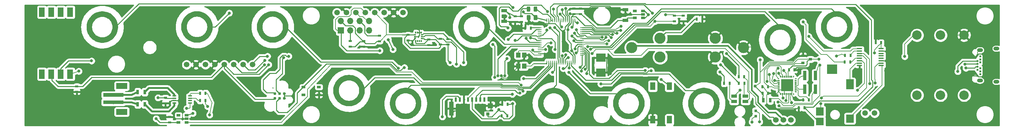
<source format=gbr>
G04 #@! TF.GenerationSoftware,KiCad,Pcbnew,(5.1.4-0-10_14)*
G04 #@! TF.CreationDate,2021-04-14T17:20:28-04:00*
G04 #@! TF.ProjectId,Vindor,56696e64-6f72-42e6-9b69-6361645f7063,rev?*
G04 #@! TF.SameCoordinates,Original*
G04 #@! TF.FileFunction,Copper,L1,Top*
G04 #@! TF.FilePolarity,Positive*
%FSLAX46Y46*%
G04 Gerber Fmt 4.6, Leading zero omitted, Abs format (unit mm)*
G04 Created by KiCad (PCBNEW (5.1.4-0-10_14)) date 2021-04-14 17:20:28*
%MOMM*%
%LPD*%
G04 APERTURE LIST*
%ADD10R,1.000000X0.400000*%
%ADD11R,1.880000X1.980000*%
%ADD12C,0.400000*%
%ADD13C,0.600000*%
%ADD14O,1.600000X1.000000*%
%ADD15C,0.100000*%
%ADD16C,0.100000*%
%ADD17R,0.500000X0.300000*%
%ADD18R,0.300000X0.500000*%
%ADD19R,3.200000X3.200000*%
%ADD20R,0.599440X0.899160*%
%ADD21R,0.899160X2.499360*%
%ADD22R,0.899160X0.599440*%
%ADD23C,1.000000*%
%ADD24C,3.000000*%
%ADD25R,1.150000X1.400000*%
%ADD26C,0.787000*%
%ADD27O,1.700000X1.700000*%
%ADD28R,1.700000X1.700000*%
%ADD29R,2.700000X2.600000*%
%ADD30R,2.100000X2.700000*%
%ADD31R,2.100000X2.200000*%
%ADD32R,2.100000X2.000000*%
%ADD33C,2.540000*%
%ADD34C,1.506220*%
%ADD35C,1.524000*%
%ADD36R,2.500000X2.200000*%
%ADD37R,1.524000X2.540000*%
%ADD38R,0.300000X0.550000*%
%ADD39R,0.550000X0.300000*%
%ADD40R,0.950000X0.850000*%
%ADD41R,1.000000X0.600000*%
%ADD42R,1.450000X1.400000*%
%ADD43R,1.200000X3.790000*%
%ADD44R,0.600000X1.250000*%
%ADD45R,0.285000X1.100000*%
%ADD46R,1.100000X0.285000*%
%ADD47R,1.597660X0.899160*%
%ADD48R,1.473200X0.355600*%
%ADD49R,0.698500X1.297940*%
%ADD50R,0.797560X0.797560*%
%ADD51R,1.498600X0.899160*%
%ADD52C,0.975000*%
%ADD53C,1.600000*%
%ADD54R,1.400000X2.100000*%
%ADD55R,1.050000X0.650000*%
%ADD56R,1.060000X0.650000*%
%ADD57R,0.900000X0.800000*%
%ADD58C,0.800000*%
%ADD59C,0.457200*%
%ADD60C,0.250000*%
%ADD61C,0.200000*%
%ADD62C,0.381000*%
%ADD63C,0.127000*%
%ADD64C,0.500000*%
%ADD65C,0.254000*%
G04 APERTURE END LIST*
D10*
X40991100Y6749140D03*
D11*
X43091100Y7724140D03*
D10*
X40991100Y7399140D03*
X40991100Y8049140D03*
X40991100Y8699140D03*
X45191100Y8699140D03*
X45191100Y8049140D03*
X45191100Y7399140D03*
X45191100Y6749140D03*
D12*
X42641100Y7124140D03*
X42641100Y8324140D03*
X43541100Y8324140D03*
X43541100Y7124140D03*
X43091100Y7724140D03*
D13*
X257515120Y14150000D03*
X258215120Y14550000D03*
X258215120Y15350000D03*
X257515120Y15750000D03*
X258215120Y16150000D03*
X257515120Y16550000D03*
X257515120Y17350000D03*
X258215120Y17750000D03*
X257515120Y18150000D03*
X258215120Y18550000D03*
X258215120Y19350000D03*
X257515120Y19750000D03*
D14*
X258115120Y21080000D03*
X258115120Y12820000D03*
X262565120Y21490000D03*
X262565120Y12510000D03*
D13*
X207126400Y12617000D03*
X207126400Y11627000D03*
X207126400Y10577000D03*
X206126400Y12617000D03*
X206126400Y11627000D03*
X206126400Y10577000D03*
X205186400Y12617000D03*
X205186400Y11627000D03*
X205176400Y10577000D03*
D15*
X203845160Y13307060D03*
D16*
G36*
X203845160Y13457060D02*
G01*
X204095160Y13307060D01*
X204095160Y13157060D01*
X203595160Y13157060D01*
X203595160Y13457060D01*
X203845160Y13457060D01*
X203845160Y13457060D01*
G37*
D15*
X203845160Y9806940D03*
D16*
G36*
X204095160Y9956940D02*
G01*
X204095160Y9806940D01*
X203845160Y9656940D01*
X203595160Y9656940D01*
X203595160Y9956940D01*
X204095160Y9956940D01*
X204095160Y9956940D01*
G37*
D17*
X203846400Y10307000D03*
X203846400Y10807000D03*
X203846400Y11307000D03*
X203846400Y11807000D03*
X203846400Y12307000D03*
D15*
X204396340Y13858240D03*
D16*
G36*
X204546340Y13608240D02*
G01*
X204396340Y13608240D01*
X204246340Y13858240D01*
X204246340Y14108240D01*
X204546340Y14108240D01*
X204546340Y13608240D01*
X204546340Y13608240D01*
G37*
D18*
X204896400Y13857000D03*
X205396400Y13857000D03*
X205896400Y13857000D03*
X206396400Y13857000D03*
X206896400Y13857000D03*
D15*
X207896460Y13858240D03*
D16*
G36*
X208046460Y13858240D02*
G01*
X207896460Y13608240D01*
X207746460Y13608240D01*
X207746460Y14108240D01*
X208046460Y14108240D01*
X208046460Y13858240D01*
X208046460Y13858240D01*
G37*
D15*
X208445100Y13307060D03*
D16*
G36*
X208195100Y13157060D02*
G01*
X208195100Y13307060D01*
X208445100Y13457060D01*
X208695100Y13457060D01*
X208695100Y13157060D01*
X208195100Y13157060D01*
X208195100Y13157060D01*
G37*
D17*
X208446400Y12807000D03*
X208446400Y12307000D03*
X208446400Y11807000D03*
X208446400Y11307000D03*
X208446400Y10807000D03*
D15*
X208457800Y9804400D03*
D16*
G36*
X208457800Y9654400D02*
G01*
X208207800Y9804400D01*
X208207800Y9954400D01*
X208707800Y9954400D01*
X208707800Y9654400D01*
X208457800Y9654400D01*
X208457800Y9654400D01*
G37*
D15*
X207899000Y9257000D03*
D16*
G36*
X207749000Y9507000D02*
G01*
X207899000Y9507000D01*
X208049000Y9257000D01*
X208049000Y9007000D01*
X207749000Y9007000D01*
X207749000Y9507000D01*
X207749000Y9507000D01*
G37*
D18*
X207396400Y9257000D03*
X206896400Y9257000D03*
X206396400Y9257000D03*
D19*
X206146400Y11557000D03*
D15*
X204396400Y9257000D03*
D16*
G36*
X204246400Y9257000D02*
G01*
X204396400Y9507000D01*
X204546400Y9507000D01*
X204546400Y9007000D01*
X204246400Y9007000D01*
X204246400Y9257000D01*
X204246400Y9257000D01*
G37*
D18*
X204896400Y9257000D03*
X205396400Y9257000D03*
X205896400Y9257000D03*
D17*
X208446400Y10307000D03*
D18*
X207396400Y13857000D03*
D17*
X203846400Y12807000D03*
D20*
X49403000Y9425940D03*
X47904400Y9425940D03*
D21*
X210887200Y10490200D03*
X213782800Y10490200D03*
X210887200Y14190200D03*
X213782800Y14190200D03*
D22*
X39690040Y1524000D03*
X39690040Y3022600D03*
D23*
X25075000Y27300000D03*
D16*
G36*
X22198605Y31504000D02*
G01*
X22607666Y31422633D01*
X23006782Y31301562D01*
X23392109Y31141954D01*
X23759937Y30945347D01*
X24106722Y30713632D01*
X24429126Y30449042D01*
X24724042Y30154126D01*
X24988632Y29831722D01*
X25220347Y29484937D01*
X25416954Y29117109D01*
X25576562Y28731782D01*
X25697633Y28332666D01*
X25779000Y27923605D01*
X25819881Y27508538D01*
X25819881Y27091462D01*
X25779000Y26676395D01*
X25697633Y26267334D01*
X25576562Y25868218D01*
X25416954Y25482891D01*
X25220347Y25115063D01*
X24988632Y24768278D01*
X24724042Y24445874D01*
X24429126Y24150958D01*
X24106722Y23886368D01*
X23759937Y23654653D01*
X23392109Y23458046D01*
X23006782Y23298438D01*
X22607666Y23177367D01*
X22198605Y23096000D01*
X21783538Y23055119D01*
X21366462Y23055119D01*
X20951395Y23096000D01*
X20542334Y23177367D01*
X20143218Y23298438D01*
X19757891Y23458046D01*
X19390063Y23654653D01*
X19043278Y23886368D01*
X18720874Y24150958D01*
X18425958Y24445874D01*
X18161368Y24768278D01*
X17929653Y25115063D01*
X17733046Y25482891D01*
X17573438Y25868218D01*
X17452367Y26267334D01*
X17371000Y26676395D01*
X17330119Y27091462D01*
X17330119Y27434936D01*
X18828312Y27434936D01*
X18828312Y27165064D01*
X18854765Y26896491D01*
X18907414Y26631805D01*
X18985754Y26373553D01*
X19089029Y26124223D01*
X19216246Y25886217D01*
X19366179Y25661827D01*
X19537384Y25453213D01*
X19728213Y25262384D01*
X19936827Y25091179D01*
X20161217Y24941246D01*
X20399223Y24814029D01*
X20648553Y24710754D01*
X20906805Y24632414D01*
X21171491Y24579765D01*
X21440064Y24553312D01*
X21709936Y24553312D01*
X21978509Y24579765D01*
X22243195Y24632414D01*
X22501447Y24710754D01*
X22750777Y24814029D01*
X22988783Y24941246D01*
X23213173Y25091179D01*
X23421787Y25262384D01*
X23612616Y25453213D01*
X23783821Y25661827D01*
X23933754Y25886217D01*
X24060971Y26124223D01*
X24164246Y26373553D01*
X24242586Y26631805D01*
X24295235Y26896491D01*
X24321688Y27165064D01*
X24321688Y27434936D01*
X24295235Y27703509D01*
X24242586Y27968195D01*
X24164246Y28226447D01*
X24060971Y28475777D01*
X23933754Y28713783D01*
X23783821Y28938173D01*
X23612616Y29146787D01*
X23421787Y29337616D01*
X23213173Y29508821D01*
X22988783Y29658754D01*
X22750777Y29785971D01*
X22501447Y29889246D01*
X22243195Y29967586D01*
X21978509Y30020235D01*
X21709936Y30046688D01*
X21440064Y30046688D01*
X21171491Y30020235D01*
X20906805Y29967586D01*
X20648553Y29889246D01*
X20399223Y29785971D01*
X20161217Y29658754D01*
X19936827Y29508821D01*
X19728213Y29337616D01*
X19537384Y29146787D01*
X19366179Y28938173D01*
X19216246Y28713783D01*
X19089029Y28475777D01*
X18985754Y28226447D01*
X18907414Y27968195D01*
X18854765Y27703509D01*
X18828312Y27434936D01*
X17330119Y27434936D01*
X17330119Y27508538D01*
X17371000Y27923605D01*
X17452367Y28332666D01*
X17573438Y28731782D01*
X17733046Y29117109D01*
X17929653Y29484937D01*
X18161368Y29831722D01*
X18425958Y30154126D01*
X18720874Y30449042D01*
X19043278Y30713632D01*
X19390063Y30945347D01*
X19757891Y31141954D01*
X20143218Y31301562D01*
X20542334Y31422633D01*
X20951395Y31504000D01*
X21366462Y31544881D01*
X21783538Y31544881D01*
X22198605Y31504000D01*
X22198605Y31504000D01*
G37*
D24*
X194407180Y21738680D03*
X186787180Y19198680D03*
X186787180Y24278680D03*
D25*
X133667600Y16737200D03*
X133667600Y19737200D03*
X135267600Y16737200D03*
X135267600Y19737200D03*
D26*
X70652800Y8055200D03*
X70652800Y9325200D03*
X69382800Y8055200D03*
X69382800Y9325200D03*
X68112800Y8055200D03*
X68112800Y9325200D03*
D27*
X93504000Y28924000D03*
X93504000Y26384000D03*
X90964000Y28924000D03*
X90964000Y26384000D03*
X88424000Y28924000D03*
X88424000Y26384000D03*
X85884000Y28924000D03*
D28*
X85884000Y26384000D03*
D29*
X218276128Y15940649D03*
D30*
X223071990Y11837789D03*
D31*
X223074200Y2537779D03*
X214974200Y4437779D03*
D32*
X214974200Y1737779D03*
D33*
X241150000Y8884700D03*
X247500000Y8884700D03*
X253850000Y8884700D03*
X241150000Y25115300D03*
X247500000Y25115300D03*
X253850000Y25115300D03*
D34*
X62065000Y17150451D03*
X59525000Y17150451D03*
X56985000Y17150451D03*
X54445000Y17150451D03*
X51905000Y17150451D03*
X49365000Y17150451D03*
X46825000Y17150451D03*
X44285000Y17150451D03*
D22*
X92049600Y23507700D03*
X92049600Y22009100D03*
X96291400Y24980900D03*
X96291400Y23482300D03*
X88417400Y22034500D03*
X88417400Y23533100D03*
D35*
X203155600Y2159000D03*
X207155600Y2159000D03*
X205155600Y2159000D03*
D36*
X155963610Y15000000D03*
X155963610Y19000000D03*
D37*
X5283200Y31343600D03*
X7823200Y31343600D03*
X10363200Y31343600D03*
X12903200Y31343600D03*
X12903200Y14579600D03*
X10363200Y14579600D03*
X7823200Y14579600D03*
X5283200Y14579600D03*
D38*
X107531600Y25851300D03*
X107031600Y25851300D03*
X106531600Y25851300D03*
X106031600Y25851300D03*
D39*
X105869100Y25188800D03*
X105869100Y24688800D03*
X105869100Y24188800D03*
D38*
X106031600Y23526300D03*
X106531600Y23526300D03*
X107031600Y23526300D03*
X107531600Y23526300D03*
D39*
X107694100Y24188800D03*
X107694100Y24688800D03*
X107694100Y25188800D03*
D22*
X109575600Y23914100D03*
X109575600Y22415500D03*
X103987600Y25184100D03*
X103987600Y23685500D03*
D40*
X125470720Y3778739D03*
D41*
X126395720Y4753739D03*
D42*
X126170720Y6003739D03*
D43*
X115695720Y5248739D03*
D44*
X116845720Y7728739D03*
X117945720Y7728739D03*
X119045720Y7728739D03*
X120145720Y7728739D03*
X121245720Y7728739D03*
X122345720Y7728739D03*
X123445720Y7728739D03*
X124545720Y7728739D03*
D20*
X210489800Y7620000D03*
X211988400Y7620000D03*
D22*
X38577520Y8186420D03*
X38577520Y6687820D03*
D20*
X230009700Y23063200D03*
X231508300Y23063200D03*
X208140300Y15722600D03*
X206641700Y15722600D03*
X199517000Y11150600D03*
X201015600Y11150600D03*
X201041000Y9423400D03*
X199542400Y9423400D03*
D24*
X164282800Y21738680D03*
X171902800Y24278680D03*
X171902800Y19198680D03*
D45*
X141427000Y17725400D03*
X141927000Y17725400D03*
X142427000Y17725400D03*
X142927000Y17725400D03*
X143427000Y17725400D03*
X143927000Y17725400D03*
X144427000Y17725400D03*
X144927000Y17725400D03*
X145427000Y17725400D03*
X145927000Y17725400D03*
X146427000Y17725400D03*
X146927000Y17725400D03*
X147427000Y17725400D03*
X147927000Y17725400D03*
X148427000Y17725400D03*
X148927000Y17725400D03*
D46*
X150877000Y19675400D03*
X150877000Y20175400D03*
X150877000Y20675400D03*
X150877000Y21175400D03*
X150877000Y21675400D03*
X150877000Y22175400D03*
X150877000Y22675400D03*
X150877000Y23175400D03*
X150877000Y23675400D03*
X150877000Y24175400D03*
X150877000Y24675400D03*
X150877000Y25175400D03*
X150877000Y25675400D03*
X150877000Y26175400D03*
X150877000Y26675400D03*
X150877000Y27175400D03*
X139477000Y19675400D03*
X139477000Y20175400D03*
X139477000Y20675400D03*
X139477000Y21175400D03*
X139477000Y21675400D03*
X139477000Y22175400D03*
X139477000Y22675400D03*
X139477000Y23175400D03*
X139477000Y23675400D03*
X139477000Y24175400D03*
X139477000Y24675400D03*
X139477000Y25175400D03*
X139477000Y25675400D03*
X139477000Y26175400D03*
X139477000Y26675400D03*
X139477000Y27175400D03*
D45*
X141427000Y29125400D03*
X141927000Y29125400D03*
X142427000Y29125400D03*
X142927000Y29125400D03*
X143427000Y29125400D03*
X143927000Y29125400D03*
X144427000Y29125400D03*
X144927000Y29125400D03*
X145427000Y29125400D03*
X145927000Y29125400D03*
X146427000Y29125400D03*
X146927000Y29125400D03*
X147427000Y29125400D03*
X147927000Y29125400D03*
X148427000Y29125400D03*
X148927000Y29125400D03*
D22*
X150495000Y30822900D03*
X150495000Y32321500D03*
D47*
X162534600Y29108400D03*
X162534600Y32004000D03*
D22*
X148717000Y30822900D03*
X148717000Y32321500D03*
D48*
X231495600Y21463000D03*
X231495600Y20802600D03*
X231495600Y20142200D03*
X231495600Y19507200D03*
X231495600Y18846800D03*
X231495600Y18211800D03*
X231495600Y17551400D03*
X231495600Y16891000D03*
X225653600Y16891000D03*
X225653600Y17551400D03*
X225653600Y18211800D03*
X225653600Y18846800D03*
X225653600Y19507200D03*
X225653600Y20142200D03*
X225653600Y20802600D03*
X225653600Y21463000D03*
D20*
X49390300Y7444740D03*
X47891700Y7444740D03*
D49*
X199710040Y7493000D03*
X201609960Y7493000D03*
X33017460Y9735820D03*
X31117540Y9735820D03*
X33017460Y6433820D03*
X31117540Y6433820D03*
D47*
X129895600Y31724600D03*
X129895600Y28829000D03*
D22*
X132816600Y30200600D03*
X132816600Y28702000D03*
X134518400Y30187900D03*
X134518400Y28689300D03*
D20*
X135597900Y27025600D03*
X137096500Y27025600D03*
X130853180Y6416040D03*
X129354580Y6416040D03*
D50*
X197662800Y4673600D03*
X197662800Y3175000D03*
D51*
X194950080Y8666480D03*
X194950080Y7167880D03*
X191851280Y7167880D03*
X191851280Y8666480D03*
D16*
G36*
X136718742Y32880626D02*
G01*
X136742403Y32877116D01*
X136765607Y32871304D01*
X136788129Y32863246D01*
X136809753Y32853018D01*
X136830270Y32840721D01*
X136849483Y32826471D01*
X136867207Y32810407D01*
X136883271Y32792683D01*
X136897521Y32773470D01*
X136909818Y32752953D01*
X136920046Y32731329D01*
X136928104Y32708807D01*
X136933916Y32685603D01*
X136937426Y32661942D01*
X136938600Y32638050D01*
X136938600Y31725550D01*
X136937426Y31701658D01*
X136933916Y31677997D01*
X136928104Y31654793D01*
X136920046Y31632271D01*
X136909818Y31610647D01*
X136897521Y31590130D01*
X136883271Y31570917D01*
X136867207Y31553193D01*
X136849483Y31537129D01*
X136830270Y31522879D01*
X136809753Y31510582D01*
X136788129Y31500354D01*
X136765607Y31492296D01*
X136742403Y31486484D01*
X136718742Y31482974D01*
X136694850Y31481800D01*
X136207350Y31481800D01*
X136183458Y31482974D01*
X136159797Y31486484D01*
X136136593Y31492296D01*
X136114071Y31500354D01*
X136092447Y31510582D01*
X136071930Y31522879D01*
X136052717Y31537129D01*
X136034993Y31553193D01*
X136018929Y31570917D01*
X136004679Y31590130D01*
X135992382Y31610647D01*
X135982154Y31632271D01*
X135974096Y31654793D01*
X135968284Y31677997D01*
X135964774Y31701658D01*
X135963600Y31725550D01*
X135963600Y32638050D01*
X135964774Y32661942D01*
X135968284Y32685603D01*
X135974096Y32708807D01*
X135982154Y32731329D01*
X135992382Y32752953D01*
X136004679Y32773470D01*
X136018929Y32792683D01*
X136034993Y32810407D01*
X136052717Y32826471D01*
X136071930Y32840721D01*
X136092447Y32853018D01*
X136114071Y32863246D01*
X136136593Y32871304D01*
X136159797Y32877116D01*
X136183458Y32880626D01*
X136207350Y32881800D01*
X136694850Y32881800D01*
X136718742Y32880626D01*
X136718742Y32880626D01*
G37*
D52*
X136451100Y32181800D03*
D16*
G36*
X138593742Y32880626D02*
G01*
X138617403Y32877116D01*
X138640607Y32871304D01*
X138663129Y32863246D01*
X138684753Y32853018D01*
X138705270Y32840721D01*
X138724483Y32826471D01*
X138742207Y32810407D01*
X138758271Y32792683D01*
X138772521Y32773470D01*
X138784818Y32752953D01*
X138795046Y32731329D01*
X138803104Y32708807D01*
X138808916Y32685603D01*
X138812426Y32661942D01*
X138813600Y32638050D01*
X138813600Y31725550D01*
X138812426Y31701658D01*
X138808916Y31677997D01*
X138803104Y31654793D01*
X138795046Y31632271D01*
X138784818Y31610647D01*
X138772521Y31590130D01*
X138758271Y31570917D01*
X138742207Y31553193D01*
X138724483Y31537129D01*
X138705270Y31522879D01*
X138684753Y31510582D01*
X138663129Y31500354D01*
X138640607Y31492296D01*
X138617403Y31486484D01*
X138593742Y31482974D01*
X138569850Y31481800D01*
X138082350Y31481800D01*
X138058458Y31482974D01*
X138034797Y31486484D01*
X138011593Y31492296D01*
X137989071Y31500354D01*
X137967447Y31510582D01*
X137946930Y31522879D01*
X137927717Y31537129D01*
X137909993Y31553193D01*
X137893929Y31570917D01*
X137879679Y31590130D01*
X137867382Y31610647D01*
X137857154Y31632271D01*
X137849096Y31654793D01*
X137843284Y31677997D01*
X137839774Y31701658D01*
X137838600Y31725550D01*
X137838600Y32638050D01*
X137839774Y32661942D01*
X137843284Y32685603D01*
X137849096Y32708807D01*
X137857154Y32731329D01*
X137867382Y32752953D01*
X137879679Y32773470D01*
X137893929Y32792683D01*
X137909993Y32810407D01*
X137927717Y32826471D01*
X137946930Y32840721D01*
X137967447Y32853018D01*
X137989071Y32863246D01*
X138011593Y32871304D01*
X138034797Y32877116D01*
X138058458Y32880626D01*
X138082350Y32881800D01*
X138569850Y32881800D01*
X138593742Y32880626D01*
X138593742Y32880626D01*
G37*
D52*
X138326100Y32181800D03*
D16*
G36*
X136744142Y30569226D02*
G01*
X136767803Y30565716D01*
X136791007Y30559904D01*
X136813529Y30551846D01*
X136835153Y30541618D01*
X136855670Y30529321D01*
X136874883Y30515071D01*
X136892607Y30499007D01*
X136908671Y30481283D01*
X136922921Y30462070D01*
X136935218Y30441553D01*
X136945446Y30419929D01*
X136953504Y30397407D01*
X136959316Y30374203D01*
X136962826Y30350542D01*
X136964000Y30326650D01*
X136964000Y29414150D01*
X136962826Y29390258D01*
X136959316Y29366597D01*
X136953504Y29343393D01*
X136945446Y29320871D01*
X136935218Y29299247D01*
X136922921Y29278730D01*
X136908671Y29259517D01*
X136892607Y29241793D01*
X136874883Y29225729D01*
X136855670Y29211479D01*
X136835153Y29199182D01*
X136813529Y29188954D01*
X136791007Y29180896D01*
X136767803Y29175084D01*
X136744142Y29171574D01*
X136720250Y29170400D01*
X136232750Y29170400D01*
X136208858Y29171574D01*
X136185197Y29175084D01*
X136161993Y29180896D01*
X136139471Y29188954D01*
X136117847Y29199182D01*
X136097330Y29211479D01*
X136078117Y29225729D01*
X136060393Y29241793D01*
X136044329Y29259517D01*
X136030079Y29278730D01*
X136017782Y29299247D01*
X136007554Y29320871D01*
X135999496Y29343393D01*
X135993684Y29366597D01*
X135990174Y29390258D01*
X135989000Y29414150D01*
X135989000Y30326650D01*
X135990174Y30350542D01*
X135993684Y30374203D01*
X135999496Y30397407D01*
X136007554Y30419929D01*
X136017782Y30441553D01*
X136030079Y30462070D01*
X136044329Y30481283D01*
X136060393Y30499007D01*
X136078117Y30515071D01*
X136097330Y30529321D01*
X136117847Y30541618D01*
X136139471Y30551846D01*
X136161993Y30559904D01*
X136185197Y30565716D01*
X136208858Y30569226D01*
X136232750Y30570400D01*
X136720250Y30570400D01*
X136744142Y30569226D01*
X136744142Y30569226D01*
G37*
D52*
X136476500Y29870400D03*
D16*
G36*
X138619142Y30569226D02*
G01*
X138642803Y30565716D01*
X138666007Y30559904D01*
X138688529Y30551846D01*
X138710153Y30541618D01*
X138730670Y30529321D01*
X138749883Y30515071D01*
X138767607Y30499007D01*
X138783671Y30481283D01*
X138797921Y30462070D01*
X138810218Y30441553D01*
X138820446Y30419929D01*
X138828504Y30397407D01*
X138834316Y30374203D01*
X138837826Y30350542D01*
X138839000Y30326650D01*
X138839000Y29414150D01*
X138837826Y29390258D01*
X138834316Y29366597D01*
X138828504Y29343393D01*
X138820446Y29320871D01*
X138810218Y29299247D01*
X138797921Y29278730D01*
X138783671Y29259517D01*
X138767607Y29241793D01*
X138749883Y29225729D01*
X138730670Y29211479D01*
X138710153Y29199182D01*
X138688529Y29188954D01*
X138666007Y29180896D01*
X138642803Y29175084D01*
X138619142Y29171574D01*
X138595250Y29170400D01*
X138107750Y29170400D01*
X138083858Y29171574D01*
X138060197Y29175084D01*
X138036993Y29180896D01*
X138014471Y29188954D01*
X137992847Y29199182D01*
X137972330Y29211479D01*
X137953117Y29225729D01*
X137935393Y29241793D01*
X137919329Y29259517D01*
X137905079Y29278730D01*
X137892782Y29299247D01*
X137882554Y29320871D01*
X137874496Y29343393D01*
X137868684Y29366597D01*
X137865174Y29390258D01*
X137864000Y29414150D01*
X137864000Y30326650D01*
X137865174Y30350542D01*
X137868684Y30374203D01*
X137874496Y30397407D01*
X137882554Y30419929D01*
X137892782Y30441553D01*
X137905079Y30462070D01*
X137919329Y30481283D01*
X137935393Y30499007D01*
X137953117Y30515071D01*
X137972330Y30529321D01*
X137992847Y30541618D01*
X138014471Y30551846D01*
X138036993Y30559904D01*
X138060197Y30565716D01*
X138083858Y30569226D01*
X138107750Y30570400D01*
X138595250Y30570400D01*
X138619142Y30569226D01*
X138619142Y30569226D01*
G37*
D52*
X138351500Y29870400D03*
D53*
X26811800Y11367980D03*
D16*
G36*
X25311800Y12167980D02*
G01*
X28311800Y12167980D01*
X28311800Y10567980D01*
X25311800Y10567980D01*
X25311800Y12167980D01*
X25311800Y12167980D01*
G37*
D23*
X24561800Y6967980D03*
D16*
G36*
X21811800Y7467980D02*
G01*
X27311800Y7467980D01*
X27311800Y6467980D01*
X21811800Y6467980D01*
X21811800Y7467980D01*
X21811800Y7467980D01*
G37*
D23*
X24561800Y8967980D03*
D16*
G36*
X21811800Y9467980D02*
G01*
X27311800Y9467980D01*
X27311800Y8467980D01*
X21811800Y8467980D01*
X21811800Y9467980D01*
X21811800Y9467980D01*
G37*
D53*
X26811800Y4367980D03*
D16*
G36*
X25311800Y5167980D02*
G01*
X28311800Y5167980D01*
X28311800Y3567980D01*
X25311800Y3567980D01*
X25311800Y5167980D01*
X25311800Y5167980D01*
G37*
D22*
X112725200Y24079200D03*
X112725200Y22580600D03*
X114706400Y24066500D03*
X114706400Y22567900D03*
X175782800Y30390200D03*
X175782800Y28891600D03*
X178182800Y28890200D03*
X178182800Y30388800D03*
D20*
X221683500Y17840200D03*
X223182100Y17840200D03*
X221733500Y19640200D03*
X223232100Y19640200D03*
X210786980Y5461000D03*
X209288380Y5461000D03*
X130700780Y3322320D03*
X129202180Y3322320D03*
X193128900Y12065000D03*
X194627500Y12065000D03*
X193113660Y13853160D03*
X194612260Y13853160D03*
X189166500Y12065000D03*
X190665100Y12065000D03*
D54*
X169932800Y2240200D03*
X169932800Y11340200D03*
X174432800Y2240200D03*
X174432800Y11340200D03*
D55*
X79933620Y8940220D03*
X75783620Y8940220D03*
X79933620Y11090220D03*
X75783620Y11090220D03*
D23*
X183718190Y10157340D03*
D16*
G36*
X179514190Y7280945D02*
G01*
X179595557Y7690006D01*
X179716628Y8089122D01*
X179876236Y8474449D01*
X180072843Y8842277D01*
X180304558Y9189062D01*
X180569148Y9511466D01*
X180864064Y9806382D01*
X181186468Y10070972D01*
X181533253Y10302687D01*
X181901081Y10499294D01*
X182286408Y10658902D01*
X182685524Y10779973D01*
X183094585Y10861340D01*
X183509652Y10902221D01*
X183926728Y10902221D01*
X184341795Y10861340D01*
X184750856Y10779973D01*
X185149972Y10658902D01*
X185535299Y10499294D01*
X185903127Y10302687D01*
X186249912Y10070972D01*
X186572316Y9806382D01*
X186867232Y9511466D01*
X187131822Y9189062D01*
X187363537Y8842277D01*
X187560144Y8474449D01*
X187719752Y8089122D01*
X187840823Y7690006D01*
X187922190Y7280945D01*
X187963071Y6865878D01*
X187963071Y6448802D01*
X187922190Y6033735D01*
X187840823Y5624674D01*
X187719752Y5225558D01*
X187560144Y4840231D01*
X187363537Y4472403D01*
X187131822Y4125618D01*
X186867232Y3803214D01*
X186572316Y3508298D01*
X186249912Y3243708D01*
X185903127Y3011993D01*
X185535299Y2815386D01*
X185149972Y2655778D01*
X184750856Y2534707D01*
X184341795Y2453340D01*
X183926728Y2412459D01*
X183583254Y2412459D01*
X183583254Y3910652D01*
X183853126Y3910652D01*
X184121699Y3937105D01*
X184386385Y3989754D01*
X184644637Y4068094D01*
X184893967Y4171369D01*
X185131973Y4298586D01*
X185356363Y4448519D01*
X185564977Y4619724D01*
X185755806Y4810553D01*
X185927011Y5019167D01*
X186076944Y5243557D01*
X186204161Y5481563D01*
X186307436Y5730893D01*
X186385776Y5989145D01*
X186438425Y6253831D01*
X186464878Y6522404D01*
X186464878Y6792276D01*
X186438425Y7060849D01*
X186385776Y7325535D01*
X186307436Y7583787D01*
X186204161Y7833117D01*
X186076944Y8071123D01*
X185927011Y8295513D01*
X185755806Y8504127D01*
X185564977Y8694956D01*
X185356363Y8866161D01*
X185131973Y9016094D01*
X184893967Y9143311D01*
X184644637Y9246586D01*
X184386385Y9324926D01*
X184121699Y9377575D01*
X183853126Y9404028D01*
X183583254Y9404028D01*
X183314681Y9377575D01*
X183049995Y9324926D01*
X182791743Y9246586D01*
X182542413Y9143311D01*
X182304407Y9016094D01*
X182080017Y8866161D01*
X181871403Y8694956D01*
X181680574Y8504127D01*
X181509369Y8295513D01*
X181359436Y8071123D01*
X181232219Y7833117D01*
X181128944Y7583787D01*
X181050604Y7325535D01*
X180997955Y7060849D01*
X180971502Y6792276D01*
X180971502Y6522404D01*
X180997955Y6253831D01*
X181050604Y5989145D01*
X181128944Y5730893D01*
X181232219Y5481563D01*
X181359436Y5243557D01*
X181509369Y5019167D01*
X181680574Y4810553D01*
X181871403Y4619724D01*
X182080017Y4448519D01*
X182304407Y4298586D01*
X182542413Y4171369D01*
X182791743Y4068094D01*
X183049995Y3989754D01*
X183314681Y3937105D01*
X183583254Y3910652D01*
X183583254Y2412459D01*
X183509652Y2412459D01*
X183094585Y2453340D01*
X182685524Y2534707D01*
X182286408Y2655778D01*
X181901081Y2815386D01*
X181533253Y3011993D01*
X181186468Y3243708D01*
X180864064Y3508298D01*
X180569148Y3803214D01*
X180304558Y4125618D01*
X180072843Y4472403D01*
X179876236Y4840231D01*
X179716628Y5225558D01*
X179595557Y5624674D01*
X179514190Y6033735D01*
X179473309Y6448802D01*
X179473309Y6865878D01*
X179514190Y7280945D01*
X179514190Y7280945D01*
G37*
D23*
X125293000Y27343100D03*
D16*
G36*
X122416605Y31547100D02*
G01*
X122825666Y31465733D01*
X123224782Y31344662D01*
X123610109Y31185054D01*
X123977937Y30988447D01*
X124324722Y30756732D01*
X124647126Y30492142D01*
X124942042Y30197226D01*
X125206632Y29874822D01*
X125438347Y29528037D01*
X125634954Y29160209D01*
X125794562Y28774882D01*
X125915633Y28375766D01*
X125997000Y27966705D01*
X126037881Y27551638D01*
X126037881Y27134562D01*
X125997000Y26719495D01*
X125915633Y26310434D01*
X125794562Y25911318D01*
X125634954Y25525991D01*
X125438347Y25158163D01*
X125206632Y24811378D01*
X124942042Y24488974D01*
X124647126Y24194058D01*
X124324722Y23929468D01*
X123977937Y23697753D01*
X123610109Y23501146D01*
X123224782Y23341538D01*
X122825666Y23220467D01*
X122416605Y23139100D01*
X122001538Y23098219D01*
X121584462Y23098219D01*
X121169395Y23139100D01*
X120760334Y23220467D01*
X120361218Y23341538D01*
X119975891Y23501146D01*
X119608063Y23697753D01*
X119261278Y23929468D01*
X118938874Y24194058D01*
X118643958Y24488974D01*
X118379368Y24811378D01*
X118147653Y25158163D01*
X117951046Y25525991D01*
X117791438Y25911318D01*
X117670367Y26310434D01*
X117589000Y26719495D01*
X117548119Y27134562D01*
X117548119Y27478036D01*
X119046312Y27478036D01*
X119046312Y27208164D01*
X119072765Y26939591D01*
X119125414Y26674905D01*
X119203754Y26416653D01*
X119307029Y26167323D01*
X119434246Y25929317D01*
X119584179Y25704927D01*
X119755384Y25496313D01*
X119946213Y25305484D01*
X120154827Y25134279D01*
X120379217Y24984346D01*
X120617223Y24857129D01*
X120866553Y24753854D01*
X121124805Y24675514D01*
X121389491Y24622865D01*
X121658064Y24596412D01*
X121927936Y24596412D01*
X122196509Y24622865D01*
X122461195Y24675514D01*
X122719447Y24753854D01*
X122968777Y24857129D01*
X123206783Y24984346D01*
X123431173Y25134279D01*
X123639787Y25305484D01*
X123830616Y25496313D01*
X124001821Y25704927D01*
X124151754Y25929317D01*
X124278971Y26167323D01*
X124382246Y26416653D01*
X124460586Y26674905D01*
X124513235Y26939591D01*
X124539688Y27208164D01*
X124539688Y27478036D01*
X124513235Y27746609D01*
X124460586Y28011295D01*
X124382246Y28269547D01*
X124278971Y28518877D01*
X124151754Y28756883D01*
X124001821Y28981273D01*
X123830616Y29189887D01*
X123639787Y29380716D01*
X123431173Y29551921D01*
X123206783Y29701854D01*
X122968777Y29829071D01*
X122719447Y29932346D01*
X122461195Y30010686D01*
X122196509Y30063335D01*
X121927936Y30089788D01*
X121658064Y30089788D01*
X121389491Y30063335D01*
X121124805Y30010686D01*
X120866553Y29932346D01*
X120617223Y29829071D01*
X120379217Y29701854D01*
X120154827Y29551921D01*
X119946213Y29380716D01*
X119755384Y29189887D01*
X119584179Y28981273D01*
X119434246Y28756883D01*
X119307029Y28518877D01*
X119203754Y28269547D01*
X119125414Y28011295D01*
X119072765Y27746609D01*
X119046312Y27478036D01*
X117548119Y27478036D01*
X117548119Y27551638D01*
X117589000Y27966705D01*
X117670367Y28375766D01*
X117791438Y28774882D01*
X117951046Y29160209D01*
X118147653Y29528037D01*
X118379368Y29874822D01*
X118643958Y30197226D01*
X118938874Y30492142D01*
X119261278Y30756732D01*
X119608063Y30988447D01*
X119975891Y31185054D01*
X120361218Y31344662D01*
X120760334Y31465733D01*
X121169395Y31547100D01*
X121584462Y31587981D01*
X122001538Y31587981D01*
X122416605Y31547100D01*
X122416605Y31547100D01*
G37*
D23*
X70987800Y27343100D03*
D16*
G36*
X68111405Y31547100D02*
G01*
X68520466Y31465733D01*
X68919582Y31344662D01*
X69304909Y31185054D01*
X69672737Y30988447D01*
X70019522Y30756732D01*
X70341926Y30492142D01*
X70636842Y30197226D01*
X70901432Y29874822D01*
X71133147Y29528037D01*
X71329754Y29160209D01*
X71489362Y28774882D01*
X71610433Y28375766D01*
X71691800Y27966705D01*
X71732681Y27551638D01*
X71732681Y27134562D01*
X71691800Y26719495D01*
X71610433Y26310434D01*
X71489362Y25911318D01*
X71329754Y25525991D01*
X71133147Y25158163D01*
X70901432Y24811378D01*
X70636842Y24488974D01*
X70341926Y24194058D01*
X70019522Y23929468D01*
X69672737Y23697753D01*
X69304909Y23501146D01*
X68919582Y23341538D01*
X68520466Y23220467D01*
X68111405Y23139100D01*
X67696338Y23098219D01*
X67279262Y23098219D01*
X66864195Y23139100D01*
X66455134Y23220467D01*
X66056018Y23341538D01*
X65670691Y23501146D01*
X65302863Y23697753D01*
X64956078Y23929468D01*
X64633674Y24194058D01*
X64338758Y24488974D01*
X64074168Y24811378D01*
X63842453Y25158163D01*
X63645846Y25525991D01*
X63486238Y25911318D01*
X63365167Y26310434D01*
X63283800Y26719495D01*
X63242919Y27134562D01*
X63242919Y27478036D01*
X64741112Y27478036D01*
X64741112Y27208164D01*
X64767565Y26939591D01*
X64820214Y26674905D01*
X64898554Y26416653D01*
X65001829Y26167323D01*
X65129046Y25929317D01*
X65278979Y25704927D01*
X65450184Y25496313D01*
X65641013Y25305484D01*
X65849627Y25134279D01*
X66074017Y24984346D01*
X66312023Y24857129D01*
X66561353Y24753854D01*
X66819605Y24675514D01*
X67084291Y24622865D01*
X67352864Y24596412D01*
X67622736Y24596412D01*
X67891309Y24622865D01*
X68155995Y24675514D01*
X68414247Y24753854D01*
X68663577Y24857129D01*
X68901583Y24984346D01*
X69125973Y25134279D01*
X69334587Y25305484D01*
X69525416Y25496313D01*
X69696621Y25704927D01*
X69846554Y25929317D01*
X69973771Y26167323D01*
X70077046Y26416653D01*
X70155386Y26674905D01*
X70208035Y26939591D01*
X70234488Y27208164D01*
X70234488Y27478036D01*
X70208035Y27746609D01*
X70155386Y28011295D01*
X70077046Y28269547D01*
X69973771Y28518877D01*
X69846554Y28756883D01*
X69696621Y28981273D01*
X69525416Y29189887D01*
X69334587Y29380716D01*
X69125973Y29551921D01*
X68901583Y29701854D01*
X68663577Y29829071D01*
X68414247Y29932346D01*
X68155995Y30010686D01*
X67891309Y30063335D01*
X67622736Y30089788D01*
X67352864Y30089788D01*
X67084291Y30063335D01*
X66819605Y30010686D01*
X66561353Y29932346D01*
X66312023Y29829071D01*
X66074017Y29701854D01*
X65849627Y29551921D01*
X65641013Y29380716D01*
X65450184Y29189887D01*
X65278979Y28981273D01*
X65129046Y28756883D01*
X65001829Y28518877D01*
X64898554Y28269547D01*
X64820214Y28011295D01*
X64767565Y27746609D01*
X64741112Y27478036D01*
X63242919Y27478036D01*
X63242919Y27551638D01*
X63283800Y27966705D01*
X63365167Y28375766D01*
X63486238Y28774882D01*
X63645846Y29160209D01*
X63842453Y29528037D01*
X64074168Y29874822D01*
X64338758Y30197226D01*
X64633674Y30492142D01*
X64956078Y30756732D01*
X65302863Y30988447D01*
X65670691Y31185054D01*
X66056018Y31344662D01*
X66455134Y31465733D01*
X66864195Y31547100D01*
X67279262Y31587981D01*
X67696338Y31587981D01*
X68111405Y31547100D01*
X68111405Y31547100D01*
G37*
D23*
X163487100Y10157340D03*
D16*
G36*
X159283100Y7280945D02*
G01*
X159364467Y7690006D01*
X159485538Y8089122D01*
X159645146Y8474449D01*
X159841753Y8842277D01*
X160073468Y9189062D01*
X160338058Y9511466D01*
X160632974Y9806382D01*
X160955378Y10070972D01*
X161302163Y10302687D01*
X161669991Y10499294D01*
X162055318Y10658902D01*
X162454434Y10779973D01*
X162863495Y10861340D01*
X163278562Y10902221D01*
X163695638Y10902221D01*
X164110705Y10861340D01*
X164519766Y10779973D01*
X164918882Y10658902D01*
X165304209Y10499294D01*
X165672037Y10302687D01*
X166018822Y10070972D01*
X166341226Y9806382D01*
X166636142Y9511466D01*
X166900732Y9189062D01*
X167132447Y8842277D01*
X167329054Y8474449D01*
X167488662Y8089122D01*
X167609733Y7690006D01*
X167691100Y7280945D01*
X167731981Y6865878D01*
X167731981Y6448802D01*
X167691100Y6033735D01*
X167609733Y5624674D01*
X167488662Y5225558D01*
X167329054Y4840231D01*
X167132447Y4472403D01*
X166900732Y4125618D01*
X166636142Y3803214D01*
X166341226Y3508298D01*
X166018822Y3243708D01*
X165672037Y3011993D01*
X165304209Y2815386D01*
X164918882Y2655778D01*
X164519766Y2534707D01*
X164110705Y2453340D01*
X163695638Y2412459D01*
X163352164Y2412459D01*
X163352164Y3910652D01*
X163622036Y3910652D01*
X163890609Y3937105D01*
X164155295Y3989754D01*
X164413547Y4068094D01*
X164662877Y4171369D01*
X164900883Y4298586D01*
X165125273Y4448519D01*
X165333887Y4619724D01*
X165524716Y4810553D01*
X165695921Y5019167D01*
X165845854Y5243557D01*
X165973071Y5481563D01*
X166076346Y5730893D01*
X166154686Y5989145D01*
X166207335Y6253831D01*
X166233788Y6522404D01*
X166233788Y6792276D01*
X166207335Y7060849D01*
X166154686Y7325535D01*
X166076346Y7583787D01*
X165973071Y7833117D01*
X165845854Y8071123D01*
X165695921Y8295513D01*
X165524716Y8504127D01*
X165333887Y8694956D01*
X165125273Y8866161D01*
X164900883Y9016094D01*
X164662877Y9143311D01*
X164413547Y9246586D01*
X164155295Y9324926D01*
X163890609Y9377575D01*
X163622036Y9404028D01*
X163352164Y9404028D01*
X163083591Y9377575D01*
X162818905Y9324926D01*
X162560653Y9246586D01*
X162311323Y9143311D01*
X162073317Y9016094D01*
X161848927Y8866161D01*
X161640313Y8694956D01*
X161449484Y8504127D01*
X161278279Y8295513D01*
X161128346Y8071123D01*
X161001129Y7833117D01*
X160897854Y7583787D01*
X160819514Y7325535D01*
X160766865Y7060849D01*
X160740412Y6792276D01*
X160740412Y6522404D01*
X160766865Y6253831D01*
X160819514Y5989145D01*
X160897854Y5730893D01*
X161001129Y5481563D01*
X161128346Y5243557D01*
X161278279Y5019167D01*
X161449484Y4810553D01*
X161640313Y4619724D01*
X161848927Y4448519D01*
X162073317Y4298586D01*
X162311323Y4171369D01*
X162560653Y4068094D01*
X162818905Y3989754D01*
X163083591Y3937105D01*
X163352164Y3910652D01*
X163352164Y2412459D01*
X163278562Y2412459D01*
X162863495Y2453340D01*
X162454434Y2534707D01*
X162055318Y2655778D01*
X161669991Y2815386D01*
X161302163Y3011993D01*
X160955378Y3243708D01*
X160632974Y3508298D01*
X160338058Y3803214D01*
X160073468Y4125618D01*
X159841753Y4472403D01*
X159645146Y4840231D01*
X159485538Y5225558D01*
X159364467Y5624674D01*
X159283100Y6033735D01*
X159242219Y6448802D01*
X159242219Y6865878D01*
X159283100Y7280945D01*
X159283100Y7280945D01*
G37*
D23*
X143256000Y10157340D03*
D16*
G36*
X139052000Y7280945D02*
G01*
X139133367Y7690006D01*
X139254438Y8089122D01*
X139414046Y8474449D01*
X139610653Y8842277D01*
X139842368Y9189062D01*
X140106958Y9511466D01*
X140401874Y9806382D01*
X140724278Y10070972D01*
X141071063Y10302687D01*
X141438891Y10499294D01*
X141824218Y10658902D01*
X142223334Y10779973D01*
X142632395Y10861340D01*
X143047462Y10902221D01*
X143464538Y10902221D01*
X143879605Y10861340D01*
X144288666Y10779973D01*
X144687782Y10658902D01*
X145073109Y10499294D01*
X145440937Y10302687D01*
X145787722Y10070972D01*
X146110126Y9806382D01*
X146405042Y9511466D01*
X146669632Y9189062D01*
X146901347Y8842277D01*
X147097954Y8474449D01*
X147257562Y8089122D01*
X147378633Y7690006D01*
X147460000Y7280945D01*
X147500881Y6865878D01*
X147500881Y6448802D01*
X147460000Y6033735D01*
X147378633Y5624674D01*
X147257562Y5225558D01*
X147097954Y4840231D01*
X146901347Y4472403D01*
X146669632Y4125618D01*
X146405042Y3803214D01*
X146110126Y3508298D01*
X145787722Y3243708D01*
X145440937Y3011993D01*
X145073109Y2815386D01*
X144687782Y2655778D01*
X144288666Y2534707D01*
X143879605Y2453340D01*
X143464538Y2412459D01*
X143121064Y2412459D01*
X143121064Y3910652D01*
X143390936Y3910652D01*
X143659509Y3937105D01*
X143924195Y3989754D01*
X144182447Y4068094D01*
X144431777Y4171369D01*
X144669783Y4298586D01*
X144894173Y4448519D01*
X145102787Y4619724D01*
X145293616Y4810553D01*
X145464821Y5019167D01*
X145614754Y5243557D01*
X145741971Y5481563D01*
X145845246Y5730893D01*
X145923586Y5989145D01*
X145976235Y6253831D01*
X146002688Y6522404D01*
X146002688Y6792276D01*
X145976235Y7060849D01*
X145923586Y7325535D01*
X145845246Y7583787D01*
X145741971Y7833117D01*
X145614754Y8071123D01*
X145464821Y8295513D01*
X145293616Y8504127D01*
X145102787Y8694956D01*
X144894173Y8866161D01*
X144669783Y9016094D01*
X144431777Y9143311D01*
X144182447Y9246586D01*
X143924195Y9324926D01*
X143659509Y9377575D01*
X143390936Y9404028D01*
X143121064Y9404028D01*
X142852491Y9377575D01*
X142587805Y9324926D01*
X142329553Y9246586D01*
X142080223Y9143311D01*
X141842217Y9016094D01*
X141617827Y8866161D01*
X141409213Y8694956D01*
X141218384Y8504127D01*
X141047179Y8295513D01*
X140897246Y8071123D01*
X140770029Y7833117D01*
X140666754Y7583787D01*
X140588414Y7325535D01*
X140535765Y7060849D01*
X140509312Y6792276D01*
X140509312Y6522404D01*
X140535765Y6253831D01*
X140588414Y5989145D01*
X140666754Y5730893D01*
X140770029Y5481563D01*
X140897246Y5243557D01*
X141047179Y5019167D01*
X141218384Y4810553D01*
X141409213Y4619724D01*
X141617827Y4448519D01*
X141842217Y4298586D01*
X142080223Y4171369D01*
X142329553Y4068094D01*
X142587805Y3989754D01*
X142852491Y3937105D01*
X143121064Y3910652D01*
X143121064Y2412459D01*
X143047462Y2412459D01*
X142632395Y2453340D01*
X142223334Y2534707D01*
X141824218Y2655778D01*
X141438891Y2815386D01*
X141071063Y3011993D01*
X140724278Y3243708D01*
X140401874Y3508298D01*
X140106958Y3803214D01*
X139842368Y4125618D01*
X139610653Y4472403D01*
X139414046Y4840231D01*
X139254438Y5225558D01*
X139133367Y5624674D01*
X139052000Y6033735D01*
X139011119Y6448802D01*
X139011119Y6865878D01*
X139052000Y7280945D01*
X139052000Y7280945D01*
G37*
D23*
X103327190Y10157340D03*
D16*
G36*
X99123190Y7280945D02*
G01*
X99204557Y7690006D01*
X99325628Y8089122D01*
X99485236Y8474449D01*
X99681843Y8842277D01*
X99913558Y9189062D01*
X100178148Y9511466D01*
X100473064Y9806382D01*
X100795468Y10070972D01*
X101142253Y10302687D01*
X101510081Y10499294D01*
X101895408Y10658902D01*
X102294524Y10779973D01*
X102703585Y10861340D01*
X103118652Y10902221D01*
X103535728Y10902221D01*
X103950795Y10861340D01*
X104359856Y10779973D01*
X104758972Y10658902D01*
X105144299Y10499294D01*
X105512127Y10302687D01*
X105858912Y10070972D01*
X106181316Y9806382D01*
X106476232Y9511466D01*
X106740822Y9189062D01*
X106972537Y8842277D01*
X107169144Y8474449D01*
X107328752Y8089122D01*
X107449823Y7690006D01*
X107531190Y7280945D01*
X107572071Y6865878D01*
X107572071Y6448802D01*
X107531190Y6033735D01*
X107449823Y5624674D01*
X107328752Y5225558D01*
X107169144Y4840231D01*
X106972537Y4472403D01*
X106740822Y4125618D01*
X106476232Y3803214D01*
X106181316Y3508298D01*
X105858912Y3243708D01*
X105512127Y3011993D01*
X105144299Y2815386D01*
X104758972Y2655778D01*
X104359856Y2534707D01*
X103950795Y2453340D01*
X103535728Y2412459D01*
X103192254Y2412459D01*
X103192254Y3910652D01*
X103462126Y3910652D01*
X103730699Y3937105D01*
X103995385Y3989754D01*
X104253637Y4068094D01*
X104502967Y4171369D01*
X104740973Y4298586D01*
X104965363Y4448519D01*
X105173977Y4619724D01*
X105364806Y4810553D01*
X105536011Y5019167D01*
X105685944Y5243557D01*
X105813161Y5481563D01*
X105916436Y5730893D01*
X105994776Y5989145D01*
X106047425Y6253831D01*
X106073878Y6522404D01*
X106073878Y6792276D01*
X106047425Y7060849D01*
X105994776Y7325535D01*
X105916436Y7583787D01*
X105813161Y7833117D01*
X105685944Y8071123D01*
X105536011Y8295513D01*
X105364806Y8504127D01*
X105173977Y8694956D01*
X104965363Y8866161D01*
X104740973Y9016094D01*
X104502967Y9143311D01*
X104253637Y9246586D01*
X103995385Y9324926D01*
X103730699Y9377575D01*
X103462126Y9404028D01*
X103192254Y9404028D01*
X102923681Y9377575D01*
X102658995Y9324926D01*
X102400743Y9246586D01*
X102151413Y9143311D01*
X101913407Y9016094D01*
X101689017Y8866161D01*
X101480403Y8694956D01*
X101289574Y8504127D01*
X101118369Y8295513D01*
X100968436Y8071123D01*
X100841219Y7833117D01*
X100737944Y7583787D01*
X100659604Y7325535D01*
X100606955Y7060849D01*
X100580502Y6792276D01*
X100580502Y6522404D01*
X100606955Y6253831D01*
X100659604Y5989145D01*
X100737944Y5730893D01*
X100841219Y5481563D01*
X100968436Y5243557D01*
X101118369Y5019167D01*
X101289574Y4810553D01*
X101480403Y4619724D01*
X101689017Y4448519D01*
X101913407Y4298586D01*
X102151413Y4171369D01*
X102400743Y4068094D01*
X102658995Y3989754D01*
X102923681Y3937105D01*
X103192254Y3910652D01*
X103192254Y2412459D01*
X103118652Y2412459D01*
X102703585Y2453340D01*
X102294524Y2534707D01*
X101895408Y2655778D01*
X101510081Y2815386D01*
X101142253Y3011993D01*
X100795468Y3243708D01*
X100473064Y3508298D01*
X100178148Y3803214D01*
X99913558Y4125618D01*
X99681843Y4472403D01*
X99485236Y4840231D01*
X99325628Y5225558D01*
X99204557Y5624674D01*
X99123190Y6033735D01*
X99082309Y6448802D01*
X99082309Y6865878D01*
X99123190Y7280945D01*
X99123190Y7280945D01*
G37*
D23*
X91561800Y10137140D03*
D16*
G36*
X88685405Y14341140D02*
G01*
X89094466Y14259773D01*
X89493582Y14138702D01*
X89878909Y13979094D01*
X90246737Y13782487D01*
X90593522Y13550772D01*
X90915926Y13286182D01*
X91210842Y12991266D01*
X91475432Y12668862D01*
X91707147Y12322077D01*
X91903754Y11954249D01*
X92063362Y11568922D01*
X92184433Y11169806D01*
X92265800Y10760745D01*
X92306681Y10345678D01*
X92306681Y9928602D01*
X92265800Y9513535D01*
X92184433Y9104474D01*
X92063362Y8705358D01*
X91903754Y8320031D01*
X91707147Y7952203D01*
X91475432Y7605418D01*
X91210842Y7283014D01*
X90915926Y6988098D01*
X90593522Y6723508D01*
X90246737Y6491793D01*
X89878909Y6295186D01*
X89493582Y6135578D01*
X89094466Y6014507D01*
X88685405Y5933140D01*
X88270338Y5892259D01*
X87853262Y5892259D01*
X87438195Y5933140D01*
X87029134Y6014507D01*
X86630018Y6135578D01*
X86244691Y6295186D01*
X85876863Y6491793D01*
X85530078Y6723508D01*
X85207674Y6988098D01*
X84912758Y7283014D01*
X84648168Y7605418D01*
X84416453Y7952203D01*
X84219846Y8320031D01*
X84060238Y8705358D01*
X83939167Y9104474D01*
X83857800Y9513535D01*
X83816919Y9928602D01*
X83816919Y10272076D01*
X85315112Y10272076D01*
X85315112Y10002204D01*
X85341565Y9733631D01*
X85394214Y9468945D01*
X85472554Y9210693D01*
X85575829Y8961363D01*
X85703046Y8723357D01*
X85852979Y8498967D01*
X86024184Y8290353D01*
X86215013Y8099524D01*
X86423627Y7928319D01*
X86648017Y7778386D01*
X86886023Y7651169D01*
X87135353Y7547894D01*
X87393605Y7469554D01*
X87658291Y7416905D01*
X87926864Y7390452D01*
X88196736Y7390452D01*
X88465309Y7416905D01*
X88729995Y7469554D01*
X88988247Y7547894D01*
X89237577Y7651169D01*
X89475583Y7778386D01*
X89699973Y7928319D01*
X89908587Y8099524D01*
X90099416Y8290353D01*
X90270621Y8498967D01*
X90420554Y8723357D01*
X90547771Y8961363D01*
X90651046Y9210693D01*
X90729386Y9468945D01*
X90782035Y9733631D01*
X90808488Y10002204D01*
X90808488Y10272076D01*
X90782035Y10540649D01*
X90729386Y10805335D01*
X90651046Y11063587D01*
X90547771Y11312917D01*
X90420554Y11550923D01*
X90270621Y11775313D01*
X90099416Y11983927D01*
X89908587Y12174756D01*
X89699973Y12345961D01*
X89475583Y12495894D01*
X89237577Y12623111D01*
X88988247Y12726386D01*
X88729995Y12804726D01*
X88465309Y12857375D01*
X88196736Y12883828D01*
X87926864Y12883828D01*
X87658291Y12857375D01*
X87393605Y12804726D01*
X87135353Y12726386D01*
X86886023Y12623111D01*
X86648017Y12495894D01*
X86423627Y12345961D01*
X86215013Y12174756D01*
X86024184Y11983927D01*
X85852979Y11775313D01*
X85703046Y11550923D01*
X85575829Y11312917D01*
X85472554Y11063587D01*
X85394214Y10805335D01*
X85341565Y10540649D01*
X85315112Y10272076D01*
X83816919Y10272076D01*
X83816919Y10345678D01*
X83857800Y10760745D01*
X83939167Y11169806D01*
X84060238Y11568922D01*
X84219846Y11954249D01*
X84416453Y12322077D01*
X84648168Y12668862D01*
X84912758Y12991266D01*
X85207674Y13286182D01*
X85530078Y13550772D01*
X85876863Y13782487D01*
X86244691Y13979094D01*
X86630018Y14138702D01*
X87029134Y14259773D01*
X87438195Y14341140D01*
X87853262Y14382021D01*
X88270338Y14382021D01*
X88685405Y14341140D01*
X88685405Y14341140D01*
G37*
D23*
X204292190Y27363300D03*
D16*
G36*
X200088190Y24486905D02*
G01*
X200169557Y24895966D01*
X200290628Y25295082D01*
X200450236Y25680409D01*
X200646843Y26048237D01*
X200878558Y26395022D01*
X201143148Y26717426D01*
X201438064Y27012342D01*
X201760468Y27276932D01*
X202107253Y27508647D01*
X202475081Y27705254D01*
X202860408Y27864862D01*
X203259524Y27985933D01*
X203668585Y28067300D01*
X204083652Y28108181D01*
X204500728Y28108181D01*
X204915795Y28067300D01*
X205324856Y27985933D01*
X205723972Y27864862D01*
X206109299Y27705254D01*
X206477127Y27508647D01*
X206823912Y27276932D01*
X207146316Y27012342D01*
X207441232Y26717426D01*
X207705822Y26395022D01*
X207937537Y26048237D01*
X208134144Y25680409D01*
X208293752Y25295082D01*
X208414823Y24895966D01*
X208496190Y24486905D01*
X208537071Y24071838D01*
X208537071Y23654762D01*
X208496190Y23239695D01*
X208414823Y22830634D01*
X208293752Y22431518D01*
X208134144Y22046191D01*
X207937537Y21678363D01*
X207705822Y21331578D01*
X207441232Y21009174D01*
X207146316Y20714258D01*
X206823912Y20449668D01*
X206477127Y20217953D01*
X206109299Y20021346D01*
X205723972Y19861738D01*
X205324856Y19740667D01*
X204915795Y19659300D01*
X204500728Y19618419D01*
X204157254Y19618419D01*
X204157254Y21116612D01*
X204427126Y21116612D01*
X204695699Y21143065D01*
X204960385Y21195714D01*
X205218637Y21274054D01*
X205467967Y21377329D01*
X205705973Y21504546D01*
X205930363Y21654479D01*
X206138977Y21825684D01*
X206329806Y22016513D01*
X206501011Y22225127D01*
X206650944Y22449517D01*
X206778161Y22687523D01*
X206881436Y22936853D01*
X206959776Y23195105D01*
X207012425Y23459791D01*
X207038878Y23728364D01*
X207038878Y23998236D01*
X207012425Y24266809D01*
X206959776Y24531495D01*
X206881436Y24789747D01*
X206778161Y25039077D01*
X206650944Y25277083D01*
X206501011Y25501473D01*
X206329806Y25710087D01*
X206138977Y25900916D01*
X205930363Y26072121D01*
X205705973Y26222054D01*
X205467967Y26349271D01*
X205218637Y26452546D01*
X204960385Y26530886D01*
X204695699Y26583535D01*
X204427126Y26609988D01*
X204157254Y26609988D01*
X203888681Y26583535D01*
X203623995Y26530886D01*
X203365743Y26452546D01*
X203116413Y26349271D01*
X202878407Y26222054D01*
X202654017Y26072121D01*
X202445403Y25900916D01*
X202254574Y25710087D01*
X202083369Y25501473D01*
X201933436Y25277083D01*
X201806219Y25039077D01*
X201702944Y24789747D01*
X201624604Y24531495D01*
X201571955Y24266809D01*
X201545502Y23998236D01*
X201545502Y23728364D01*
X201571955Y23459791D01*
X201624604Y23195105D01*
X201702944Y22936853D01*
X201806219Y22687523D01*
X201933436Y22449517D01*
X202083369Y22225127D01*
X202254574Y22016513D01*
X202445403Y21825684D01*
X202654017Y21654479D01*
X202878407Y21504546D01*
X203116413Y21377329D01*
X203365743Y21274054D01*
X203623995Y21195714D01*
X203888681Y21143065D01*
X204157254Y21116612D01*
X204157254Y19618419D01*
X204083652Y19618419D01*
X203668585Y19659300D01*
X203259524Y19740667D01*
X202860408Y19861738D01*
X202475081Y20021346D01*
X202107253Y20217953D01*
X201760468Y20449668D01*
X201438064Y20714258D01*
X201143148Y21009174D01*
X200878558Y21331578D01*
X200646843Y21678363D01*
X200450236Y22046191D01*
X200290628Y22431518D01*
X200169557Y22830634D01*
X200088190Y23239695D01*
X200047309Y23654762D01*
X200047309Y24071838D01*
X200088190Y24486905D01*
X200088190Y24486905D01*
G37*
D23*
X219557600Y30843100D03*
D16*
G36*
X215353600Y27966705D02*
G01*
X215434967Y28375766D01*
X215556038Y28774882D01*
X215715646Y29160209D01*
X215912253Y29528037D01*
X216143968Y29874822D01*
X216408558Y30197226D01*
X216703474Y30492142D01*
X217025878Y30756732D01*
X217372663Y30988447D01*
X217740491Y31185054D01*
X218125818Y31344662D01*
X218524934Y31465733D01*
X218933995Y31547100D01*
X219349062Y31587981D01*
X219766138Y31587981D01*
X220181205Y31547100D01*
X220590266Y31465733D01*
X220989382Y31344662D01*
X221374709Y31185054D01*
X221742537Y30988447D01*
X222089322Y30756732D01*
X222411726Y30492142D01*
X222706642Y30197226D01*
X222971232Y29874822D01*
X223202947Y29528037D01*
X223399554Y29160209D01*
X223559162Y28774882D01*
X223680233Y28375766D01*
X223761600Y27966705D01*
X223802481Y27551638D01*
X223802481Y27134562D01*
X223761600Y26719495D01*
X223680233Y26310434D01*
X223559162Y25911318D01*
X223399554Y25525991D01*
X223202947Y25158163D01*
X222971232Y24811378D01*
X222706642Y24488974D01*
X222411726Y24194058D01*
X222089322Y23929468D01*
X221742537Y23697753D01*
X221374709Y23501146D01*
X220989382Y23341538D01*
X220590266Y23220467D01*
X220181205Y23139100D01*
X219766138Y23098219D01*
X219422664Y23098219D01*
X219422664Y24596412D01*
X219692536Y24596412D01*
X219961109Y24622865D01*
X220225795Y24675514D01*
X220484047Y24753854D01*
X220733377Y24857129D01*
X220971383Y24984346D01*
X221195773Y25134279D01*
X221404387Y25305484D01*
X221595216Y25496313D01*
X221766421Y25704927D01*
X221916354Y25929317D01*
X222043571Y26167323D01*
X222146846Y26416653D01*
X222225186Y26674905D01*
X222277835Y26939591D01*
X222304288Y27208164D01*
X222304288Y27478036D01*
X222277835Y27746609D01*
X222225186Y28011295D01*
X222146846Y28269547D01*
X222043571Y28518877D01*
X221916354Y28756883D01*
X221766421Y28981273D01*
X221595216Y29189887D01*
X221404387Y29380716D01*
X221195773Y29551921D01*
X220971383Y29701854D01*
X220733377Y29829071D01*
X220484047Y29932346D01*
X220225795Y30010686D01*
X219961109Y30063335D01*
X219692536Y30089788D01*
X219422664Y30089788D01*
X219154091Y30063335D01*
X218889405Y30010686D01*
X218631153Y29932346D01*
X218381823Y29829071D01*
X218143817Y29701854D01*
X217919427Y29551921D01*
X217710813Y29380716D01*
X217519984Y29189887D01*
X217348779Y28981273D01*
X217198846Y28756883D01*
X217071629Y28518877D01*
X216968354Y28269547D01*
X216890014Y28011295D01*
X216837365Y27746609D01*
X216810912Y27478036D01*
X216810912Y27208164D01*
X216837365Y26939591D01*
X216890014Y26674905D01*
X216968354Y26416653D01*
X217071629Y26167323D01*
X217198846Y25929317D01*
X217348779Y25704927D01*
X217519984Y25496313D01*
X217710813Y25305484D01*
X217919427Y25134279D01*
X218143817Y24984346D01*
X218381823Y24857129D01*
X218631153Y24753854D01*
X218889405Y24675514D01*
X219154091Y24622865D01*
X219422664Y24596412D01*
X219422664Y23098219D01*
X219349062Y23098219D01*
X218933995Y23139100D01*
X218524934Y23220467D01*
X218125818Y23341538D01*
X217740491Y23501146D01*
X217372663Y23697753D01*
X217025878Y23929468D01*
X216703474Y24194058D01*
X216408558Y24488974D01*
X216143968Y24811378D01*
X215912253Y25158163D01*
X215715646Y25525991D01*
X215556038Y25911318D01*
X215434967Y26310434D01*
X215353600Y26719495D01*
X215312719Y27134562D01*
X215312719Y27551638D01*
X215353600Y27966705D01*
X215353600Y27966705D01*
G37*
D23*
X50591600Y27343100D03*
D16*
G36*
X47715205Y31547100D02*
G01*
X48124266Y31465733D01*
X48523382Y31344662D01*
X48908709Y31185054D01*
X49276537Y30988447D01*
X49623322Y30756732D01*
X49945726Y30492142D01*
X50240642Y30197226D01*
X50505232Y29874822D01*
X50736947Y29528037D01*
X50933554Y29160209D01*
X51093162Y28774882D01*
X51214233Y28375766D01*
X51295600Y27966705D01*
X51336481Y27551638D01*
X51336481Y27134562D01*
X51295600Y26719495D01*
X51214233Y26310434D01*
X51093162Y25911318D01*
X50933554Y25525991D01*
X50736947Y25158163D01*
X50505232Y24811378D01*
X50240642Y24488974D01*
X49945726Y24194058D01*
X49623322Y23929468D01*
X49276537Y23697753D01*
X48908709Y23501146D01*
X48523382Y23341538D01*
X48124266Y23220467D01*
X47715205Y23139100D01*
X47300138Y23098219D01*
X46883062Y23098219D01*
X46467995Y23139100D01*
X46058934Y23220467D01*
X45659818Y23341538D01*
X45274491Y23501146D01*
X44906663Y23697753D01*
X44559878Y23929468D01*
X44237474Y24194058D01*
X43942558Y24488974D01*
X43677968Y24811378D01*
X43446253Y25158163D01*
X43249646Y25525991D01*
X43090038Y25911318D01*
X42968967Y26310434D01*
X42887600Y26719495D01*
X42846719Y27134562D01*
X42846719Y27478036D01*
X44344912Y27478036D01*
X44344912Y27208164D01*
X44371365Y26939591D01*
X44424014Y26674905D01*
X44502354Y26416653D01*
X44605629Y26167323D01*
X44732846Y25929317D01*
X44882779Y25704927D01*
X45053984Y25496313D01*
X45244813Y25305484D01*
X45453427Y25134279D01*
X45677817Y24984346D01*
X45915823Y24857129D01*
X46165153Y24753854D01*
X46423405Y24675514D01*
X46688091Y24622865D01*
X46956664Y24596412D01*
X47226536Y24596412D01*
X47495109Y24622865D01*
X47759795Y24675514D01*
X48018047Y24753854D01*
X48267377Y24857129D01*
X48505383Y24984346D01*
X48729773Y25134279D01*
X48938387Y25305484D01*
X49129216Y25496313D01*
X49300421Y25704927D01*
X49450354Y25929317D01*
X49577571Y26167323D01*
X49680846Y26416653D01*
X49759186Y26674905D01*
X49811835Y26939591D01*
X49838288Y27208164D01*
X49838288Y27478036D01*
X49811835Y27746609D01*
X49759186Y28011295D01*
X49680846Y28269547D01*
X49577571Y28518877D01*
X49450354Y28756883D01*
X49300421Y28981273D01*
X49129216Y29189887D01*
X48938387Y29380716D01*
X48729773Y29551921D01*
X48505383Y29701854D01*
X48267377Y29829071D01*
X48018047Y29932346D01*
X47759795Y30010686D01*
X47495109Y30063335D01*
X47226536Y30089788D01*
X46956664Y30089788D01*
X46688091Y30063335D01*
X46423405Y30010686D01*
X46165153Y29932346D01*
X45915823Y29829071D01*
X45677817Y29701854D01*
X45453427Y29551921D01*
X45244813Y29380716D01*
X45053984Y29189887D01*
X44882779Y28981273D01*
X44732846Y28756883D01*
X44605629Y28518877D01*
X44502354Y28269547D01*
X44424014Y28011295D01*
X44371365Y27746609D01*
X44344912Y27478036D01*
X42846719Y27478036D01*
X42846719Y27551638D01*
X42887600Y27966705D01*
X42968967Y28375766D01*
X43090038Y28774882D01*
X43249646Y29160209D01*
X43446253Y29528037D01*
X43677968Y29874822D01*
X43942558Y30197226D01*
X44237474Y30492142D01*
X44559878Y30756732D01*
X44906663Y30988447D01*
X45274491Y31185054D01*
X45659818Y31344662D01*
X46058934Y31465733D01*
X46467995Y31547100D01*
X46883062Y31587981D01*
X47300138Y31587981D01*
X47715205Y31547100D01*
X47715205Y31547100D01*
G37*
D56*
X165066800Y29758600D03*
X165066800Y31658600D03*
X167266800Y31658600D03*
X167266800Y30708600D03*
X167266800Y29758600D03*
X42118100Y1541740D03*
X42118100Y3441740D03*
X44318100Y3441740D03*
X44318100Y2491740D03*
X44318100Y1541740D03*
D57*
X212429600Y18592800D03*
X210429600Y17642800D03*
X210429600Y19542800D03*
D20*
X183282100Y29490200D03*
X181783500Y29490200D03*
D22*
X14681200Y11290300D03*
X14681200Y9791700D03*
D34*
X102590600Y31216600D03*
X100050600Y31216600D03*
X97510600Y31216600D03*
X94970600Y31216600D03*
X92430600Y31216600D03*
X89890600Y31216600D03*
X87350600Y31216600D03*
X84810600Y31216600D03*
X227192800Y4040200D03*
X229732800Y4040200D03*
D58*
X193446400Y10261600D03*
X131444998Y29845000D03*
X141396200Y26509210D03*
X137566400Y21056600D03*
X115285266Y17703490D03*
X130683000Y18770600D03*
X130048000Y14097845D03*
X132133886Y6567797D03*
X197510400Y11328400D03*
X198882000Y18465800D03*
X161366200Y27482800D03*
X147704841Y30915641D03*
X144931504Y30809864D03*
X147085047Y26587453D03*
X148082000Y20888190D03*
X66395600Y17132621D03*
X214685400Y18592800D03*
X229737110Y20335890D03*
X219482800Y19440200D03*
X196672200Y1625600D03*
X36601400Y8199120D03*
X36082800Y2540200D03*
X198729600Y1676400D03*
X18669000Y18161000D03*
X135077200Y31419800D03*
X145419074Y27316589D03*
X215239600Y6553200D03*
X215366596Y8077200D03*
X132080000Y9144000D03*
X150334421Y16450141D03*
X134130229Y9513057D03*
X151764998Y15875000D03*
X134950821Y9944310D03*
X150746658Y15366323D03*
X113233200Y3036810D03*
X152180790Y14732000D03*
X128422400Y4978400D03*
X130937000Y27051000D03*
X126873000Y22580600D03*
X127305435Y13720836D03*
X141605000Y31496000D03*
X149593300Y28425140D03*
X145796000Y16103600D03*
X147427001Y16225855D03*
X157538904Y22761737D03*
X149006519Y21448790D03*
X117017798Y17286910D03*
X201382800Y14490200D03*
X65278000Y17132621D03*
X158048015Y23622451D03*
X148640677Y23579590D03*
X118947647Y17663920D03*
X202488800Y14681200D03*
X65327444Y18261244D03*
X130982780Y23935190D03*
X66083909Y19417979D03*
X135788400Y24300043D03*
X71797408Y19417979D03*
X132814037Y23700052D03*
X70484998Y19040968D03*
X135128004Y13335000D03*
X102997000Y16357600D03*
X145542000Y32004000D03*
X146453733Y32326396D03*
X169824400Y31038800D03*
X173432800Y30640200D03*
X210482800Y28690200D03*
X156263931Y24534947D03*
X96339145Y20932659D03*
X149382480Y26581100D03*
X188205055Y17051675D03*
X160273996Y25654000D03*
X161290000Y26416000D03*
X189839600Y20116802D03*
X188061600Y15151652D03*
X158750000Y24434800D03*
X148185008Y27223704D03*
X172182800Y13090200D03*
X128193800Y14097845D03*
X168757600Y30657800D03*
X134443340Y11624202D03*
X153582800Y20140200D03*
X170510200Y28829000D03*
X142241075Y27115699D03*
X132268352Y32559930D03*
X143554406Y27184394D03*
X55778400Y31089600D03*
X145526811Y19575302D03*
X101368192Y16191427D03*
X142902780Y15064050D03*
X147296661Y15087389D03*
X143632800Y21240200D03*
X155932800Y11890200D03*
X147145766Y19011804D03*
X153182800Y21290200D03*
X146505631Y19780082D03*
X152382800Y22040200D03*
X15240000Y15367000D03*
X143205200Y32156400D03*
X202819000Y12877800D03*
X142463801Y23059199D03*
X200710800Y12606390D03*
X141082800Y21240200D03*
X159121034Y25288969D03*
X203733400Y16179800D03*
X211977210Y24790400D03*
X157276800Y24534949D03*
X44310300Y5285740D03*
X148138713Y24880296D03*
X149301536Y20269536D03*
X45986700Y3990340D03*
X167905889Y15572461D03*
X205208594Y15527790D03*
X203860400Y14833600D03*
X169482800Y15491677D03*
X229886422Y12179511D03*
X205841600Y7442200D03*
X203708000Y6985000D03*
X49954180Y5839460D03*
X237845600Y19354800D03*
X215011000Y16992600D03*
X203987400Y6019800D03*
X50490120Y3556000D03*
X228436410Y12039600D03*
X205079600Y8128000D03*
X99898200Y21259800D03*
X98653600Y23850600D03*
X148884640Y25618440D03*
X207340200Y6858000D03*
X225110040Y10193020D03*
X136982200Y24333200D03*
X252158500Y15308580D03*
X254121920Y17233900D03*
X254350520Y16215360D03*
X127863600Y6451600D03*
X123596400Y4673600D03*
X119583200Y4673600D03*
X179527200Y11684000D03*
X172567600Y6502400D03*
X152349200Y7696200D03*
X18770600Y10332720D03*
X226771200Y24790400D03*
X127076200Y31623000D03*
X141850028Y22089028D03*
X93040200Y3175000D03*
X129120790Y14091464D03*
X135559800Y3149600D03*
X213537800Y19685000D03*
X213461600Y16459200D03*
D59*
X226237800Y15494000D03*
X232460800Y15494000D03*
D58*
X251858780Y12626340D03*
D59*
X210489800Y7620000D03*
X159996600Y32004000D03*
D58*
X145782800Y23340200D03*
X158532800Y14740200D03*
X138082800Y15790200D03*
D59*
X233621580Y8676640D03*
D60*
X67504901Y10879499D02*
X67576901Y10807499D01*
D61*
X208809400Y11307000D02*
X208562000Y11307000D01*
X209092800Y11590400D02*
X208809400Y11307000D01*
X209092800Y13197180D02*
X209092800Y11590400D01*
X209789420Y13893800D02*
X209092800Y13197180D01*
X210887200Y14190200D02*
X209789420Y13893800D01*
D62*
X203072800Y4241800D02*
X205155600Y2159000D01*
X200990200Y4241800D02*
X203072800Y4241800D01*
X198297800Y6934200D02*
X200990200Y4241800D01*
X198297800Y8559800D02*
X198297800Y6934200D01*
X165329120Y22250400D02*
X190144400Y22250400D01*
X196596000Y15798800D02*
X196596000Y10261600D01*
X190144400Y22250400D02*
X196596000Y15798800D01*
X196596000Y10261600D02*
X198297800Y8559800D01*
X165017400Y21938680D02*
X165329120Y22250400D01*
D60*
X177522259Y25778679D02*
X181233780Y29490200D01*
X181233780Y29490200D02*
X181783500Y29490200D01*
X173402799Y25778679D02*
X177522259Y25778679D01*
X171902800Y24278680D02*
X173402799Y25778679D01*
X147959499Y29157899D02*
X147927000Y29125400D01*
D61*
X193446400Y10261600D02*
X191851280Y8666480D01*
D60*
X121245720Y5528739D02*
X121245720Y7728739D01*
X121245720Y5193737D02*
X121245720Y5528739D01*
X123899457Y2540000D02*
X121245720Y5193737D01*
X127870140Y2540000D02*
X123899457Y2540000D01*
X128652460Y3322320D02*
X127870140Y2540000D01*
X129202180Y3322320D02*
X128652460Y3322320D01*
X139477000Y25175400D02*
X140277000Y25175400D01*
X141396200Y26294600D02*
X141396200Y26509210D01*
X141423811Y26322211D02*
X141396200Y26349822D01*
X141396200Y26349822D02*
X141396200Y26509210D01*
X140277000Y25175400D02*
X141396200Y26294600D01*
X137947600Y20675400D02*
X139477000Y20675400D01*
X137566400Y21056600D02*
X137947600Y20675400D01*
X112737900Y22567900D02*
X112725200Y22580600D01*
X114706400Y22567900D02*
X112737900Y22567900D01*
X105864400Y25184100D02*
X105869100Y25188800D01*
X103987600Y25184100D02*
X105864400Y25184100D01*
X103987600Y25184100D02*
X102396480Y25184100D01*
X109725460Y23914100D02*
X109575600Y23914100D01*
X111417100Y23914100D02*
X109725460Y23914100D01*
X112725200Y22606000D02*
X111417100Y23914100D01*
X112725200Y22580600D02*
X112725200Y22606000D01*
X103837740Y25184100D02*
X103987600Y25184100D01*
X103047800Y24394160D02*
X103837740Y25184100D01*
X103047800Y23063200D02*
X103047800Y24394160D01*
X104546400Y21564600D02*
X103047800Y23063200D01*
X112258920Y21564600D02*
X104546400Y21564600D01*
X112725200Y22030880D02*
X112258920Y21564600D01*
X112725200Y22580600D02*
X112725200Y22030880D01*
X147927000Y29969400D02*
X147927000Y29125400D01*
X114706400Y22567900D02*
X114706400Y18282356D01*
X114885267Y18103489D02*
X115285266Y17703490D01*
X114706400Y18282356D02*
X114885267Y18103489D01*
X94953739Y22844219D02*
X95591820Y23482300D01*
X95591820Y23482300D02*
X96291400Y23482300D01*
X92588621Y22844219D02*
X94953739Y22844219D01*
X92036900Y23395940D02*
X92588621Y22844219D01*
X89116980Y22034500D02*
X88417400Y22034500D01*
X89649300Y22034500D02*
X89116980Y22034500D01*
X91010740Y23395940D02*
X89649300Y22034500D01*
X92036900Y23395940D02*
X91010740Y23395940D01*
X86733999Y28074001D02*
X85884000Y28924000D01*
X87147400Y27660600D02*
X86733999Y28074001D01*
X91770200Y23545800D02*
X89712800Y25603200D01*
X89712800Y27051000D02*
X89103200Y27660600D01*
X89103200Y27660600D02*
X87147400Y27660600D01*
X89712800Y25603200D02*
X89712800Y27051000D01*
X92036900Y23545800D02*
X91770200Y23545800D01*
X92036900Y23395940D02*
X92036900Y23545800D01*
D61*
X98143060Y25184100D02*
X96441260Y23482300D01*
X96441260Y23482300D02*
X96291400Y23482300D01*
X102396480Y25184100D02*
X98143060Y25184100D01*
X98143060Y28044140D02*
X94970600Y31216600D01*
X98143060Y25184100D02*
X98143060Y28044140D01*
X231508300Y21475700D02*
X231495600Y21463000D01*
X231508300Y23063200D02*
X231508300Y21475700D01*
D60*
X130683000Y18745200D02*
X130048000Y18110200D01*
X130048000Y14663530D02*
X130048000Y14097845D01*
X130048000Y18110200D02*
X130048000Y14663530D01*
X129202180Y3172460D02*
X129202180Y3322320D01*
X129826901Y2547739D02*
X129202180Y3172460D01*
X131260501Y2547739D02*
X129826901Y2547739D01*
X132133886Y3421124D02*
X131260501Y2547739D01*
X132133886Y6567797D02*
X132133886Y3421124D01*
X131416444Y6416040D02*
X130853180Y6416040D01*
X132133886Y6567797D02*
X131416444Y6416040D01*
D61*
X198882000Y12166600D02*
X197510400Y11328400D01*
X198882000Y18465800D02*
X198882000Y12166600D01*
X207975200Y17526000D02*
X201386074Y17526000D01*
X198882000Y15021926D02*
X198882000Y14833600D01*
X209042000Y18592800D02*
X207975200Y17526000D01*
X201386074Y17526000D02*
X198882000Y15021926D01*
X212429600Y18592800D02*
X209042000Y18592800D01*
X159952995Y26670000D02*
X154530694Y26670000D01*
X154530694Y26670000D02*
X153543000Y27657694D01*
X161366200Y27482800D02*
X159952995Y26670000D01*
D60*
X163184800Y29758600D02*
X162534600Y29108400D01*
X165066800Y29758600D02*
X163184800Y29758600D01*
X149180102Y30149800D02*
X148107400Y30149800D01*
X151672208Y27657694D02*
X149180102Y30149800D01*
X148107400Y30149800D02*
X147927000Y29969400D01*
X153543000Y27657694D02*
X151672208Y27657694D01*
X212429600Y18592800D02*
X211505800Y18075400D01*
X211175600Y16840200D02*
X207594200Y16840200D01*
X211505800Y17170400D02*
X211175600Y16840200D01*
X207594200Y16840200D02*
X207187800Y16433800D01*
X211505800Y18075400D02*
X211505800Y17170400D01*
D61*
X206400400Y15388838D02*
X206396400Y13857000D01*
X206871162Y15748000D02*
X206400400Y15388838D01*
D60*
X206705200Y15951200D02*
X206705200Y15773400D01*
X207187800Y16433800D02*
X206705200Y15951200D01*
X199626220Y9461500D02*
X199577960Y7594600D01*
X199415400Y9423400D02*
X199542400Y9423400D01*
X197510400Y11328400D02*
X199415400Y9423400D01*
X160553400Y29108400D02*
X162534600Y29108400D01*
X158496000Y27051000D02*
X160553400Y29108400D01*
X154813000Y27051000D02*
X158496000Y27051000D01*
X150546880Y30873700D02*
X154813000Y27051000D01*
X149352000Y30873700D02*
X150546880Y30873700D01*
X148717000Y30822900D02*
X149352000Y30873700D01*
X147927000Y29969400D02*
X148717000Y30822900D01*
X148717000Y30822900D02*
X147797582Y30822900D01*
X147797582Y30822900D02*
X147704841Y30915641D01*
X145927000Y29814368D02*
X144931504Y30809864D01*
X145927000Y29125400D02*
X145927000Y29814368D01*
X131444998Y30524452D02*
X131444998Y29845000D01*
X130244850Y31724600D02*
X131444998Y30524452D01*
X129895600Y31724600D02*
X130244850Y31724600D01*
X132816600Y30200600D02*
X129895600Y31724600D01*
X134366000Y30251400D02*
X132816600Y30200600D01*
X134366000Y31826200D02*
X134366000Y30251400D01*
X134848600Y32308800D02*
X134366000Y31826200D01*
X136425700Y32308800D02*
X134848600Y32308800D01*
X8001000Y12877800D02*
X8001000Y13843000D01*
X9626600Y11252200D02*
X8001000Y12877800D01*
X16281400Y11252200D02*
X9626600Y11252200D01*
X18694400Y13665200D02*
X16281400Y11252200D01*
X50959749Y13665200D02*
X18694400Y13665200D01*
X54445000Y17150451D02*
X50959749Y13665200D01*
X147927000Y28318400D02*
X147927000Y29125400D01*
X147085047Y27476447D02*
X147927000Y28318400D01*
X147085047Y26587453D02*
X147085047Y27476447D01*
X106031600Y23001300D02*
X106031600Y23526300D01*
X106198300Y22834600D02*
X106031600Y23001300D01*
X108346240Y22834600D02*
X106198300Y22834600D01*
X109425740Y23914100D02*
X108346240Y22834600D01*
X109575600Y23914100D02*
X109425740Y23914100D01*
D61*
X68083889Y8026289D02*
X68083889Y8055200D01*
X67847800Y7790200D02*
X68083889Y8026289D01*
D60*
X68058889Y8001289D02*
X68058889Y8055200D01*
X67847800Y7790200D02*
X68058889Y8001289D01*
X62714593Y7790200D02*
X67847800Y7790200D01*
X54432200Y16072593D02*
X62714593Y7790200D01*
X54445000Y17150451D02*
X54432200Y16072593D01*
X148481999Y20166990D02*
X148481999Y20488191D01*
X148927000Y17725400D02*
X148927000Y19721989D01*
X148927000Y19721989D02*
X148481999Y20166990D01*
X148481999Y20488191D02*
X148082000Y20888190D01*
X146964400Y23958600D02*
X147927000Y22746000D01*
X146964400Y26466806D02*
X146964400Y23958600D01*
X147085047Y26587453D02*
X146964400Y26466806D01*
X148082000Y21453875D02*
X148082000Y20888190D01*
X147927000Y21608875D02*
X148082000Y21453875D01*
X147927000Y22796000D02*
X147927000Y21608875D01*
X54445000Y17150451D02*
X57011861Y14583590D01*
X65995601Y16732622D02*
X66395600Y17132621D01*
X63846569Y14583590D02*
X65995601Y16732622D01*
X57011861Y14583590D02*
X63846569Y14583590D01*
X108182800Y24190200D02*
X107882800Y24190200D01*
X108458900Y23914100D02*
X108182800Y24190200D01*
X109575600Y23914100D02*
X108458900Y23914100D01*
D61*
X230858720Y22413620D02*
X231008580Y22413620D01*
X231508300Y22913340D02*
X231508300Y23063200D01*
X231008580Y22413620D02*
X231508300Y22913340D01*
X229743000Y21107400D02*
X230858720Y22413620D01*
X229737110Y20335890D02*
X229743000Y21107400D01*
X214685400Y18592800D02*
X212429600Y18592800D01*
X220882800Y19940200D02*
X221733500Y19640200D01*
X219482800Y19440200D02*
X220882800Y19940200D01*
D60*
X137149900Y27175400D02*
X137096500Y27228800D01*
X139477000Y27175400D02*
X137149900Y27175400D01*
D61*
X196672200Y2565400D02*
X197662800Y3175000D01*
X196672200Y1625600D02*
X196672200Y2565400D01*
X202705400Y10807000D02*
X203962000Y10807000D01*
X201980800Y11150600D02*
X202705400Y10807000D01*
X201015600Y11150600D02*
X201980800Y11150600D01*
X201015600Y11300460D02*
X201015600Y11150600D01*
X199948800Y12367260D02*
X201015600Y11300460D01*
X199948800Y15626263D02*
X199948800Y12367260D01*
X208107463Y17195800D02*
X201518337Y17195800D01*
X208320663Y17409000D02*
X208107463Y17195800D01*
X201518337Y17195800D02*
X199948800Y15626263D01*
X210185000Y17409000D02*
X208320663Y17409000D01*
D60*
X40970900Y8028940D02*
X40991100Y8049140D01*
X38343840Y8034020D02*
X41024240Y8034020D01*
X38564820Y8199120D02*
X38577520Y8186420D01*
X36601400Y8199120D02*
X38564820Y8199120D01*
X37068560Y1554440D02*
X42143500Y1554440D01*
X36082800Y2540200D02*
X37068560Y1554440D01*
D61*
X198761516Y4006684D02*
X197662800Y4673600D01*
X198729600Y1676400D02*
X198761516Y4006684D01*
X191551560Y7167880D02*
X191851280Y7167880D01*
X190665100Y8054340D02*
X191551560Y7167880D01*
X190665100Y12034520D02*
X190665100Y8054340D01*
X195249800Y7167880D02*
X194950080Y7167880D01*
X195999381Y7917461D02*
X195249800Y7167880D01*
X195999381Y9356061D02*
X195999381Y7917461D01*
X195491180Y9864262D02*
X195999381Y9356061D01*
X195491180Y12824380D02*
X195491180Y9864262D01*
X194612260Y13703300D02*
X195491180Y12824380D01*
X194612260Y13853160D02*
X194612260Y13703300D01*
X194612260Y9004300D02*
X194950080Y8666480D01*
X194612260Y12059920D02*
X194612260Y9004300D01*
D60*
X142427000Y29125400D02*
X142927000Y29125400D01*
X142427000Y29925400D02*
X142427000Y29125400D01*
X141508402Y30843998D02*
X142427000Y29925400D01*
X140273502Y30843998D02*
X141508402Y30843998D01*
X138300700Y32308800D02*
X140273502Y30843998D01*
X10363200Y16103600D02*
X10363200Y14300200D01*
X12420600Y18161000D02*
X10363200Y16103600D01*
X18669000Y18161000D02*
X12420600Y18161000D01*
X141431492Y29129892D02*
X141427000Y29125400D01*
X138351500Y29870400D02*
X141431492Y29129892D01*
X137233900Y30988000D02*
X138351500Y29870400D01*
X135407400Y30988000D02*
X137233900Y30988000D01*
X135077200Y31419800D02*
X135407400Y30988000D01*
X144927000Y27808663D02*
X145019075Y27716588D01*
X145019075Y27716588D02*
X145419074Y27316589D01*
X144927000Y29125400D02*
X144927000Y27808663D01*
D61*
X215239600Y4703179D02*
X214974200Y4437779D01*
X215239600Y6553200D02*
X215239600Y4703179D01*
X224976080Y19481800D02*
X225912680Y19481800D01*
X215879596Y8590200D02*
X215366596Y8077200D01*
X226590200Y19507200D02*
X227582800Y18514600D01*
X227582800Y18514600D02*
X227582800Y10890200D01*
X225282800Y8590200D02*
X215879596Y8590200D01*
X227582800Y10890200D02*
X225282800Y8590200D01*
X225653600Y19507200D02*
X226590200Y19507200D01*
X231754680Y16487800D02*
X231754680Y16865600D01*
X223074200Y2881600D02*
X231754680Y11562080D01*
X231754680Y11562080D02*
X231754680Y16487800D01*
X223074200Y2537779D02*
X223074200Y2881600D01*
X223071990Y13387789D02*
X223071990Y11837789D01*
X223071990Y15906390D02*
X223071990Y13387789D01*
X224717000Y17551400D02*
X223071990Y15906390D01*
X225653600Y17551400D02*
X224717000Y17551400D01*
D60*
X123825000Y9144000D02*
X123445720Y8764720D01*
X123445720Y8764720D02*
X123445720Y7728739D01*
X132080000Y9144000D02*
X123825000Y9144000D01*
X150877000Y19675400D02*
X150877000Y16992720D01*
X150877000Y16992720D02*
X150734420Y16850140D01*
X150734420Y16850140D02*
X150334421Y16450141D01*
X122345720Y7728739D02*
X122345720Y8603739D01*
X124015153Y10273172D02*
X132804429Y10273172D01*
X122345720Y8603739D02*
X124015153Y10273172D01*
X133564544Y9513057D02*
X134130229Y9513057D01*
X132804429Y10273172D02*
X133564544Y9513057D01*
X151481252Y20675400D02*
X152078778Y20077874D01*
X150877000Y20675400D02*
X151481252Y20675400D01*
X152078778Y20077874D02*
X152078778Y16188780D01*
X152078778Y16188780D02*
X151764998Y15875000D01*
D61*
X123277936Y11185955D02*
X128867568Y11185955D01*
X129189612Y10863911D02*
X133207677Y10863911D01*
X120145720Y7728739D02*
X120145720Y8053739D01*
X133828410Y10243180D02*
X134651951Y10243181D01*
X133207677Y10863911D02*
X133828410Y10243180D01*
X120145720Y8053739D02*
X123277936Y11185955D01*
X134651951Y10243181D02*
X134950821Y9944310D01*
X128867568Y11185955D02*
X129189612Y10863911D01*
D60*
X150746658Y15932008D02*
X150746658Y15366323D01*
X151448078Y20175400D02*
X151701767Y19921711D01*
X150877000Y20175400D02*
X151448078Y20175400D01*
X151701767Y16887117D02*
X150746658Y15932008D01*
X151701767Y19921711D02*
X151701767Y16887117D01*
X113233200Y3036810D02*
X113233200Y7569200D01*
X113233200Y7569200D02*
X114269740Y8605740D01*
X117945720Y8053739D02*
X117945720Y7728739D01*
X117393719Y8605740D02*
X117945720Y8053739D01*
X114269740Y8605740D02*
X117393719Y8605740D01*
X150877000Y21175400D02*
X151514426Y21175400D01*
X151514426Y21175400D02*
X152455789Y20234037D01*
X152180790Y15297685D02*
X152180790Y14732000D01*
X152455789Y20234037D02*
X152455789Y15572684D01*
X152455789Y15572684D02*
X152180790Y15297685D01*
X129594559Y4578401D02*
X130700780Y3472180D01*
X130700780Y3472180D02*
X130700780Y3322320D01*
X128822399Y4578401D02*
X129594559Y4578401D01*
X128422400Y4978400D02*
X128822399Y4578401D01*
X125470720Y3103739D02*
X125470720Y3778739D01*
X125522730Y3051729D02*
X125470720Y3103739D01*
X126551882Y3051729D02*
X125522730Y3051729D01*
X128022401Y4522248D02*
X126551882Y3051729D01*
X128022401Y4578401D02*
X128022401Y4522248D01*
X128422400Y4978400D02*
X128022401Y4578401D01*
X127305435Y22148165D02*
X127305435Y14286521D01*
X126873000Y22580600D02*
X127305435Y22148165D01*
X127305435Y14286521D02*
X127305435Y13720836D01*
X139877800Y33223200D02*
X141605000Y31496000D01*
X135204200Y33223200D02*
X139877800Y33223200D01*
X132288222Y31617978D02*
X133598978Y31617978D01*
X131191000Y32715200D02*
X132288222Y31617978D01*
X128930400Y32715200D02*
X131191000Y32715200D01*
X128549400Y27914600D02*
X128549400Y32334200D01*
X128549400Y32334200D02*
X128930400Y32715200D01*
X129013001Y27450999D02*
X128549400Y27914600D01*
X133598978Y31617978D02*
X135204200Y33223200D01*
X130537001Y27450999D02*
X129013001Y27450999D01*
X130937000Y27051000D02*
X130537001Y27450999D01*
X148927000Y28717900D02*
X148927000Y29125400D01*
X149593300Y28425140D02*
X148927000Y28717900D01*
X146927000Y17725400D02*
X146927000Y16925400D01*
X146927000Y16925400D02*
X146105200Y16103600D01*
X146105200Y16103600D02*
X145796000Y16103600D01*
X147427000Y17725400D02*
X147427001Y16791540D01*
X147427001Y16791540D02*
X147427001Y16225855D01*
X149006519Y22014475D02*
X149006519Y21448790D01*
X150877000Y22675400D02*
X149667444Y22675400D01*
X149667444Y22675400D02*
X149006519Y22014475D01*
D61*
X150877000Y22675400D02*
X151627000Y22675400D01*
X151713337Y22761737D02*
X157538904Y22761737D01*
X151627000Y22675400D02*
X151713337Y22761737D01*
D60*
X115544600Y23291800D02*
X117017798Y21818602D01*
X112725200Y24079200D02*
X113424780Y24079200D01*
X113424780Y24079200D02*
X114212180Y23291800D01*
X117017798Y21818602D02*
X117017798Y17852595D01*
X117017798Y17852595D02*
X117017798Y17286910D01*
X114212180Y23291800D02*
X115544600Y23291800D01*
D61*
X202666000Y11307000D02*
X203962000Y11307000D01*
X201523600Y12449400D02*
X202666000Y11307000D01*
X201523600Y12686485D02*
X201523600Y12449400D01*
X201472800Y13309600D02*
X201523600Y12686485D01*
X201371200Y14542221D02*
X201472800Y13309600D01*
D60*
X59174851Y14960600D02*
X63105979Y14960600D01*
X56985000Y17150451D02*
X59174851Y14960600D01*
X64878001Y16732622D02*
X65278000Y17132621D01*
X63105979Y14960600D02*
X64878001Y16732622D01*
X112725200Y24079200D02*
X112025620Y24079200D01*
X108620500Y25090200D02*
X108219100Y24688800D01*
X112025620Y24079200D02*
X111014620Y25090200D01*
X108219100Y24688800D02*
X107694100Y24688800D01*
X111014620Y25090200D02*
X108620500Y25090200D01*
D61*
X157257249Y23622451D02*
X157482330Y23622451D01*
X150877000Y23175400D02*
X156810198Y23175400D01*
X157482330Y23622451D02*
X158048015Y23622451D01*
X156810198Y23175400D02*
X157257249Y23622451D01*
D60*
X149040676Y23179591D02*
X148640677Y23579590D01*
X149044867Y23175400D02*
X149040676Y23179591D01*
X150877000Y23175400D02*
X149044867Y23175400D01*
X118947647Y18229605D02*
X118947647Y17663920D01*
X114706400Y24066500D02*
X115405980Y24066500D01*
X118947647Y20524833D02*
X118947647Y18229605D01*
X115405980Y24066500D02*
X118947647Y20524833D01*
D61*
X202031600Y12776200D02*
X202729335Y12026135D01*
X202488800Y14681200D02*
X202031600Y12776200D01*
X203512000Y12307000D02*
X203962000Y12307000D01*
X203231135Y12026135D02*
X203512000Y12307000D01*
X202729335Y12026135D02*
X203231135Y12026135D01*
D60*
X62763400Y15697200D02*
X60978251Y15697200D01*
X60978251Y15697200D02*
X59525000Y17150451D01*
X65327444Y18261244D02*
X62763400Y15697200D01*
X107819100Y25188800D02*
X107694100Y25188800D01*
X108219100Y25588800D02*
X107819100Y25188800D01*
X113434200Y25588800D02*
X108219100Y25588800D01*
X114706400Y24316600D02*
X113434200Y25588800D01*
X114706400Y24066500D02*
X114706400Y24316600D01*
X131382779Y24335189D02*
X130982780Y23935190D01*
X137266007Y25379007D02*
X132426597Y25379007D01*
X132426597Y25379007D02*
X131382779Y24335189D01*
X138562400Y26675400D02*
X137266007Y25379007D01*
X139477000Y26675400D02*
X138562400Y26675400D01*
X65518224Y19417979D02*
X66083909Y19417979D01*
X62077600Y17475200D02*
X64020379Y19417979D01*
X64020379Y19417979D02*
X65518224Y19417979D01*
X135788400Y24130000D02*
X136743000Y23175400D01*
X135788400Y24300043D02*
X135788400Y24130000D01*
X136743000Y23175400D02*
X139477000Y23175400D01*
X66749930Y14806930D02*
X64982800Y13039800D01*
X70956733Y19692969D02*
X70172037Y19692969D01*
X64982800Y13039800D02*
X64982800Y10490200D01*
X64982800Y10490200D02*
X65882800Y9590200D01*
X71231723Y19417979D02*
X70956733Y19692969D01*
X71797408Y19417979D02*
X71231723Y19417979D01*
X65882800Y9590200D02*
X66082800Y9590200D01*
X69448680Y15935960D02*
X68319650Y14806930D01*
X68319650Y14806930D02*
X66749930Y14806930D01*
X69448680Y18969612D02*
X69448680Y15935960D01*
X70172037Y19692969D02*
X69448680Y18969612D01*
X65982800Y9590200D02*
X67982800Y9590200D01*
X133428052Y23700052D02*
X133379722Y23700052D01*
X134729996Y25001996D02*
X133428052Y23700052D01*
X138542979Y25001996D02*
X134729996Y25001996D01*
X138869575Y24675400D02*
X138542979Y25001996D01*
X139477000Y24675400D02*
X138869575Y24675400D01*
X133379722Y23700052D02*
X132814037Y23700052D01*
X68435899Y10272101D02*
X69382800Y9325200D01*
X68435899Y13089299D02*
X68435899Y10272101D01*
X70084999Y14738399D02*
X68435899Y13089299D01*
X70084999Y18640969D02*
X70084999Y14738399D01*
X70484998Y19040968D02*
X70084999Y18640969D01*
X135693689Y13335000D02*
X135128004Y13335000D01*
X141927000Y16925400D02*
X138336600Y13335000D01*
X141927000Y17725400D02*
X141927000Y16925400D01*
X138336600Y13335000D02*
X135693689Y13335000D01*
X101055230Y15539425D02*
X99224645Y17370010D01*
X99224645Y17370010D02*
X81962210Y17370010D01*
X81962210Y17370010D02*
X75783620Y11191420D01*
X101965528Y15539425D02*
X101055230Y15539425D01*
X102946228Y16520125D02*
X101965528Y15539425D01*
X75783620Y11191420D02*
X75783620Y11090220D01*
X102997000Y16357600D02*
X102946228Y16520125D01*
X68989301Y7661701D02*
X69382800Y8055200D01*
X68482800Y7155200D02*
X68989301Y7661701D01*
X68482800Y4790200D02*
X68482800Y7155200D01*
X69082800Y4190200D02*
X68482800Y4790200D01*
X74082800Y6890200D02*
X71382800Y4190200D01*
X74082800Y9440200D02*
X74082800Y6890200D01*
X75732820Y11090220D02*
X74082800Y9440200D01*
X71382800Y4190200D02*
X69082800Y4190200D01*
X75783620Y11090220D02*
X75732820Y11090220D01*
X145542000Y31038800D02*
X145542000Y31438315D01*
X146427000Y30153800D02*
X145542000Y31038800D01*
X145542000Y31438315D02*
X145542000Y32004000D01*
X146427000Y29125400D02*
X146427000Y30153800D01*
X146453733Y31760711D02*
X146453733Y32326396D01*
X146927000Y30212600D02*
X146453733Y30685867D01*
X146927000Y29125400D02*
X146927000Y30212600D01*
X146453733Y30685867D02*
X146453733Y31760711D01*
X144427000Y30097900D02*
X144427000Y29925400D01*
X169824400Y31038800D02*
X167552222Y33310978D01*
X167552222Y33310978D02*
X153173805Y33310979D01*
X144721779Y33164979D02*
X144068800Y32512000D01*
X153173805Y33310979D02*
X153027805Y33164979D01*
X144068800Y32512000D02*
X144068800Y30456100D01*
X153027805Y33164979D02*
X144721779Y33164979D01*
X144068800Y30456100D02*
X144427000Y30097900D01*
X144427000Y29925400D02*
X144427000Y29125400D01*
D63*
X175532800Y30640200D02*
X175782800Y30390200D01*
X173432800Y30640200D02*
X175532800Y30640200D01*
X178133500Y30390200D02*
X178182800Y30439500D01*
X175782800Y30390200D02*
X178133500Y30390200D01*
D60*
X225887280Y18846800D02*
X225912680Y18821400D01*
D61*
X223557520Y17840200D02*
X223182100Y17840200D01*
X224564120Y18846800D02*
X223557520Y17840200D01*
X225653600Y18846800D02*
X224564120Y18846800D01*
D60*
X225861880Y20828000D02*
X225912680Y20777200D01*
D61*
X223232100Y19790060D02*
X223232100Y19640200D01*
X224244640Y20802600D02*
X223232100Y19790060D01*
X225653600Y20802600D02*
X224244640Y20802600D01*
D60*
X156167499Y24631379D02*
X156263931Y24534947D01*
X151677000Y25175400D02*
X152221021Y24631379D01*
X150877000Y25175400D02*
X151677000Y25175400D01*
X152221021Y24631379D02*
X156167499Y24631379D01*
X85928200Y26187400D02*
X85928200Y22504400D01*
X87449141Y20932659D02*
X96015856Y20932659D01*
X85934800Y22447000D02*
X87449141Y20932659D01*
X96015856Y20932659D02*
X96339145Y20932659D01*
D61*
X91677491Y31969709D02*
X92430600Y31216600D01*
X91236800Y32410400D02*
X91677491Y31969709D01*
X89306400Y32410400D02*
X91236800Y32410400D01*
X88646000Y31750000D02*
X89306400Y32410400D01*
X88646000Y30734000D02*
X88646000Y31750000D01*
X85242400Y30124400D02*
X88036400Y30124400D01*
X84404200Y26813800D02*
X84404200Y29286200D01*
X88036400Y30124400D02*
X88646000Y30734000D01*
X84404200Y29286200D02*
X85242400Y30124400D01*
X84834000Y26384000D02*
X84404200Y26813800D01*
X85884000Y26384000D02*
X84834000Y26384000D01*
D60*
X149605999Y25800299D02*
X149382480Y26581100D01*
X150230898Y25175400D02*
X149605999Y25800299D01*
X150877000Y25175400D02*
X150230898Y25175400D01*
D61*
X216832800Y19890200D02*
X218882800Y17840200D01*
X215313800Y19890200D02*
X216832800Y19890200D01*
X218882800Y17840200D02*
X221683500Y17840200D01*
X211277200Y23926800D02*
X215313800Y19890200D01*
X211277200Y27831515D02*
X211277200Y23926800D01*
X210482800Y28690200D02*
X211277200Y27831515D01*
D60*
X188271765Y17051675D02*
X188205055Y17051675D01*
X193113660Y12059920D02*
X193113660Y12209780D01*
X193113660Y12209780D02*
X188271765Y17051675D01*
X154228725Y25940979D02*
X159421332Y25940979D01*
X150877000Y26675400D02*
X153494302Y26675400D01*
X153494302Y26675400D02*
X154228725Y25940979D01*
X159708311Y25654000D02*
X160273996Y25654000D01*
X159421332Y25940979D02*
X159708311Y25654000D01*
X190239599Y19716803D02*
X189839600Y20116802D01*
X193113660Y16842742D02*
X190239599Y19716803D01*
X193113660Y13853160D02*
X193113660Y16842742D01*
X150877000Y27175400D02*
X153527476Y27175400D01*
X160724315Y26416000D02*
X161290000Y26416000D01*
X160626304Y26317989D02*
X160724315Y26416000D01*
X153527476Y27175400D02*
X154384887Y26317989D01*
X154384887Y26317989D02*
X160626304Y26317989D01*
X189166500Y12034520D02*
X189166500Y14046752D01*
X188461599Y14751653D02*
X188061600Y15151652D01*
X189166500Y14046752D02*
X188461599Y14751653D01*
X158350001Y24834799D02*
X158750000Y24434800D01*
X157997840Y25186960D02*
X158350001Y24834799D01*
X153356603Y25186960D02*
X157997840Y25186960D01*
X152868163Y25675400D02*
X153356603Y25186960D01*
X150877000Y25675400D02*
X152868163Y25675400D01*
X148427000Y27465696D02*
X148185008Y27223704D01*
X148427000Y29125400D02*
X148427000Y27465696D01*
X174548360Y11343304D02*
X174548360Y11209880D01*
X172182800Y13090200D02*
X174548360Y11343304D01*
X128193800Y14663530D02*
X128193800Y14097845D01*
X131700200Y22175400D02*
X128193800Y18669000D01*
X128193800Y18669000D02*
X128193800Y14663530D01*
X139477000Y22175400D02*
X131700200Y22175400D01*
X168757600Y30657800D02*
X167756800Y31658600D01*
D61*
X154101800Y20701000D02*
X153746200Y20142200D01*
D60*
X201396601Y2920999D02*
X202393601Y2920999D01*
X202393601Y2920999D02*
X203155600Y2159000D01*
X197688788Y6628812D02*
X201396601Y2920999D01*
X197688788Y7085812D02*
X197688788Y6628812D01*
X168757600Y30657800D02*
X167858400Y29758600D01*
X167858400Y29758600D02*
X167266800Y29758600D01*
D61*
X154330516Y20980516D02*
X154101800Y20701000D01*
X165459724Y27533600D02*
X159135124Y21209000D01*
X169214800Y27533600D02*
X165459724Y27533600D01*
X154559000Y21209000D02*
X154330516Y20980516D01*
X159135124Y21209000D02*
X154559000Y21209000D01*
X170510200Y28829000D02*
X169214800Y27533600D01*
X197671288Y8253312D02*
X197671288Y7103312D01*
X195873689Y10050911D02*
X197671288Y8253312D01*
X197671288Y7103312D02*
X197688788Y7085812D01*
X195873689Y15117863D02*
X195873689Y10050911D01*
X189503152Y21488400D02*
X195873689Y15117863D01*
X159385000Y19608800D02*
X166801800Y19608800D01*
X168681400Y21488400D02*
X189503152Y21488400D01*
X166801800Y19608800D02*
X168681400Y21488400D01*
X157851600Y21209000D02*
X159385000Y19608800D01*
X133764524Y12303018D02*
X134043341Y12024201D01*
X107900202Y12303018D02*
X133764524Y12303018D01*
X105015806Y15187414D02*
X107900202Y12303018D01*
X100909423Y15187414D02*
X105015806Y15187414D01*
X99078838Y17017999D02*
X100909423Y15187414D01*
X83087453Y17017999D02*
X99078838Y17017999D01*
X69840368Y1532632D02*
X70540840Y2248240D01*
X76860400Y10464800D02*
X83087453Y17017999D01*
X134043341Y12024201D02*
X134443340Y11624202D01*
X76860400Y8567800D02*
X76860400Y10464800D01*
X70540840Y2248240D02*
X76860400Y8567800D01*
X44318100Y1541740D02*
X69875220Y1532620D01*
D63*
X175720200Y28829000D02*
X175782800Y28891600D01*
X170510200Y28829000D02*
X175720200Y28829000D01*
D60*
X144351790Y18600610D02*
X144351790Y25004984D01*
X144427000Y18525400D02*
X144351790Y18600610D01*
X142641074Y26715700D02*
X142241075Y27115699D01*
X144351790Y25004984D02*
X142641074Y26715700D01*
X144427000Y17725400D02*
X144427000Y18525400D01*
X31389990Y33614990D02*
X131213292Y33614990D01*
X25075000Y27300000D02*
X31389990Y33614990D01*
X131213292Y33614990D02*
X131868353Y32959929D01*
X131868353Y32959929D02*
X132268352Y32559930D01*
X144927000Y19005869D02*
X144801801Y19131068D01*
X144927000Y17725400D02*
X144927000Y19005869D01*
X144801801Y19131068D02*
X144801801Y25936999D01*
X144801801Y25936999D02*
X143954405Y26784395D01*
X143954405Y26784395D02*
X143554406Y27184394D01*
X51981100Y27343100D02*
X50591600Y27343100D01*
X55778400Y31089600D02*
X51981100Y27343100D01*
X145427000Y19475491D02*
X145526811Y19575302D01*
X145427000Y17725400D02*
X145427000Y19475491D01*
X99678019Y17881600D02*
X100968193Y16591426D01*
X70987800Y27343100D02*
X80449300Y17881600D01*
X100968193Y16591426D02*
X101368192Y16191427D01*
X80449300Y17881600D02*
X99678019Y17881600D01*
X142427000Y16925400D02*
X142427000Y17725400D01*
X142427000Y16824000D02*
X142427000Y16925400D01*
X134756301Y10972201D02*
X134898033Y11113933D01*
X105537000Y13589000D02*
X107174994Y11951006D01*
X134898033Y11113933D02*
X136716933Y11113933D01*
X136716933Y11113933D02*
X142427000Y16824000D01*
X91561800Y10137140D02*
X95013660Y13589000D01*
X134130379Y10972201D02*
X134756301Y10972201D01*
X133509648Y11592932D02*
X134130379Y10972201D01*
X129133509Y11951006D02*
X129491582Y11592933D01*
X129491582Y11592933D02*
X133509648Y11592932D01*
X107174994Y11951006D02*
X129133509Y11951006D01*
X95013660Y13589000D02*
X105537000Y13589000D01*
X142927000Y16925400D02*
X142927000Y17725400D01*
X142927000Y16714400D02*
X142927000Y16925400D01*
X136949522Y10736922D02*
X142927000Y16714400D01*
X135054196Y10736922D02*
X136949522Y10736922D01*
X133974216Y10595190D02*
X134912465Y10595191D01*
X133353484Y11215922D02*
X133974216Y10595190D01*
X134912465Y10595191D02*
X135054196Y10736922D01*
X103327190Y10157340D02*
X104743846Y11573996D01*
X104743846Y11573996D02*
X128977345Y11573996D01*
X129335419Y11215922D02*
X133353484Y11215922D01*
X128977345Y11573996D02*
X129335419Y11215922D01*
X138677000Y22675400D02*
X139477000Y22675400D01*
X129960700Y22675400D02*
X138677000Y22675400D01*
X125293000Y27343100D02*
X129960700Y22675400D01*
X143927000Y16925400D02*
X143927000Y17725400D01*
X143927000Y11672316D02*
X143927000Y16925400D01*
X143256000Y11001316D02*
X143927000Y11672316D01*
X143256000Y10157340D02*
X143256000Y11001316D01*
X143427000Y17725400D02*
X143427000Y15588270D01*
X143302779Y15464049D02*
X142902780Y15064050D01*
X143427000Y15588270D02*
X143302779Y15464049D01*
X147696660Y14687390D02*
X147296661Y15087389D01*
X153043850Y9340200D02*
X147696660Y14687390D01*
X162669960Y9340200D02*
X153043850Y9340200D01*
X163487100Y10157340D02*
X162669960Y9340200D01*
X141174791Y24175400D02*
X141186401Y24163790D01*
X139477000Y24175400D02*
X141174791Y24175400D01*
X155932800Y11890200D02*
X155932800Y11890200D01*
X142647600Y24175400D02*
X141174791Y24175400D01*
X143632800Y23190200D02*
X142647600Y24175400D01*
X143632800Y21240200D02*
X143632800Y23190200D01*
X168436701Y14605137D02*
X174302143Y14605137D01*
X167436765Y14543449D02*
X168375013Y14543449D01*
X167375077Y14605137D02*
X167436765Y14543449D01*
X174302143Y14605137D02*
X178749940Y10157340D01*
X161347737Y14605137D02*
X167375077Y14605137D01*
X178749940Y10157340D02*
X183718190Y10157340D01*
X158632800Y11890200D02*
X161347737Y14605137D01*
X168375013Y14543449D02*
X168436701Y14605137D01*
X155932800Y11890200D02*
X158632800Y11890200D01*
X146913404Y19011804D02*
X147145766Y19011804D01*
X146427000Y18525400D02*
X146913404Y19011804D01*
X146427000Y17725400D02*
X146427000Y18525400D01*
X153182800Y21290200D02*
X153416004Y21259800D01*
X158775400Y21717000D02*
X153873204Y21717000D01*
X153873204Y21717000D02*
X153182800Y21290200D01*
X164998400Y27940000D02*
X158775400Y21717000D01*
X200182678Y31472812D02*
X172112612Y31472812D01*
X168579800Y27940000D02*
X164998400Y27940000D01*
X172112612Y31472812D02*
X168579800Y27940000D01*
X204292190Y27363300D02*
X200182678Y31472812D01*
X146505631Y19506518D02*
X146505631Y19780082D01*
X145927000Y17725400D02*
X145927000Y18927887D01*
X145927000Y18927887D02*
X146505631Y19506518D01*
X153473689Y22098000D02*
X152432800Y22098000D01*
X158394400Y22098000D02*
X153473689Y22098000D01*
X168300400Y28371800D02*
X164668200Y28371800D01*
X172211801Y32283201D02*
X168300400Y28371800D01*
X164668200Y28371800D02*
X158394400Y22098000D01*
X218117499Y32283201D02*
X172211801Y32283201D01*
X219557600Y30843100D02*
X218117499Y32283201D01*
X228854000Y29218636D02*
X228854000Y29006800D01*
X143427000Y29125400D02*
X143394501Y29157899D01*
X167784585Y33687989D02*
X168046174Y33426400D01*
X153017641Y33687989D02*
X167784585Y33687989D01*
X152944642Y33614990D02*
X153017641Y33687989D01*
X143241390Y33614990D02*
X152944642Y33614990D01*
X143427000Y29125400D02*
X143427000Y29887382D01*
X142367000Y32740600D02*
X143241390Y33614990D01*
X224646236Y33426400D02*
X228854000Y29218636D01*
X142367000Y30947382D02*
X142367000Y32740600D01*
X168046174Y33426400D02*
X224646236Y33426400D01*
X143427000Y29887382D02*
X142367000Y30947382D01*
X213207600Y5689600D02*
X210786980Y5689600D01*
X214865389Y7347389D02*
X213207600Y5689600D01*
X210786980Y5539740D02*
X214588941Y1737779D01*
X228854000Y13057007D02*
X229161412Y12749595D01*
X225339989Y7347389D02*
X214865389Y7347389D01*
X210786980Y5689600D02*
X210786980Y5539740D01*
X229161412Y11168812D02*
X225339989Y7347389D01*
X214588941Y1737779D02*
X214974200Y1737779D01*
X229161412Y12749595D02*
X229161412Y11168812D01*
X228854000Y29218636D02*
X228854000Y13057007D01*
D61*
X15290800Y15392400D02*
X12903200Y14579600D01*
X143927000Y30063000D02*
X143927000Y29875400D01*
X143205200Y30784800D02*
X143927000Y30063000D01*
X143205200Y32156400D02*
X143205200Y30784800D01*
X143927000Y29875400D02*
X143927000Y29125400D01*
D60*
X202819000Y12790200D02*
X203891200Y12790200D01*
D61*
X139477000Y21675400D02*
X140227000Y21675400D01*
X140227000Y21675400D02*
X141610799Y23059199D01*
X141898116Y23059199D02*
X142463801Y23059199D01*
X141610799Y23059199D02*
X141898116Y23059199D01*
X204876400Y14401800D02*
X204876400Y13877000D01*
X204546200Y14732000D02*
X204876400Y14401800D01*
X204546200Y16408400D02*
X204546200Y14732000D01*
X204139800Y16814800D02*
X204546200Y16408400D01*
X201628871Y16814800D02*
X204139800Y16814800D01*
X200710800Y15925800D02*
X201628871Y16814800D01*
X204876400Y13877000D02*
X204896400Y13857000D01*
X200710800Y12606390D02*
X200710800Y15925800D01*
X140008436Y21175400D02*
X141082800Y21240200D01*
X139477000Y21175400D02*
X140008436Y21175400D01*
D60*
X133667600Y19477198D02*
X133667600Y19737200D01*
D61*
X136816238Y20878800D02*
X138019638Y19675400D01*
X133909200Y20878800D02*
X136816238Y20878800D01*
X138727000Y19675400D02*
X139477000Y19675400D01*
X133667600Y20637200D02*
X133909200Y20878800D01*
X138019638Y19675400D02*
X138727000Y19675400D01*
X133667600Y19737200D02*
X133667600Y20637200D01*
D60*
X150877000Y26175400D02*
X153461132Y26175400D01*
X154072563Y25563969D02*
X158280349Y25563969D01*
X153461132Y26175400D02*
X154072563Y25563969D01*
X158280349Y25563969D02*
X158555349Y25288969D01*
X158555349Y25288969D02*
X159121034Y25288969D01*
D61*
X203174600Y14093220D02*
X203845160Y13307060D01*
X203174600Y15621000D02*
X203174600Y14093220D01*
X203733400Y16179800D02*
X203174600Y15621000D01*
D60*
X156876801Y24134950D02*
X157276800Y24534949D01*
X155658516Y24175400D02*
X155950970Y23882946D01*
X150877000Y24175400D02*
X155658516Y24175400D01*
X155950970Y23882946D02*
X156624797Y23882946D01*
X156624797Y23882946D02*
X156876801Y24134950D01*
D61*
X223232800Y20840200D02*
X215927410Y20840200D01*
X215927410Y20840200D02*
X212377209Y24390401D01*
X223832800Y21440200D02*
X223232800Y20840200D01*
X212377209Y24390401D02*
X211977210Y24790400D01*
X225912680Y21437600D02*
X223832800Y21440200D01*
X45191100Y5455340D02*
X45191100Y6749140D01*
X45021500Y5285740D02*
X45191100Y5455340D01*
X44310300Y5285740D02*
X45021500Y5285740D01*
D60*
X149476400Y23675400D02*
X150877000Y23675400D01*
X148671503Y24480297D02*
X149476400Y23675400D01*
X148538712Y24480297D02*
X148671503Y24480297D01*
X148138713Y24880296D02*
X148538712Y24480297D01*
X150077000Y22175400D02*
X149731520Y21829920D01*
X149701535Y20669535D02*
X149301536Y20269536D01*
X150877000Y22175400D02*
X150077000Y22175400D01*
X149731520Y21829920D02*
X149731520Y20699520D01*
X149731520Y20699520D02*
X149701535Y20669535D01*
X45986700Y3990340D02*
X44318100Y3441740D01*
X151677000Y21675400D02*
X150877000Y21675400D01*
X152832800Y20519600D02*
X151677000Y21675400D01*
X152832800Y14553200D02*
X152832800Y20519600D01*
X153945800Y13440200D02*
X152832800Y14553200D01*
X160330023Y15572461D02*
X158197762Y13440200D01*
X158197762Y13440200D02*
X153945800Y13440200D01*
X167905889Y15572461D02*
X160330023Y15572461D01*
D61*
X205608593Y15127791D02*
X205208594Y15527790D01*
X205892400Y13849600D02*
X205892400Y14843984D01*
X205892400Y14843984D02*
X205608593Y15127791D01*
X203860400Y14833600D02*
X204396340Y13858240D01*
D60*
X168917115Y15491677D02*
X169482800Y15491677D01*
X168790067Y15491677D02*
X168917115Y15491677D01*
X167592928Y14920460D02*
X168218850Y14920460D01*
X167531240Y14982148D02*
X167592928Y14920460D01*
X160874748Y14982148D02*
X167531240Y14982148D01*
X151898400Y12954000D02*
X158846600Y12954000D01*
X147927000Y16925400D02*
X151898400Y12954000D01*
X168218850Y14920460D02*
X168790067Y15491677D01*
X158846600Y12954000D02*
X160874748Y14982148D01*
X147927000Y17725400D02*
X147927000Y16925400D01*
X141146422Y17444822D02*
X137835224Y17444822D01*
X141427000Y17725400D02*
X141146422Y17444822D01*
D61*
X137127602Y16737200D02*
X135267600Y16737200D01*
X137835224Y17444822D02*
X137127602Y16737200D01*
X209012000Y10807000D02*
X208562000Y10807000D01*
X209270600Y10490200D02*
X209012000Y10807000D01*
X210887200Y10490200D02*
X209270600Y10490200D01*
X205917800Y7601200D02*
X205917800Y9245600D01*
X205841600Y7442200D02*
X206012000Y7612600D01*
X229886422Y13086578D02*
X229886422Y12179511D01*
X230818080Y17526000D02*
X229768400Y16476320D01*
X229768400Y13204600D02*
X229886422Y13086578D01*
X229768400Y16476320D02*
X229768400Y13204600D01*
X231754680Y17526000D02*
X230818080Y17526000D01*
X49263300Y7571740D02*
X49263300Y7800340D01*
X49390300Y7444740D02*
X49263300Y7571740D01*
X49359820Y6604000D02*
X49390300Y7444740D01*
X49954180Y5839460D02*
X49359820Y6604000D01*
X212852000Y6807200D02*
X212852000Y8862720D01*
X212737992Y6693192D02*
X212852000Y6807200D01*
X212852000Y8862720D02*
X213782800Y10490200D01*
X204292200Y6985000D02*
X205181200Y6096000D01*
X208292992Y6693192D02*
X212737992Y6693192D01*
X207695800Y6096000D02*
X208292992Y6693192D01*
X205181200Y6096000D02*
X207695800Y6096000D01*
X203708000Y6985000D02*
X204292200Y6985000D01*
X45191100Y9099140D02*
X45191100Y8699140D01*
X45517900Y9425940D02*
X45191100Y9099140D01*
X47904400Y9425940D02*
X45517900Y9425940D01*
X46787580Y8049140D02*
X45891100Y8049140D01*
X47391980Y7444740D02*
X46787580Y8049140D01*
X45891100Y8049140D02*
X45191100Y8049140D01*
X47891700Y7444740D02*
X47391980Y7444740D01*
X206578200Y8099800D02*
X206396400Y9257000D01*
X206578200Y6950198D02*
X206578200Y8099800D01*
X206392401Y6764399D02*
X206578200Y6950198D01*
X205046201Y6764399D02*
X206392401Y6764399D01*
X203885800Y7924800D02*
X205046201Y6764399D01*
X201330560Y7924800D02*
X203885800Y7924800D01*
D64*
X29497020Y8991600D02*
X26020520Y8991600D01*
X31117540Y9735820D02*
X29497020Y8991600D01*
X40991100Y9087540D02*
X40991100Y8699140D01*
X39240460Y10838180D02*
X40991100Y9087540D01*
X34119820Y10838180D02*
X39240460Y10838180D01*
X33017460Y9735820D02*
X34119820Y10838180D01*
X39542720Y4516120D02*
X40991100Y5964500D01*
X34935160Y4516120D02*
X39542720Y4516120D01*
X40991100Y5964500D02*
X40991100Y6749140D01*
X33017460Y6433820D02*
X34935160Y4516120D01*
X29479240Y6959600D02*
X26142440Y6959600D01*
X31117540Y6433820D02*
X29479240Y6959600D01*
D61*
X237845600Y22687200D02*
X241124600Y25966200D01*
X237845600Y19354800D02*
X237845600Y22687200D01*
X49902720Y9425940D02*
X49403000Y9425940D01*
X51107340Y6850380D02*
X49902720Y9425940D01*
X50490120Y3556000D02*
X51107340Y6850380D01*
X215011000Y16426915D02*
X215011000Y16992600D01*
X213179011Y6986411D02*
X215011000Y8818400D01*
X212873444Y6366181D02*
X213179011Y6671748D01*
X215011000Y8818400D02*
X215011000Y16426915D01*
X213179011Y6671748D02*
X213179011Y6986411D01*
X208438912Y6366181D02*
X212873444Y6366181D01*
X204387399Y5619801D02*
X207692532Y5619801D01*
X207692532Y5619801D02*
X208438912Y6366181D01*
X203987400Y6019800D02*
X204387399Y5619801D01*
X214477600Y16459200D02*
X213782800Y14190200D01*
X215011000Y16992600D02*
X214477600Y16459200D01*
X226849280Y20116800D02*
X225912680Y20116800D01*
X228390399Y18575681D02*
X226849280Y20116800D01*
X228390399Y12651296D02*
X228390399Y18575681D01*
X228436410Y12605285D02*
X228390399Y12651296D01*
X228436410Y12039600D02*
X228436410Y12605285D01*
X204927200Y8712200D02*
X204896400Y9257000D01*
X205079600Y8128000D02*
X204927200Y8712200D01*
X90643709Y30463491D02*
X89890600Y31216600D01*
X91795600Y30149800D02*
X90957400Y30149800D01*
X90957400Y30149800D02*
X90643709Y30463491D01*
X93021400Y28924000D02*
X91795600Y30149800D01*
X93504000Y28924000D02*
X93021400Y28924000D01*
D60*
X99898200Y21259800D02*
X98653600Y23850600D01*
X149333407Y24957592D02*
X148884640Y25618440D01*
X149615599Y24675400D02*
X149333407Y24957592D01*
X150877000Y24675400D02*
X149615599Y24675400D01*
D61*
X207012000Y7795800D02*
X206896400Y9257000D01*
X207340200Y6858000D02*
X207012000Y7795800D01*
X224976080Y18186400D02*
X225912680Y18186400D01*
X226316202Y18211800D02*
X225001480Y18211800D01*
X226982800Y17545202D02*
X226316202Y18211800D01*
X226982800Y12065780D02*
X226982800Y17545202D01*
X225001480Y18211800D02*
X224976080Y18186400D01*
X225110040Y10193020D02*
X226982800Y12065780D01*
D60*
X138677000Y23675400D02*
X139477000Y23675400D01*
X138230018Y24122382D02*
X138677000Y23675400D01*
X136982200Y24333200D02*
X138230018Y24122382D01*
X91813999Y28074001D02*
X90964000Y28924000D01*
X92278200Y27609800D02*
X91813999Y28074001D01*
X92278200Y25704800D02*
X92278200Y27609800D01*
X93002100Y24980900D02*
X92278200Y25704800D01*
X96291400Y24980900D02*
X93002100Y24980900D01*
X90424000Y26957040D02*
X90424000Y26384000D01*
X88417400Y26377400D02*
X88424000Y26384000D01*
X88417400Y23533100D02*
X88417400Y26377400D01*
D61*
X208991337Y10307000D02*
X208562000Y10307000D01*
X209135148Y10163189D02*
X208991337Y10307000D01*
X209524600Y8458200D02*
X209135148Y8847652D01*
X211300060Y8458200D02*
X209524600Y8458200D01*
X209135148Y8847652D02*
X209135148Y10163189D01*
X211988400Y7769860D02*
X211300060Y8458200D01*
X211988400Y7620000D02*
X211988400Y7769860D01*
D60*
X252158500Y16776700D02*
X252158500Y15308580D01*
X253531800Y18150000D02*
X252158500Y16776700D01*
X257410980Y18150000D02*
X253531800Y18150000D01*
X254138960Y17350000D02*
X254129540Y17340580D01*
X257410980Y17350000D02*
X254138960Y17350000D01*
X256986716Y16550000D02*
X256690176Y16253460D01*
X257410980Y16550000D02*
X256986716Y16550000D01*
X254388620Y16253460D02*
X254350520Y16215360D01*
X256690176Y16253460D02*
X254388620Y16253460D01*
D61*
X204715400Y12827000D02*
X204735400Y12807000D01*
D60*
X135329400Y19675400D02*
X135267600Y19737200D01*
X141927000Y29125400D02*
X141927000Y28287400D01*
X146317801Y27352611D02*
X146317801Y26639203D01*
X147427000Y28461810D02*
X146317801Y27352611D01*
X146317801Y26639203D02*
X145745200Y26066602D01*
X147427000Y29125400D02*
X147427000Y28461810D01*
X129319020Y6451600D02*
X129354580Y6416040D01*
X127863600Y6451600D02*
X129319020Y6451600D01*
X126365000Y4944000D02*
X126365000Y5969000D01*
X116445581Y4673600D02*
X115695720Y3923739D01*
X119583200Y4673600D02*
X116445581Y4673600D01*
X179672500Y11684000D02*
X179527200Y11684000D01*
X187387180Y19398680D02*
X179672500Y11684000D01*
X170048360Y3983160D02*
X170048360Y2109880D01*
X172567600Y6502400D02*
X170048360Y3983160D01*
X144696579Y27115223D02*
X144696579Y26989096D01*
X144696579Y26989096D02*
X145619073Y26066602D01*
X143561403Y28250399D02*
X144696579Y27115223D01*
X141964001Y28250399D02*
X143561403Y28250399D01*
X141927000Y28287400D02*
X141964001Y28250399D01*
X145619073Y26066602D02*
X145745200Y26066602D01*
X127863600Y6371619D02*
X126170720Y6003739D01*
X127863600Y6451600D02*
X127863600Y6371619D01*
X123601539Y4678739D02*
X123596400Y4673600D01*
X126170720Y4678739D02*
X123601539Y4678739D01*
X126395720Y4753739D02*
X126170720Y4678739D01*
X119045720Y5211080D02*
X119045720Y7728739D01*
X119583200Y4673600D02*
X119045720Y5211080D01*
X157463610Y15000000D02*
X155963610Y15000000D01*
X157515611Y15052001D02*
X157463610Y15000000D01*
X157515611Y18947999D02*
X157515611Y15052001D01*
X157463610Y19000000D02*
X157515611Y18947999D01*
X155963610Y19000000D02*
X157463610Y19000000D01*
X105869100Y24188800D02*
X105869100Y24688800D01*
X106531600Y25851300D02*
X107031600Y25851300D01*
X107031600Y25851300D02*
X107531600Y25851300D01*
X103987600Y23135780D02*
X103987600Y23685500D01*
X104707880Y22415500D02*
X103987600Y23135780D01*
X109575600Y22415500D02*
X104707880Y22415500D01*
X145745200Y26066602D02*
X145745200Y23622000D01*
X105365800Y23685500D02*
X105869100Y24188800D01*
X103987600Y23685500D02*
X105365800Y23685500D01*
X106730800Y24688800D02*
X106781600Y24739600D01*
X105869100Y24688800D02*
X106730800Y24688800D01*
X107031600Y24989600D02*
X106781600Y24739600D01*
X107031600Y25851300D02*
X107031600Y24989600D01*
D61*
X133667600Y16737200D02*
X133667600Y16612200D01*
X129741411Y13470843D02*
X129520789Y13691465D01*
X129520789Y13691465D02*
X129120790Y14091464D01*
X133667600Y16612200D02*
X130526243Y13470843D01*
X130526243Y13470843D02*
X129741411Y13470843D01*
X133667600Y16862200D02*
X133667600Y16737200D01*
X133985000Y17179600D02*
X133667600Y16862200D01*
X133985000Y17653000D02*
X133985000Y17179600D01*
X135267600Y18935600D02*
X133985000Y17653000D01*
X135267600Y19737200D02*
X135267600Y18935600D01*
D60*
X213537800Y19685000D02*
X210368600Y19685000D01*
D61*
X225653600Y16078200D02*
X226237800Y15494000D01*
X225653600Y16891000D02*
X225653600Y16078200D01*
X232460800Y15494000D02*
X233248200Y16281400D01*
X232432200Y18211800D02*
X231495600Y18211800D01*
X233248200Y17395800D02*
X232432200Y18211800D01*
X233248200Y16281400D02*
X233248200Y17395800D01*
X42766100Y8049140D02*
X43091100Y7724140D01*
X43218100Y3939540D02*
X43218100Y2861740D01*
X43588100Y2491740D02*
X44318100Y2491740D01*
X42862500Y4295140D02*
X43218100Y3939540D01*
X42862500Y7495540D02*
X42862500Y4295140D01*
X43218100Y2861740D02*
X43588100Y2491740D01*
X43091100Y7724140D02*
X42862500Y7495540D01*
X199517000Y11483340D02*
X201041000Y9423400D01*
X199517000Y11150600D02*
X199517000Y11483340D01*
X204735400Y10307000D02*
X205785400Y10307000D01*
X204734160Y10305760D02*
X204735400Y10307000D01*
X203962000Y9957000D02*
X203962000Y10307000D01*
X203428400Y9423400D02*
X203962000Y9957000D01*
X201041000Y9423400D02*
X203428400Y9423400D01*
X205012000Y10307000D02*
X206262000Y11557000D01*
X203962000Y10307000D02*
X205012000Y10307000D01*
X197085520Y21938680D02*
X195007180Y21938680D01*
X201168000Y17856200D02*
X197085520Y21938680D01*
X207670400Y17856200D02*
X201168000Y17856200D01*
X209357000Y19542800D02*
X207670400Y17856200D01*
X210429600Y19542800D02*
X209357000Y19542800D01*
D60*
X162534600Y31304420D02*
X162534600Y32004000D01*
X163130420Y30708600D02*
X162534600Y31304420D01*
X167266800Y30708600D02*
X163130420Y30708600D01*
D61*
X205512000Y10807000D02*
X206262000Y11557000D01*
X205396400Y9257000D02*
X205512000Y10807000D01*
X203962060Y9806940D02*
X204396400Y9257000D01*
X203960760Y9806940D02*
X203962060Y9806940D01*
X207396400Y9257000D02*
X207512000Y10307000D01*
X207416400Y8737600D02*
X207396400Y9257000D01*
X207512000Y10307000D02*
X206262000Y11557000D01*
X208699000Y7620000D02*
X207416400Y8737600D01*
X210489800Y7620000D02*
X208699000Y7620000D01*
D60*
X159258000Y32004000D02*
X159996600Y32004000D01*
X153329968Y32933968D02*
X158328032Y32933968D01*
X152781000Y32385000D02*
X153329968Y32933968D01*
X149656800Y32346900D02*
X152781000Y32385000D01*
X148031200Y32334200D02*
X148043900Y32346900D01*
X147427000Y30271400D02*
X146939000Y30759400D01*
X146939000Y30759400D02*
X146939000Y31699200D01*
X148043900Y32346900D02*
X149656800Y32346900D01*
X146939000Y31699200D02*
X147574000Y32334200D01*
X147574000Y32334200D02*
X148031200Y32334200D01*
X158328032Y32933968D02*
X159258000Y32004000D01*
X147427000Y29125400D02*
X147427000Y30271400D01*
X232482200Y18211800D02*
X231495600Y18211800D01*
X232918000Y18647600D02*
X232482200Y18211800D01*
X232482200Y20802600D02*
X232918000Y20366800D01*
X232918000Y20366800D02*
X232918000Y18647600D01*
X231495600Y20802600D02*
X232482200Y20802600D01*
X136474200Y29235400D02*
X136474200Y30099000D01*
X137459201Y28250399D02*
X136474200Y29235400D01*
X141889999Y28250399D02*
X137459201Y28250399D01*
X141927000Y28287400D02*
X141889999Y28250399D01*
X132295900Y28829000D02*
X132816600Y28702000D01*
X129895600Y28829000D02*
X132295900Y28829000D01*
D61*
X200634600Y6451600D02*
X201867601Y5218599D01*
X200634600Y8951620D02*
X200634600Y6451600D01*
X200990200Y9307220D02*
X200634600Y8951620D01*
X201867601Y5218599D02*
X202553401Y5218599D01*
X201041000Y9423400D02*
X200990200Y9307220D01*
D60*
X209219800Y5689600D02*
X209288380Y5689600D01*
X208748799Y5218599D02*
X209219800Y5689600D01*
X202553401Y5218599D02*
X208748799Y5218599D01*
X42766100Y7399140D02*
X43091100Y7724140D01*
X40991100Y7399140D02*
X42766100Y7399140D01*
X40241100Y7399140D02*
X39499300Y6657340D01*
X40991100Y7399140D02*
X40241100Y7399140D01*
X39468820Y6687820D02*
X38577520Y6687820D01*
X39499300Y6657340D02*
X39468820Y6687820D01*
X43538100Y2491740D02*
X44318100Y2491740D01*
X40920480Y2491740D02*
X43538100Y2491740D01*
X40389620Y3022600D02*
X40920480Y2491740D01*
X39690040Y3022600D02*
X40389620Y3022600D01*
X257410980Y14150000D02*
X255310300Y14150000D01*
X255310300Y14150000D02*
X253809500Y12649200D01*
X251881640Y12649200D02*
X251858780Y12626340D01*
X253809500Y12649200D02*
X251881640Y12649200D01*
X257710979Y13850001D02*
X257410980Y14150000D01*
X258937760Y19685000D02*
X258937760Y14213840D01*
X258572761Y20049999D02*
X258937760Y19685000D01*
X258937760Y14213840D02*
X258573921Y13850001D01*
X257710979Y20049999D02*
X258572761Y20049999D01*
X258573921Y13850001D02*
X257710979Y13850001D01*
X257410980Y19750000D02*
X257710979Y20049999D01*
D63*
X252053949Y25115300D02*
X235666089Y8727440D01*
X253850000Y25115300D02*
X252053949Y25115300D01*
X233672380Y8727440D02*
X233621580Y8676640D01*
X235666089Y8727440D02*
X233672380Y8727440D01*
D60*
X159996600Y32004000D02*
X162534600Y32004000D01*
X70682800Y8690200D02*
X72782800Y8690200D01*
X70652800Y8055200D02*
X70652800Y8760200D01*
X70652800Y8760200D02*
X70652800Y9325200D01*
X105217700Y28190200D02*
X103077000Y28190200D01*
X100803709Y30463491D02*
X100050600Y31216600D01*
X107031600Y26376300D02*
X105217700Y28190200D01*
X103077000Y28190200D02*
X100803709Y30463491D01*
X107031600Y25851300D02*
X107031600Y26376300D01*
X213392600Y16390200D02*
X213461600Y16459200D01*
X208807900Y16390200D02*
X213392600Y16390200D01*
X208140300Y15722600D02*
X208807900Y16390200D01*
D63*
X257515120Y20470533D02*
X257656089Y20611502D01*
X257515120Y19750000D02*
X257515120Y20470533D01*
X257809651Y21072883D02*
X257810628Y21072230D01*
X257816768Y21080000D02*
X257809651Y21072883D01*
X258115120Y21080000D02*
X257816768Y21080000D01*
X258841811Y13104918D02*
X258841811Y13087316D01*
X257815119Y13850001D02*
X258096728Y13850001D01*
X257515120Y14150000D02*
X257815119Y13850001D01*
X257816768Y12820000D02*
X257810628Y12813860D01*
X258115120Y12820000D02*
X257816768Y12820000D01*
D60*
X145745200Y23622000D02*
X145745200Y22711179D01*
X148427000Y17725400D02*
X148427000Y19578228D01*
X145745200Y22260028D02*
X145745200Y23622000D01*
X148427000Y19578228D02*
X145745200Y22260028D01*
D61*
X136042600Y19737200D02*
X135267600Y19737200D01*
X136942600Y18837200D02*
X136042600Y19737200D01*
X140829800Y18837200D02*
X136942600Y18837200D01*
X141850028Y19857428D02*
X140829800Y18837200D01*
X141850028Y22089028D02*
X141850028Y19857428D01*
D60*
X141850028Y20707428D02*
X141850028Y22089028D01*
X141318000Y20175400D02*
X141850028Y20707428D01*
X139477000Y20175400D02*
X141318000Y20175400D01*
X183282100Y27783760D02*
X183282100Y29490200D01*
X186787180Y24278680D02*
X183282100Y27783760D01*
D65*
G36*
X26766756Y30066558D02*
G01*
X26754777Y30089611D01*
X26525115Y30479368D01*
X26428915Y30624384D01*
X26159125Y30987522D01*
X26048056Y31121491D01*
X25741196Y31453894D01*
X25616517Y31575297D01*
X25276063Y31873200D01*
X25139183Y31980665D01*
X24768992Y32240692D01*
X24621469Y32332996D01*
X24225736Y32552202D01*
X24069232Y32628305D01*
X23652441Y32804204D01*
X23488739Y32863238D01*
X23055612Y32993839D01*
X22886563Y33035139D01*
X22442008Y33118962D01*
X22269522Y33142060D01*
X21818576Y33178154D01*
X21644615Y33182787D01*
X21192387Y33170744D01*
X21018921Y33156859D01*
X20570535Y33096816D01*
X20399524Y33064571D01*
X19960060Y32957207D01*
X19793446Y32906968D01*
X19367884Y32753500D01*
X19207554Y32685836D01*
X18800716Y32488003D01*
X18648489Y32403680D01*
X18264984Y32163724D01*
X18122581Y32063698D01*
X17766754Y31784337D01*
X17635788Y31669740D01*
X17311671Y31354139D01*
X17193629Y31226272D01*
X16904895Y30878008D01*
X16801116Y30738321D01*
X16551035Y30361340D01*
X16462688Y30211407D01*
X16254095Y29809979D01*
X16182186Y29651507D01*
X16017444Y29230181D01*
X15962787Y29064963D01*
X15843763Y28628513D01*
X15806979Y28458426D01*
X15735020Y28011797D01*
X15716522Y27838758D01*
X15692445Y27387011D01*
X15692445Y27212989D01*
X15716522Y26761242D01*
X15735020Y26588203D01*
X15806979Y26141574D01*
X15843763Y25971487D01*
X15962787Y25535037D01*
X16017444Y25369819D01*
X16182186Y24948493D01*
X16254095Y24790021D01*
X16462688Y24388593D01*
X16551035Y24238660D01*
X16801116Y23861679D01*
X16904895Y23721992D01*
X17193629Y23373728D01*
X17311671Y23245861D01*
X17635788Y22930260D01*
X17766754Y22815663D01*
X18122581Y22536302D01*
X18264984Y22436276D01*
X18648489Y22196320D01*
X18800716Y22111997D01*
X19207554Y21914164D01*
X19367884Y21846500D01*
X19793446Y21693032D01*
X19960060Y21642793D01*
X20399524Y21535429D01*
X20570535Y21503184D01*
X21018921Y21443141D01*
X21192387Y21429256D01*
X21644615Y21417213D01*
X21818576Y21421846D01*
X22269522Y21457940D01*
X22442008Y21481038D01*
X22886563Y21564861D01*
X23055612Y21606161D01*
X23488739Y21736762D01*
X23652441Y21795796D01*
X24069232Y21971695D01*
X24108070Y21990581D01*
X32414040Y21990581D01*
X32414040Y21609419D01*
X32488401Y21235581D01*
X32634265Y20883434D01*
X32846027Y20566509D01*
X33115549Y20296987D01*
X33432474Y20085225D01*
X33784621Y19939361D01*
X34158459Y19865000D01*
X34539621Y19865000D01*
X34913459Y19939361D01*
X35265606Y20085225D01*
X35582531Y20296987D01*
X35852053Y20566509D01*
X36063815Y20883434D01*
X36209679Y21235581D01*
X36284040Y21609419D01*
X36284040Y21990581D01*
X36209679Y22364419D01*
X36063815Y22716566D01*
X35852053Y23033491D01*
X35582531Y23303013D01*
X35265606Y23514775D01*
X34913459Y23660639D01*
X34539621Y23735000D01*
X34158459Y23735000D01*
X33784621Y23660639D01*
X33432474Y23514775D01*
X33115549Y23303013D01*
X32846027Y23033491D01*
X32634265Y22716566D01*
X32488401Y22364419D01*
X32414040Y21990581D01*
X24108070Y21990581D01*
X24225736Y22047798D01*
X24621469Y22267004D01*
X24768992Y22359308D01*
X25139183Y22619335D01*
X25276063Y22726800D01*
X25616517Y23024703D01*
X25741196Y23146106D01*
X26048056Y23478509D01*
X26159125Y23612478D01*
X26428915Y23975616D01*
X26525115Y24120632D01*
X26754777Y24510389D01*
X26835017Y24664807D01*
X27021950Y25076768D01*
X27085323Y25238844D01*
X27227407Y25668340D01*
X27273192Y25836227D01*
X27368820Y26278393D01*
X27396502Y26450207D01*
X27444587Y26900033D01*
X27453848Y27073806D01*
X27453848Y27526194D01*
X27444587Y27699967D01*
X27396502Y28149793D01*
X27368820Y28321607D01*
X27333717Y28483916D01*
X31704792Y32854990D01*
X45046398Y32854990D01*
X44884484Y32796600D01*
X44724154Y32728936D01*
X44317316Y32531103D01*
X44165089Y32446780D01*
X43781584Y32206824D01*
X43639181Y32106798D01*
X43283354Y31827437D01*
X43152388Y31712840D01*
X42828271Y31397239D01*
X42710229Y31269372D01*
X42421495Y30921108D01*
X42317716Y30781421D01*
X42067635Y30404440D01*
X41979288Y30254507D01*
X41770695Y29853079D01*
X41698786Y29694607D01*
X41534044Y29273281D01*
X41479387Y29108063D01*
X41360363Y28671613D01*
X41323579Y28501526D01*
X41251620Y28054897D01*
X41233122Y27881858D01*
X41209045Y27430111D01*
X41209045Y27256089D01*
X41233122Y26804342D01*
X41251620Y26631303D01*
X41323579Y26184674D01*
X41360363Y26014587D01*
X41479387Y25578137D01*
X41534044Y25412919D01*
X41698786Y24991593D01*
X41770695Y24833121D01*
X41979288Y24431693D01*
X42067635Y24281760D01*
X42317716Y23904779D01*
X42421495Y23765092D01*
X42710229Y23416828D01*
X42828271Y23288961D01*
X43152388Y22973360D01*
X43283354Y22858763D01*
X43639181Y22579402D01*
X43781584Y22479376D01*
X44165089Y22239420D01*
X44317316Y22155097D01*
X44724154Y21957264D01*
X44884484Y21889600D01*
X45310046Y21736132D01*
X45476660Y21685893D01*
X45916124Y21578529D01*
X46087135Y21546284D01*
X46535521Y21486241D01*
X46708987Y21472356D01*
X47161215Y21460313D01*
X47335176Y21464946D01*
X47786122Y21501040D01*
X47958608Y21524138D01*
X48403163Y21607961D01*
X48572212Y21649261D01*
X49005339Y21779862D01*
X49169041Y21838896D01*
X49585832Y22014795D01*
X49742336Y22090898D01*
X50138069Y22310104D01*
X50285592Y22402408D01*
X50655783Y22662435D01*
X50792663Y22769900D01*
X51133117Y23067803D01*
X51257796Y23189206D01*
X51564656Y23521609D01*
X51675725Y23655578D01*
X51945515Y24018716D01*
X52041715Y24163732D01*
X52271377Y24553489D01*
X52351617Y24707907D01*
X52538550Y25119868D01*
X52601923Y25281944D01*
X52744007Y25711440D01*
X52789792Y25879327D01*
X52885420Y26321493D01*
X52913102Y26493307D01*
X52961187Y26943133D01*
X52970448Y27116906D01*
X52970448Y27251577D01*
X55811479Y30054600D01*
X55880339Y30054600D01*
X56080298Y30094374D01*
X56268656Y30172395D01*
X56438174Y30285663D01*
X56582337Y30429826D01*
X56695605Y30599344D01*
X56773626Y30787702D01*
X56813400Y30987661D01*
X56813400Y31191539D01*
X56773626Y31391498D01*
X56695605Y31579856D01*
X56582337Y31749374D01*
X56438174Y31893537D01*
X56268656Y32006805D01*
X56080298Y32084826D01*
X55880339Y32124600D01*
X55676461Y32124600D01*
X55476502Y32084826D01*
X55288144Y32006805D01*
X55118626Y31893537D01*
X54974463Y31749374D01*
X54861195Y31579856D01*
X54783174Y31391498D01*
X54743400Y31191539D01*
X54743400Y31136083D01*
X52696949Y29117008D01*
X52601923Y29404256D01*
X52538550Y29566332D01*
X52351617Y29978293D01*
X52271377Y30132711D01*
X52041715Y30522468D01*
X51945515Y30667484D01*
X51675725Y31030622D01*
X51564656Y31164591D01*
X51257796Y31496994D01*
X51133117Y31618397D01*
X50792663Y31916300D01*
X50655783Y32023765D01*
X50285592Y32283792D01*
X50138069Y32376096D01*
X49742336Y32595302D01*
X49585832Y32671405D01*
X49169041Y32847304D01*
X49147728Y32854990D01*
X65442598Y32854990D01*
X65280684Y32796600D01*
X65120354Y32728936D01*
X64713516Y32531103D01*
X64561289Y32446780D01*
X64177784Y32206824D01*
X64035381Y32106798D01*
X63679554Y31827437D01*
X63548588Y31712840D01*
X63224471Y31397239D01*
X63106429Y31269372D01*
X62817695Y30921108D01*
X62713916Y30781421D01*
X62463835Y30404440D01*
X62375488Y30254507D01*
X62166895Y29853079D01*
X62094986Y29694607D01*
X61930244Y29273281D01*
X61875587Y29108063D01*
X61756563Y28671613D01*
X61719779Y28501526D01*
X61647820Y28054897D01*
X61629322Y27881858D01*
X61605245Y27430111D01*
X61605245Y27256089D01*
X61629322Y26804342D01*
X61647820Y26631303D01*
X61719779Y26184674D01*
X61756563Y26014587D01*
X61875587Y25578137D01*
X61930244Y25412919D01*
X62094986Y24991593D01*
X62166895Y24833121D01*
X62375488Y24431693D01*
X62463835Y24281760D01*
X62713916Y23904779D01*
X62817695Y23765092D01*
X63106429Y23416828D01*
X63224471Y23288961D01*
X63548588Y22973360D01*
X63679554Y22858763D01*
X64035381Y22579402D01*
X64177784Y22479376D01*
X64561289Y22239420D01*
X64713516Y22155097D01*
X65120354Y21957264D01*
X65280684Y21889600D01*
X65706246Y21736132D01*
X65872860Y21685893D01*
X66312324Y21578529D01*
X66483335Y21546284D01*
X66931721Y21486241D01*
X67105187Y21472356D01*
X67557415Y21460313D01*
X67731376Y21464946D01*
X68182322Y21501040D01*
X68354808Y21524138D01*
X68799363Y21607961D01*
X68968412Y21649261D01*
X69401539Y21779862D01*
X69565241Y21838896D01*
X69982032Y22014795D01*
X70138536Y22090898D01*
X70534269Y22310104D01*
X70681792Y22402408D01*
X71051983Y22662435D01*
X71188863Y22769900D01*
X71529317Y23067803D01*
X71653996Y23189206D01*
X71960856Y23521609D01*
X72071925Y23655578D01*
X72341715Y24018716D01*
X72437915Y24163732D01*
X72667577Y24553489D01*
X72679556Y24576543D01*
X79885500Y17370598D01*
X79909299Y17341599D01*
X80025024Y17246626D01*
X80157053Y17176054D01*
X80300314Y17132597D01*
X80363568Y17126367D01*
X80449300Y17117923D01*
X80486633Y17121600D01*
X80638998Y17121600D01*
X75570691Y12053292D01*
X75258620Y12053292D01*
X75134138Y12041032D01*
X75014440Y12004722D01*
X74904126Y11945757D01*
X74807435Y11866405D01*
X74728083Y11769714D01*
X74669118Y11659400D01*
X74632808Y11539702D01*
X74620548Y11415220D01*
X74620548Y11052750D01*
X73571803Y10004004D01*
X73542799Y9980201D01*
X73495278Y9922296D01*
X73447826Y9864476D01*
X73386064Y9748928D01*
X73377254Y9732446D01*
X73333797Y9589185D01*
X73322800Y9477532D01*
X73322800Y9477522D01*
X73319124Y9440200D01*
X73322800Y9402877D01*
X73322801Y7205003D01*
X71778671Y5660873D01*
X71840300Y5970699D01*
X71840300Y6329701D01*
X71797167Y6546542D01*
X71811455Y6543700D01*
X72034145Y6543700D01*
X72252555Y6587144D01*
X72458293Y6672364D01*
X72643452Y6796083D01*
X72800917Y6953548D01*
X72924636Y7138707D01*
X73009856Y7344445D01*
X73053300Y7562855D01*
X73053300Y7785545D01*
X73009856Y8003955D01*
X72924636Y8209693D01*
X72800917Y8394852D01*
X72643452Y8552317D01*
X72458293Y8676036D01*
X72424098Y8690200D01*
X72458293Y8704364D01*
X72643452Y8828083D01*
X72800917Y8985548D01*
X72924636Y9170707D01*
X73009856Y9376445D01*
X73053300Y9594855D01*
X73053300Y9817545D01*
X73009856Y10035955D01*
X72924636Y10241693D01*
X72800917Y10426852D01*
X72643452Y10584317D01*
X72458293Y10708036D01*
X72252555Y10793256D01*
X72034145Y10836700D01*
X71811455Y10836700D01*
X71797167Y10833858D01*
X71840300Y11050699D01*
X71840300Y11409701D01*
X71770262Y11761804D01*
X71632878Y12093477D01*
X71433428Y12391976D01*
X71179576Y12645828D01*
X70881077Y12845278D01*
X70549404Y12982662D01*
X70197301Y13052700D01*
X69838299Y13052700D01*
X69486196Y12982662D01*
X69345986Y12924585D01*
X70596002Y14174600D01*
X70625000Y14198398D01*
X70719973Y14314123D01*
X70790545Y14446152D01*
X70834002Y14589413D01*
X70844999Y14701066D01*
X70848676Y14738399D01*
X70844999Y14775732D01*
X70844999Y18069809D01*
X70975254Y18123763D01*
X71144772Y18237031D01*
X71288935Y18381194D01*
X71355464Y18480762D01*
X71495510Y18422753D01*
X71695469Y18382979D01*
X71899347Y18382979D01*
X72099306Y18422753D01*
X72287664Y18500774D01*
X72457182Y18614042D01*
X72601345Y18758205D01*
X72714613Y18927723D01*
X72792634Y19116081D01*
X72832408Y19316040D01*
X72832408Y19519918D01*
X72792634Y19719877D01*
X72714613Y19908235D01*
X72601345Y20077753D01*
X72457182Y20221916D01*
X72287664Y20335184D01*
X72099306Y20413205D01*
X71899347Y20452979D01*
X71695469Y20452979D01*
X71495510Y20413205D01*
X71341131Y20349259D01*
X71248980Y20398515D01*
X71105719Y20441972D01*
X70994066Y20452969D01*
X70994055Y20452969D01*
X70956733Y20456645D01*
X70919411Y20452969D01*
X70209359Y20452969D01*
X70172036Y20456645D01*
X70134713Y20452969D01*
X70134704Y20452969D01*
X70023051Y20441972D01*
X69879790Y20398515D01*
X69747761Y20327943D01*
X69632036Y20232970D01*
X69608238Y20203971D01*
X68937682Y19533415D01*
X68908679Y19509613D01*
X68854820Y19443985D01*
X68813706Y19393888D01*
X68749790Y19274310D01*
X68743134Y19261858D01*
X68699677Y19118597D01*
X68688680Y19006944D01*
X68688680Y19006934D01*
X68685004Y18969612D01*
X68688680Y18932289D01*
X68688681Y16250763D01*
X68004849Y15566930D01*
X66787252Y15566930D01*
X66749929Y15570606D01*
X66712606Y15566930D01*
X66712597Y15566930D01*
X66600944Y15555933D01*
X66457683Y15512476D01*
X66325654Y15441904D01*
X66209929Y15346931D01*
X66186131Y15317933D01*
X64471803Y13603604D01*
X64442799Y13579801D01*
X64396123Y13522926D01*
X64347826Y13464076D01*
X64279635Y13336501D01*
X64277254Y13332046D01*
X64233797Y13188785D01*
X64222800Y13077132D01*
X64222800Y13077122D01*
X64219124Y13039800D01*
X64222800Y13002477D01*
X64222801Y10527532D01*
X64219124Y10490200D01*
X64222801Y10452867D01*
X64233798Y10341214D01*
X64240640Y10318658D01*
X64277254Y10197954D01*
X64347826Y10065924D01*
X64414932Y9984156D01*
X64442800Y9950199D01*
X64471798Y9926401D01*
X65319001Y9079197D01*
X65342799Y9050199D01*
X65458524Y8955226D01*
X65590553Y8884654D01*
X65720963Y8845095D01*
X65712300Y8801545D01*
X65712300Y8578855D01*
X65718000Y8550200D01*
X63029395Y8550200D01*
X57756004Y13823590D01*
X63809247Y13823590D01*
X63846569Y13819914D01*
X63883891Y13823590D01*
X63883902Y13823590D01*
X63995555Y13834587D01*
X64138816Y13878044D01*
X64270845Y13948616D01*
X64386570Y14043589D01*
X64410373Y14072593D01*
X66435402Y16097621D01*
X66497539Y16097621D01*
X66697498Y16137395D01*
X66885856Y16215416D01*
X67055374Y16328684D01*
X67199537Y16472847D01*
X67312805Y16642365D01*
X67390826Y16830723D01*
X67430600Y17030682D01*
X67430600Y17234560D01*
X67390826Y17434519D01*
X67312805Y17622877D01*
X67199537Y17792395D01*
X67055374Y17936558D01*
X66885856Y18049826D01*
X66697498Y18127847D01*
X66497539Y18167621D01*
X66362444Y18167621D01*
X66362444Y18363183D01*
X66351935Y18416016D01*
X66385807Y18422753D01*
X66574165Y18500774D01*
X66743683Y18614042D01*
X66887846Y18758205D01*
X67001114Y18927723D01*
X67079135Y19116081D01*
X67118909Y19316040D01*
X67118909Y19519918D01*
X67079135Y19719877D01*
X67001114Y19908235D01*
X66887846Y20077753D01*
X66743683Y20221916D01*
X66574165Y20335184D01*
X66385807Y20413205D01*
X66185848Y20452979D01*
X65981970Y20452979D01*
X65782011Y20413205D01*
X65593653Y20335184D01*
X65424135Y20221916D01*
X65380198Y20177979D01*
X64057701Y20177979D01*
X64020378Y20181655D01*
X63983055Y20177979D01*
X63983046Y20177979D01*
X63871393Y20166982D01*
X63728132Y20123525D01*
X63596103Y20052953D01*
X63588263Y20046519D01*
X63509375Y19981778D01*
X63509371Y19981774D01*
X63480378Y19957980D01*
X63456584Y19928987D01*
X62066159Y18538561D01*
X61928283Y18538561D01*
X61660103Y18485216D01*
X61407484Y18380578D01*
X61180132Y18228666D01*
X60986785Y18035319D01*
X60834873Y17807967D01*
X60795000Y17711705D01*
X60755127Y17807967D01*
X60603215Y18035319D01*
X60409868Y18228666D01*
X60182516Y18380578D01*
X59929897Y18485216D01*
X59661717Y18538561D01*
X59388283Y18538561D01*
X59120103Y18485216D01*
X58867484Y18380578D01*
X58640132Y18228666D01*
X58446785Y18035319D01*
X58294873Y17807967D01*
X58255000Y17711705D01*
X58215127Y17807967D01*
X58063215Y18035319D01*
X57869868Y18228666D01*
X57642516Y18380578D01*
X57389897Y18485216D01*
X57121717Y18538561D01*
X56848283Y18538561D01*
X56580103Y18485216D01*
X56327484Y18380578D01*
X56100132Y18228666D01*
X55906785Y18035319D01*
X55754873Y17807967D01*
X55715000Y17711705D01*
X55675127Y17807967D01*
X55523215Y18035319D01*
X55329868Y18228666D01*
X55102516Y18380578D01*
X54849897Y18485216D01*
X54581717Y18538561D01*
X54308283Y18538561D01*
X54040103Y18485216D01*
X53787484Y18380578D01*
X53560132Y18228666D01*
X53366785Y18035319D01*
X53214873Y17807967D01*
X53176698Y17715805D01*
X53164221Y17750369D01*
X53103400Y17864159D01*
X52864214Y17930060D01*
X52084605Y17150451D01*
X52098748Y17136309D01*
X51919143Y16956704D01*
X51905000Y16970846D01*
X51125391Y16191237D01*
X51191292Y15952051D01*
X51438802Y15835841D01*
X51704228Y15770150D01*
X51977257Y15757509D01*
X50644948Y14425200D01*
X18731722Y14425200D01*
X18694399Y14428876D01*
X18657076Y14425200D01*
X18657067Y14425200D01*
X18545414Y14414203D01*
X18402153Y14370746D01*
X18270124Y14300174D01*
X18154399Y14205201D01*
X18130601Y14176203D01*
X15966599Y12012200D01*
X15605769Y12012200D01*
X15581965Y12041205D01*
X15485274Y12120557D01*
X15374960Y12179522D01*
X15255262Y12215832D01*
X15130780Y12228092D01*
X14231620Y12228092D01*
X14107138Y12215832D01*
X13987440Y12179522D01*
X13877126Y12120557D01*
X13780435Y12041205D01*
X13756631Y12012200D01*
X9941402Y12012200D01*
X9062890Y12890711D01*
X9093200Y12927644D01*
X9150015Y12858415D01*
X9246706Y12779063D01*
X9357020Y12720098D01*
X9476718Y12683788D01*
X9601200Y12671528D01*
X11125200Y12671528D01*
X11249682Y12683788D01*
X11369380Y12720098D01*
X11479694Y12779063D01*
X11576385Y12858415D01*
X11633200Y12927644D01*
X11690015Y12858415D01*
X11786706Y12779063D01*
X11897020Y12720098D01*
X12016718Y12683788D01*
X12141200Y12671528D01*
X13665200Y12671528D01*
X13789682Y12683788D01*
X13909380Y12720098D01*
X14019694Y12779063D01*
X14116385Y12858415D01*
X14195737Y12955106D01*
X14254702Y13065420D01*
X14291012Y13185118D01*
X14303272Y13309600D01*
X14303272Y14279798D01*
X14773605Y14439911D01*
X14938102Y14371774D01*
X15138061Y14332000D01*
X15341939Y14332000D01*
X15541898Y14371774D01*
X15730256Y14449795D01*
X15899774Y14563063D01*
X16043937Y14707226D01*
X16157205Y14876744D01*
X16235226Y15065102D01*
X16275000Y15265061D01*
X16275000Y15468939D01*
X16235226Y15668898D01*
X16157205Y15857256D01*
X16043937Y16026774D01*
X15899774Y16170937D01*
X15730256Y16284205D01*
X15541898Y16362226D01*
X15341939Y16402000D01*
X15138061Y16402000D01*
X14938102Y16362226D01*
X14749744Y16284205D01*
X14580226Y16170937D01*
X14436063Y16026774D01*
X14322795Y15857256D01*
X14314131Y15836338D01*
X14303272Y15832642D01*
X14303272Y15849600D01*
X14291012Y15974082D01*
X14254702Y16093780D01*
X14195737Y16204094D01*
X14116385Y16300785D01*
X14019694Y16380137D01*
X13909380Y16439102D01*
X13789682Y16475412D01*
X13665200Y16487672D01*
X12141200Y16487672D01*
X12016718Y16475412D01*
X11897020Y16439102D01*
X11786706Y16380137D01*
X11690015Y16300785D01*
X11633200Y16231556D01*
X11602890Y16268489D01*
X12735402Y17401000D01*
X17965289Y17401000D01*
X18009226Y17357063D01*
X18178744Y17243795D01*
X18367102Y17165774D01*
X18567061Y17126000D01*
X18770939Y17126000D01*
X18970898Y17165774D01*
X19159256Y17243795D01*
X19328774Y17357063D01*
X19472937Y17501226D01*
X19506363Y17551252D01*
X22978185Y17551252D01*
X22978185Y17074770D01*
X23071142Y16607444D01*
X23253484Y16167232D01*
X23518203Y15771052D01*
X23855126Y15434129D01*
X24251306Y15169410D01*
X24691518Y14987068D01*
X25158844Y14894111D01*
X25635326Y14894111D01*
X26102652Y14987068D01*
X26542864Y15169410D01*
X26939044Y15434129D01*
X27275967Y15771052D01*
X27540686Y16167232D01*
X27723028Y16607444D01*
X27815985Y17074770D01*
X27815985Y17287168D01*
X42896890Y17287168D01*
X42896890Y17013734D01*
X42950235Y16745554D01*
X43054873Y16492935D01*
X43206785Y16265583D01*
X43400132Y16072236D01*
X43627484Y15920324D01*
X43880103Y15815686D01*
X44148283Y15762341D01*
X44421717Y15762341D01*
X44689897Y15815686D01*
X44942516Y15920324D01*
X45169868Y16072236D01*
X45288869Y16191237D01*
X46045391Y16191237D01*
X46111292Y15952051D01*
X46358802Y15835841D01*
X46624228Y15770150D01*
X46897369Y15757504D01*
X47167728Y15798387D01*
X47424918Y15891230D01*
X47538708Y15952051D01*
X47604609Y16191237D01*
X46825000Y16970846D01*
X46045391Y16191237D01*
X45288869Y16191237D01*
X45363215Y16265583D01*
X45515127Y16492935D01*
X45553302Y16585097D01*
X45565779Y16550533D01*
X45626600Y16436743D01*
X45865786Y16370842D01*
X46645395Y17150451D01*
X47004605Y17150451D01*
X47784214Y16370842D01*
X48023400Y16436743D01*
X48094990Y16589220D01*
X48134873Y16492935D01*
X48286785Y16265583D01*
X48480132Y16072236D01*
X48707484Y15920324D01*
X48960103Y15815686D01*
X49228283Y15762341D01*
X49501717Y15762341D01*
X49769897Y15815686D01*
X50022516Y15920324D01*
X50249868Y16072236D01*
X50443215Y16265583D01*
X50595127Y16492935D01*
X50633302Y16585097D01*
X50645779Y16550533D01*
X50706600Y16436743D01*
X50945786Y16370842D01*
X51725395Y17150451D01*
X50945786Y17930060D01*
X50706600Y17864159D01*
X50635010Y17711682D01*
X50595127Y17807967D01*
X50443215Y18035319D01*
X50368869Y18109665D01*
X51125391Y18109665D01*
X51905000Y17330056D01*
X52684609Y18109665D01*
X52618708Y18348851D01*
X52371198Y18465061D01*
X52105772Y18530752D01*
X51832631Y18543398D01*
X51562272Y18502515D01*
X51305082Y18409672D01*
X51191292Y18348851D01*
X51125391Y18109665D01*
X50368869Y18109665D01*
X50249868Y18228666D01*
X50022516Y18380578D01*
X49769897Y18485216D01*
X49501717Y18538561D01*
X49228283Y18538561D01*
X48960103Y18485216D01*
X48707484Y18380578D01*
X48480132Y18228666D01*
X48286785Y18035319D01*
X48134873Y17807967D01*
X48096698Y17715805D01*
X48084221Y17750369D01*
X48023400Y17864159D01*
X47784214Y17930060D01*
X47004605Y17150451D01*
X46645395Y17150451D01*
X45865786Y17930060D01*
X45626600Y17864159D01*
X45555010Y17711682D01*
X45515127Y17807967D01*
X45363215Y18035319D01*
X45288869Y18109665D01*
X46045391Y18109665D01*
X46825000Y17330056D01*
X47604609Y18109665D01*
X47538708Y18348851D01*
X47291198Y18465061D01*
X47025772Y18530752D01*
X46752631Y18543398D01*
X46482272Y18502515D01*
X46225082Y18409672D01*
X46111292Y18348851D01*
X46045391Y18109665D01*
X45288869Y18109665D01*
X45169868Y18228666D01*
X44942516Y18380578D01*
X44689897Y18485216D01*
X44421717Y18538561D01*
X44148283Y18538561D01*
X43880103Y18485216D01*
X43627484Y18380578D01*
X43400132Y18228666D01*
X43206785Y18035319D01*
X43054873Y17807967D01*
X42950235Y17555348D01*
X42896890Y17287168D01*
X27815985Y17287168D01*
X27815985Y17551252D01*
X27723028Y18018578D01*
X27540686Y18458790D01*
X27275967Y18854970D01*
X26939044Y19191893D01*
X26542864Y19456612D01*
X26102652Y19638954D01*
X25635326Y19731911D01*
X25158844Y19731911D01*
X24691518Y19638954D01*
X24251306Y19456612D01*
X23855126Y19191893D01*
X23518203Y18854970D01*
X23253484Y18458790D01*
X23071142Y18018578D01*
X22978185Y17551252D01*
X19506363Y17551252D01*
X19586205Y17670744D01*
X19664226Y17859102D01*
X19704000Y18059061D01*
X19704000Y18262939D01*
X19664226Y18462898D01*
X19586205Y18651256D01*
X19472937Y18820774D01*
X19328774Y18964937D01*
X19159256Y19078205D01*
X18970898Y19156226D01*
X18770939Y19196000D01*
X18567061Y19196000D01*
X18367102Y19156226D01*
X18178744Y19078205D01*
X18009226Y18964937D01*
X17965289Y18921000D01*
X12457922Y18921000D01*
X12420600Y18924676D01*
X12383277Y18921000D01*
X12383267Y18921000D01*
X12271614Y18910003D01*
X12141098Y18870412D01*
X12128353Y18866546D01*
X11996323Y18795974D01*
X11913735Y18728195D01*
X11880599Y18701001D01*
X11856801Y18672003D01*
X9852203Y16667404D01*
X9823199Y16643601D01*
X9773987Y16583635D01*
X9728226Y16527876D01*
X9706736Y16487672D01*
X9601200Y16487672D01*
X9476718Y16475412D01*
X9357020Y16439102D01*
X9246706Y16380137D01*
X9150015Y16300785D01*
X9093200Y16231556D01*
X9036385Y16300785D01*
X8939694Y16380137D01*
X8829380Y16439102D01*
X8709682Y16475412D01*
X8585200Y16487672D01*
X7061200Y16487672D01*
X6936718Y16475412D01*
X6817020Y16439102D01*
X6706706Y16380137D01*
X6610015Y16300785D01*
X6553200Y16231556D01*
X6496385Y16300785D01*
X6399694Y16380137D01*
X6289380Y16439102D01*
X6169682Y16475412D01*
X6045200Y16487672D01*
X4521200Y16487672D01*
X4396718Y16475412D01*
X4277020Y16439102D01*
X4166706Y16380137D01*
X4070015Y16300785D01*
X3990663Y16204094D01*
X3931698Y16093780D01*
X3895388Y15974082D01*
X3883128Y15849600D01*
X3883128Y13309600D01*
X3895388Y13185118D01*
X3931698Y13065420D01*
X3990663Y12955106D01*
X4070015Y12858415D01*
X4166706Y12779063D01*
X4277020Y12720098D01*
X4396718Y12683788D01*
X4521200Y12671528D01*
X6045200Y12671528D01*
X6169682Y12683788D01*
X6289380Y12720098D01*
X6399694Y12779063D01*
X6496385Y12858415D01*
X6553200Y12927644D01*
X6610015Y12858415D01*
X6706706Y12779063D01*
X6817020Y12720098D01*
X6936718Y12683788D01*
X7061200Y12671528D01*
X7269375Y12671528D01*
X7293950Y12590513D01*
X7295454Y12585554D01*
X7366026Y12453524D01*
X7399973Y12412160D01*
X7460999Y12337799D01*
X7490003Y12313996D01*
X9062801Y10741197D01*
X9086599Y10712199D01*
X9115597Y10688401D01*
X9202324Y10617226D01*
X9334353Y10546654D01*
X9477614Y10503197D01*
X9626600Y10488523D01*
X9663933Y10492200D01*
X13739069Y10492200D01*
X13701083Y10445914D01*
X13642118Y10335600D01*
X13605808Y10215902D01*
X13593548Y10091420D01*
X13596620Y10077450D01*
X13755370Y9918700D01*
X14554200Y9918700D01*
X14554200Y9938700D01*
X14808200Y9938700D01*
X14808200Y9918700D01*
X15607030Y9918700D01*
X15765780Y10077450D01*
X15768852Y10091420D01*
X15756592Y10215902D01*
X15720282Y10335600D01*
X15661317Y10445914D01*
X15623331Y10492200D01*
X16244078Y10492200D01*
X16281400Y10488524D01*
X16318722Y10492200D01*
X16318733Y10492200D01*
X16430386Y10503197D01*
X16573647Y10546654D01*
X16705676Y10617226D01*
X16821401Y10712199D01*
X16845204Y10741203D01*
X19009202Y12905200D01*
X50922427Y12905200D01*
X50959749Y12901524D01*
X50997071Y12905200D01*
X50997082Y12905200D01*
X51108735Y12916197D01*
X51251996Y12959654D01*
X51384025Y13030226D01*
X51499750Y13125199D01*
X51523553Y13154203D01*
X53898086Y15528735D01*
X53918001Y15511991D01*
X62150794Y7279197D01*
X62174592Y7250199D01*
X62251131Y7187385D01*
X62290317Y7155226D01*
X62422346Y7084654D01*
X62565607Y7041197D01*
X62714593Y7026523D01*
X62751926Y7030200D01*
X65238896Y7030200D01*
X65227722Y7013477D01*
X65090338Y6681804D01*
X65020300Y6329701D01*
X65020300Y5970699D01*
X65090338Y5618596D01*
X65227722Y5286923D01*
X65427172Y4988424D01*
X65681024Y4734572D01*
X65979523Y4535122D01*
X66311196Y4397738D01*
X66663299Y4327700D01*
X67022301Y4327700D01*
X67374404Y4397738D01*
X67706077Y4535122D01*
X67755884Y4568402D01*
X67777194Y4498151D01*
X67777254Y4497954D01*
X67847826Y4365924D01*
X67879196Y4327700D01*
X67942799Y4250199D01*
X67971802Y4226397D01*
X68519000Y3679198D01*
X68542799Y3650199D01*
X68571797Y3626401D01*
X68658523Y3555226D01*
X68747529Y3507651D01*
X68790553Y3484654D01*
X68933814Y3441197D01*
X69045467Y3430200D01*
X69045476Y3430200D01*
X69082799Y3426524D01*
X69120122Y3430200D01*
X70683354Y3430200D01*
X70043867Y2790713D01*
X70040847Y2788180D01*
X70018310Y2765156D01*
X69995587Y2742433D01*
X69993093Y2739394D01*
X69531418Y2267743D01*
X45412741Y2276349D01*
X45324350Y2364740D01*
X45242241Y2364740D01*
X45202594Y2397277D01*
X45092280Y2456242D01*
X44975259Y2491740D01*
X45092280Y2527238D01*
X45202594Y2586203D01*
X45242241Y2618740D01*
X45324350Y2618740D01*
X45483100Y2777490D01*
X45486172Y2816740D01*
X45473912Y2941222D01*
X45466171Y2966740D01*
X45473912Y2992258D01*
X45476911Y3022710D01*
X45555667Y3048604D01*
X45684802Y2995114D01*
X45884761Y2955340D01*
X46088639Y2955340D01*
X46288598Y2995114D01*
X46476956Y3073135D01*
X46646474Y3186403D01*
X46790637Y3330566D01*
X46903905Y3500084D01*
X46981926Y3688442D01*
X47021700Y3888401D01*
X47021700Y4092279D01*
X46981926Y4292238D01*
X46903905Y4480596D01*
X46790637Y4650114D01*
X46646474Y4794277D01*
X46476956Y4907545D01*
X46288598Y4985566D01*
X46088639Y5025340D01*
X45884761Y5025340D01*
X45770361Y5002585D01*
X45805187Y5045020D01*
X45873437Y5172707D01*
X45915465Y5311255D01*
X45926100Y5419235D01*
X45926100Y5419236D01*
X45929656Y5455340D01*
X45926100Y5491445D01*
X45926100Y5956853D01*
X45935280Y5959638D01*
X46045594Y6018603D01*
X46142285Y6097955D01*
X46221637Y6194646D01*
X46280602Y6304960D01*
X46316912Y6424658D01*
X46329172Y6549140D01*
X46329172Y6949140D01*
X46316912Y7073622D01*
X46316755Y7074140D01*
X46316912Y7074658D01*
X46329172Y7199140D01*
X46329172Y7314140D01*
X46483134Y7314140D01*
X46846726Y6950547D01*
X46869742Y6922502D01*
X46904902Y6893647D01*
X46977199Y6834314D01*
X47002478Y6750980D01*
X47061443Y6640666D01*
X47140795Y6543975D01*
X47237486Y6464623D01*
X47347800Y6405658D01*
X47467498Y6369348D01*
X47591980Y6357088D01*
X48191420Y6357088D01*
X48315902Y6369348D01*
X48435600Y6405658D01*
X48545914Y6464623D01*
X48626628Y6530863D01*
X48628690Y6518848D01*
X48630711Y6486254D01*
X48640901Y6447681D01*
X48647651Y6408347D01*
X48659350Y6377848D01*
X48667692Y6346274D01*
X48685214Y6310425D01*
X48699506Y6273169D01*
X48716928Y6245543D01*
X48731271Y6216198D01*
X48755450Y6184457D01*
X48757383Y6181392D01*
X48777360Y6155695D01*
X48819005Y6101026D01*
X48821734Y6098616D01*
X48924228Y5966775D01*
X48919180Y5941399D01*
X48919180Y5737521D01*
X48958954Y5537562D01*
X49036975Y5349204D01*
X49150243Y5179686D01*
X49294406Y5035523D01*
X49463924Y4922255D01*
X49652282Y4844234D01*
X49852241Y4804460D01*
X49976238Y4804460D01*
X49901913Y4407757D01*
X49830346Y4359937D01*
X49686183Y4215774D01*
X49572915Y4046256D01*
X49494894Y3857898D01*
X49455120Y3657939D01*
X49455120Y3454061D01*
X49494894Y3254102D01*
X49572915Y3065744D01*
X49686183Y2896226D01*
X49830346Y2752063D01*
X49999864Y2638795D01*
X50188222Y2560774D01*
X50388181Y2521000D01*
X50592059Y2521000D01*
X50792018Y2560774D01*
X50980376Y2638795D01*
X51149894Y2752063D01*
X51294057Y2896226D01*
X51407325Y3065744D01*
X51485346Y3254102D01*
X51525120Y3454061D01*
X51525120Y3657939D01*
X51485346Y3857898D01*
X51407325Y4046256D01*
X51346747Y4136918D01*
X51825401Y6691716D01*
X51837429Y6738871D01*
X51840632Y6798810D01*
X51845850Y6858608D01*
X51844490Y6871000D01*
X51845155Y6883447D01*
X51836603Y6942862D01*
X51830054Y7002526D01*
X51826303Y7014412D01*
X51824527Y7026752D01*
X51804547Y7083358D01*
X51786485Y7140597D01*
X51763069Y7183255D01*
X50590795Y9689658D01*
X50585057Y9708573D01*
X50560179Y9755116D01*
X50553201Y9770036D01*
X50543182Y9786917D01*
X50516807Y9836260D01*
X50506281Y9849086D01*
X50497820Y9863341D01*
X50460451Y9904929D01*
X50424958Y9948178D01*
X50412135Y9958702D01*
X50401053Y9971035D01*
X50356289Y10004534D01*
X50317501Y10036366D01*
X50292222Y10119700D01*
X50233257Y10230014D01*
X50153905Y10326705D01*
X50057214Y10406057D01*
X49946900Y10465022D01*
X49827202Y10501332D01*
X49702720Y10513592D01*
X49103280Y10513592D01*
X48978798Y10501332D01*
X48859100Y10465022D01*
X48748786Y10406057D01*
X48653700Y10328022D01*
X48558614Y10406057D01*
X48448300Y10465022D01*
X48328602Y10501332D01*
X48204120Y10513592D01*
X47604680Y10513592D01*
X47480198Y10501332D01*
X47360500Y10465022D01*
X47250186Y10406057D01*
X47153495Y10326705D01*
X47074143Y10230014D01*
X47037222Y10160940D01*
X45554005Y10160940D01*
X45517900Y10164496D01*
X45373814Y10150305D01*
X45338347Y10139546D01*
X45235267Y10108277D01*
X45107580Y10040027D01*
X44995662Y9948178D01*
X44972641Y9920127D01*
X44696908Y9644394D01*
X44668862Y9621377D01*
X44591760Y9527428D01*
X44566618Y9524952D01*
X44446920Y9488642D01*
X44336606Y9429677D01*
X44239915Y9350325D01*
X44160563Y9253634D01*
X44101598Y9143320D01*
X44065288Y9023622D01*
X44053028Y8899140D01*
X44053028Y8499140D01*
X44065288Y8374658D01*
X44065445Y8374140D01*
X44065288Y8373622D01*
X44053028Y8249140D01*
X44053028Y7849140D01*
X44065288Y7724658D01*
X44065445Y7724140D01*
X44065288Y7723622D01*
X44053028Y7599140D01*
X44053028Y7199140D01*
X44065288Y7074658D01*
X44065445Y7074140D01*
X44065288Y7073622D01*
X44053028Y6949140D01*
X44053028Y6549140D01*
X44065288Y6424658D01*
X44101598Y6304960D01*
X44104234Y6300028D01*
X44008402Y6280966D01*
X43820044Y6202945D01*
X43650526Y6089677D01*
X43506363Y5945514D01*
X43393095Y5775996D01*
X43315074Y5587638D01*
X43275300Y5387679D01*
X43275300Y5183801D01*
X43315074Y4983842D01*
X43393095Y4795484D01*
X43506363Y4625966D01*
X43650526Y4481803D01*
X43768622Y4402894D01*
X43663618Y4392552D01*
X43543920Y4356242D01*
X43433606Y4297277D01*
X43336915Y4217925D01*
X43257563Y4121234D01*
X43218100Y4047405D01*
X43178637Y4121234D01*
X43099285Y4217925D01*
X43002594Y4297277D01*
X42892280Y4356242D01*
X42772582Y4392552D01*
X42648100Y4404812D01*
X41588100Y4404812D01*
X41463618Y4392552D01*
X41343920Y4356242D01*
X41233606Y4297277D01*
X41136915Y4217925D01*
X41057563Y4121234D01*
X40998598Y4010920D01*
X40962288Y3891222D01*
X40950028Y3766740D01*
X40950028Y3116740D01*
X40962288Y2992258D01*
X40998598Y2872560D01*
X41057563Y2762246D01*
X41136915Y2665555D01*
X41233606Y2586203D01*
X41343920Y2527238D01*
X41460941Y2491740D01*
X41343920Y2456242D01*
X41233606Y2397277D01*
X41136915Y2317925D01*
X41134055Y2314440D01*
X40625885Y2314440D01*
X40670157Y2368386D01*
X40729122Y2478700D01*
X40765432Y2598398D01*
X40777692Y2722880D01*
X40774620Y2736850D01*
X40615870Y2895600D01*
X39817040Y2895600D01*
X39817040Y2875600D01*
X39563040Y2875600D01*
X39563040Y2895600D01*
X38764210Y2895600D01*
X38605460Y2736850D01*
X38602388Y2722880D01*
X38614648Y2598398D01*
X38650958Y2478700D01*
X38709923Y2368386D01*
X38754195Y2314440D01*
X37383362Y2314440D01*
X37117800Y2580002D01*
X37117800Y2642139D01*
X37078026Y2842098D01*
X37000005Y3030456D01*
X36886737Y3199974D01*
X36742574Y3344137D01*
X36573056Y3457405D01*
X36384698Y3535426D01*
X36184739Y3575200D01*
X35980861Y3575200D01*
X35780902Y3535426D01*
X35592544Y3457405D01*
X35423026Y3344137D01*
X35278863Y3199974D01*
X35165595Y3030456D01*
X35087574Y2842098D01*
X35047800Y2642139D01*
X35047800Y2438261D01*
X35087574Y2238302D01*
X35165595Y2049944D01*
X35278863Y1880426D01*
X35423026Y1736263D01*
X35592544Y1622995D01*
X35780902Y1544974D01*
X35980861Y1505200D01*
X36042998Y1505200D01*
X36504761Y1043437D01*
X36528559Y1014439D01*
X36644284Y919466D01*
X36776313Y848894D01*
X36919574Y805437D01*
X37031227Y794440D01*
X37031236Y794440D01*
X37068559Y790764D01*
X37105882Y794440D01*
X38771758Y794440D01*
X38789275Y773095D01*
X38884434Y695000D01*
X695000Y695000D01*
X695000Y5167980D01*
X24673728Y5167980D01*
X24673728Y3567980D01*
X24685988Y3443498D01*
X24722298Y3323800D01*
X24781263Y3213486D01*
X24860615Y3116795D01*
X24957306Y3037443D01*
X25067620Y2978478D01*
X25187318Y2942168D01*
X25311800Y2929908D01*
X28311800Y2929908D01*
X28436282Y2942168D01*
X28555980Y2978478D01*
X28666294Y3037443D01*
X28762985Y3116795D01*
X28842337Y3213486D01*
X28901302Y3323800D01*
X28937612Y3443498D01*
X28949872Y3567980D01*
X28949872Y5167980D01*
X28937612Y5292462D01*
X28901302Y5412160D01*
X28842337Y5522474D01*
X28762985Y5619165D01*
X28666294Y5698517D01*
X28555980Y5757482D01*
X28436282Y5793792D01*
X28311800Y5806052D01*
X25311800Y5806052D01*
X25187318Y5793792D01*
X25067620Y5757482D01*
X24957306Y5698517D01*
X24860615Y5619165D01*
X24781263Y5522474D01*
X24722298Y5412160D01*
X24685988Y5292462D01*
X24673728Y5167980D01*
X695000Y5167980D01*
X695000Y9491980D01*
X13593548Y9491980D01*
X13605808Y9367498D01*
X13642118Y9247800D01*
X13701083Y9137486D01*
X13780435Y9040795D01*
X13877126Y8961443D01*
X13987440Y8902478D01*
X14107138Y8866168D01*
X14231620Y8853908D01*
X14395450Y8856980D01*
X14554200Y9015730D01*
X14554200Y9664700D01*
X14808200Y9664700D01*
X14808200Y9015730D01*
X14966950Y8856980D01*
X15130780Y8853908D01*
X15255262Y8866168D01*
X15374960Y8902478D01*
X15485274Y8961443D01*
X15581965Y9040795D01*
X15661317Y9137486D01*
X15720282Y9247800D01*
X15756592Y9367498D01*
X15766488Y9467980D01*
X21173728Y9467980D01*
X21173728Y8467980D01*
X21185988Y8343498D01*
X21222298Y8223800D01*
X21281263Y8113486D01*
X21360615Y8016795D01*
X21420096Y7967980D01*
X21360615Y7919165D01*
X21281263Y7822474D01*
X21222298Y7712160D01*
X21185988Y7592462D01*
X21173728Y7467980D01*
X21173728Y6467980D01*
X21185988Y6343498D01*
X21222298Y6223800D01*
X21281263Y6113486D01*
X21360615Y6016795D01*
X21457306Y5937443D01*
X21567620Y5878478D01*
X21687318Y5842168D01*
X21811800Y5829908D01*
X27311800Y5829908D01*
X27436282Y5842168D01*
X27555980Y5878478D01*
X27666294Y5937443D01*
X27762985Y6016795D01*
X27810424Y6074600D01*
X29340711Y6074600D01*
X30130218Y5821223D01*
X30130218Y5784850D01*
X30142478Y5660368D01*
X30178788Y5540670D01*
X30237753Y5430356D01*
X30317105Y5333665D01*
X30413796Y5254313D01*
X30524110Y5195348D01*
X30643808Y5159038D01*
X30768290Y5146778D01*
X31466790Y5146778D01*
X31591272Y5159038D01*
X31710970Y5195348D01*
X31821284Y5254313D01*
X31917975Y5333665D01*
X31997327Y5430356D01*
X32056292Y5540670D01*
X32067500Y5577618D01*
X32078708Y5540670D01*
X32137673Y5430356D01*
X32217025Y5333665D01*
X32313716Y5254313D01*
X32424030Y5195348D01*
X32543728Y5159038D01*
X32668210Y5146778D01*
X33052924Y5146778D01*
X34278630Y3921071D01*
X34306343Y3887303D01*
X34340111Y3859590D01*
X34340113Y3859588D01*
X34390837Y3817960D01*
X34441101Y3776709D01*
X34594847Y3694531D01*
X34761670Y3643925D01*
X34891683Y3631120D01*
X34891693Y3631120D01*
X34935159Y3626839D01*
X34978625Y3631120D01*
X38685499Y3631120D01*
X38650958Y3566500D01*
X38614648Y3446802D01*
X38602388Y3322320D01*
X38605460Y3308350D01*
X38764210Y3149600D01*
X39563040Y3149600D01*
X39563040Y3169600D01*
X39817040Y3169600D01*
X39817040Y3149600D01*
X40615870Y3149600D01*
X40774620Y3308350D01*
X40777692Y3322320D01*
X40765432Y3446802D01*
X40729122Y3566500D01*
X40670157Y3676814D01*
X40590805Y3773505D01*
X40494114Y3852857D01*
X40383800Y3911822D01*
X40264102Y3948132D01*
X40229698Y3951520D01*
X41586150Y5307971D01*
X41619917Y5335683D01*
X41649423Y5371635D01*
X41730511Y5470441D01*
X41812689Y5624186D01*
X41863295Y5791010D01*
X41865497Y5813367D01*
X41876100Y5921023D01*
X41876100Y5921031D01*
X41880381Y5964500D01*
X41876100Y6007969D01*
X41876100Y6043639D01*
X41942285Y6097955D01*
X42021637Y6194646D01*
X42080602Y6304960D01*
X42116912Y6424658D01*
X42129172Y6549140D01*
X42129172Y6949140D01*
X42116912Y7073622D01*
X42115966Y7076742D01*
X42126100Y7167390D01*
X42058132Y7235358D01*
X42021637Y7303634D01*
X41943258Y7399140D01*
X42021637Y7494646D01*
X42058132Y7562922D01*
X42126100Y7630890D01*
X42115966Y7721538D01*
X42116912Y7724658D01*
X42129172Y7849140D01*
X42129172Y8249140D01*
X42116912Y8373622D01*
X42116755Y8374140D01*
X42116912Y8374658D01*
X42129172Y8499140D01*
X42129172Y8899140D01*
X42116912Y9023622D01*
X42080602Y9143320D01*
X42021637Y9253634D01*
X41942285Y9350325D01*
X41845594Y9429677D01*
X41798163Y9455030D01*
X41730511Y9581599D01*
X41700690Y9617936D01*
X41647632Y9682587D01*
X41647630Y9682589D01*
X41619917Y9716357D01*
X41586150Y9744069D01*
X39896994Y11433224D01*
X39869277Y11466997D01*
X39734519Y11577591D01*
X39580773Y11659769D01*
X39413950Y11710375D01*
X39283937Y11723180D01*
X39283929Y11723180D01*
X39240460Y11727461D01*
X39196991Y11723180D01*
X34163285Y11723180D01*
X34119819Y11727461D01*
X34076353Y11723180D01*
X34076343Y11723180D01*
X33946330Y11710375D01*
X33779507Y11659769D01*
X33625761Y11577591D01*
X33606861Y11562080D01*
X33524773Y11494712D01*
X33524771Y11494710D01*
X33491003Y11466997D01*
X33463290Y11433229D01*
X33052923Y11022862D01*
X32668210Y11022862D01*
X32543728Y11010602D01*
X32424030Y10974292D01*
X32313716Y10915327D01*
X32217025Y10835975D01*
X32137673Y10739284D01*
X32078708Y10628970D01*
X32067500Y10592022D01*
X32056292Y10628970D01*
X31997327Y10739284D01*
X31917975Y10835975D01*
X31821284Y10915327D01*
X31710970Y10974292D01*
X31591272Y11010602D01*
X31466790Y11022862D01*
X30768290Y11022862D01*
X30643808Y11010602D01*
X30524110Y10974292D01*
X30413796Y10915327D01*
X30317105Y10835975D01*
X30237753Y10739284D01*
X30178788Y10628970D01*
X30142478Y10509272D01*
X30130218Y10384790D01*
X30130218Y10256260D01*
X29303520Y9876600D01*
X27797917Y9876600D01*
X27762985Y9919165D01*
X27749895Y9929908D01*
X28311800Y9929908D01*
X28436282Y9942168D01*
X28555980Y9978478D01*
X28666294Y10037443D01*
X28762985Y10116795D01*
X28842337Y10213486D01*
X28901302Y10323800D01*
X28937612Y10443498D01*
X28949872Y10567980D01*
X28949872Y12167980D01*
X28937612Y12292462D01*
X28901302Y12412160D01*
X28842337Y12522474D01*
X28762985Y12619165D01*
X28666294Y12698517D01*
X28555980Y12757482D01*
X28436282Y12793792D01*
X28311800Y12806052D01*
X25311800Y12806052D01*
X25187318Y12793792D01*
X25067620Y12757482D01*
X24957306Y12698517D01*
X24860615Y12619165D01*
X24781263Y12522474D01*
X24722298Y12412160D01*
X24685988Y12292462D01*
X24673728Y12167980D01*
X24673728Y10567980D01*
X24685988Y10443498D01*
X24722298Y10323800D01*
X24781263Y10213486D01*
X24860615Y10116795D01*
X24873705Y10106052D01*
X21811800Y10106052D01*
X21687318Y10093792D01*
X21567620Y10057482D01*
X21457306Y9998517D01*
X21360615Y9919165D01*
X21281263Y9822474D01*
X21222298Y9712160D01*
X21185988Y9592462D01*
X21173728Y9467980D01*
X15766488Y9467980D01*
X15768852Y9491980D01*
X15765780Y9505950D01*
X15607030Y9664700D01*
X14808200Y9664700D01*
X14554200Y9664700D01*
X13755370Y9664700D01*
X13596620Y9505950D01*
X13593548Y9491980D01*
X695000Y9491980D01*
X695000Y32613600D01*
X3883128Y32613600D01*
X3883128Y30073600D01*
X3895388Y29949118D01*
X3931698Y29829420D01*
X3990663Y29719106D01*
X4070015Y29622415D01*
X4166706Y29543063D01*
X4277020Y29484098D01*
X4396718Y29447788D01*
X4521200Y29435528D01*
X6045200Y29435528D01*
X6169682Y29447788D01*
X6289380Y29484098D01*
X6399694Y29543063D01*
X6496385Y29622415D01*
X6553200Y29691644D01*
X6610015Y29622415D01*
X6706706Y29543063D01*
X6817020Y29484098D01*
X6936718Y29447788D01*
X7061200Y29435528D01*
X8585200Y29435528D01*
X8709682Y29447788D01*
X8829380Y29484098D01*
X8939694Y29543063D01*
X9036385Y29622415D01*
X9093200Y29691644D01*
X9150015Y29622415D01*
X9246706Y29543063D01*
X9357020Y29484098D01*
X9476718Y29447788D01*
X9601200Y29435528D01*
X11125200Y29435528D01*
X11249682Y29447788D01*
X11369380Y29484098D01*
X11479694Y29543063D01*
X11576385Y29622415D01*
X11633200Y29691644D01*
X11690015Y29622415D01*
X11786706Y29543063D01*
X11897020Y29484098D01*
X12016718Y29447788D01*
X12141200Y29435528D01*
X13665200Y29435528D01*
X13789682Y29447788D01*
X13909380Y29484098D01*
X14019694Y29543063D01*
X14116385Y29622415D01*
X14195737Y29719106D01*
X14254702Y29829420D01*
X14291012Y29949118D01*
X14303272Y30073600D01*
X14303272Y32613600D01*
X14291012Y32738082D01*
X14254702Y32857780D01*
X14195737Y32968094D01*
X14116385Y33064785D01*
X14019694Y33144137D01*
X13909380Y33203102D01*
X13789682Y33239412D01*
X13665200Y33251672D01*
X12141200Y33251672D01*
X12016718Y33239412D01*
X11897020Y33203102D01*
X11786706Y33144137D01*
X11690015Y33064785D01*
X11633200Y32995556D01*
X11576385Y33064785D01*
X11479694Y33144137D01*
X11369380Y33203102D01*
X11249682Y33239412D01*
X11125200Y33251672D01*
X9601200Y33251672D01*
X9476718Y33239412D01*
X9357020Y33203102D01*
X9246706Y33144137D01*
X9150015Y33064785D01*
X9093200Y32995556D01*
X9036385Y33064785D01*
X8939694Y33144137D01*
X8829380Y33203102D01*
X8709682Y33239412D01*
X8585200Y33251672D01*
X7061200Y33251672D01*
X6936718Y33239412D01*
X6817020Y33203102D01*
X6706706Y33144137D01*
X6610015Y33064785D01*
X6553200Y32995556D01*
X6496385Y33064785D01*
X6399694Y33144137D01*
X6289380Y33203102D01*
X6169682Y33239412D01*
X6045200Y33251672D01*
X4521200Y33251672D01*
X4396718Y33239412D01*
X4277020Y33203102D01*
X4166706Y33144137D01*
X4070015Y33064785D01*
X3990663Y32968094D01*
X3931698Y32857780D01*
X3895388Y32738082D01*
X3883128Y32613600D01*
X695000Y32613600D01*
X695000Y33305000D01*
X30005198Y33305000D01*
X26766756Y30066558D01*
X26766756Y30066558D01*
G37*
X26766756Y30066558D02*
X26754777Y30089611D01*
X26525115Y30479368D01*
X26428915Y30624384D01*
X26159125Y30987522D01*
X26048056Y31121491D01*
X25741196Y31453894D01*
X25616517Y31575297D01*
X25276063Y31873200D01*
X25139183Y31980665D01*
X24768992Y32240692D01*
X24621469Y32332996D01*
X24225736Y32552202D01*
X24069232Y32628305D01*
X23652441Y32804204D01*
X23488739Y32863238D01*
X23055612Y32993839D01*
X22886563Y33035139D01*
X22442008Y33118962D01*
X22269522Y33142060D01*
X21818576Y33178154D01*
X21644615Y33182787D01*
X21192387Y33170744D01*
X21018921Y33156859D01*
X20570535Y33096816D01*
X20399524Y33064571D01*
X19960060Y32957207D01*
X19793446Y32906968D01*
X19367884Y32753500D01*
X19207554Y32685836D01*
X18800716Y32488003D01*
X18648489Y32403680D01*
X18264984Y32163724D01*
X18122581Y32063698D01*
X17766754Y31784337D01*
X17635788Y31669740D01*
X17311671Y31354139D01*
X17193629Y31226272D01*
X16904895Y30878008D01*
X16801116Y30738321D01*
X16551035Y30361340D01*
X16462688Y30211407D01*
X16254095Y29809979D01*
X16182186Y29651507D01*
X16017444Y29230181D01*
X15962787Y29064963D01*
X15843763Y28628513D01*
X15806979Y28458426D01*
X15735020Y28011797D01*
X15716522Y27838758D01*
X15692445Y27387011D01*
X15692445Y27212989D01*
X15716522Y26761242D01*
X15735020Y26588203D01*
X15806979Y26141574D01*
X15843763Y25971487D01*
X15962787Y25535037D01*
X16017444Y25369819D01*
X16182186Y24948493D01*
X16254095Y24790021D01*
X16462688Y24388593D01*
X16551035Y24238660D01*
X16801116Y23861679D01*
X16904895Y23721992D01*
X17193629Y23373728D01*
X17311671Y23245861D01*
X17635788Y22930260D01*
X17766754Y22815663D01*
X18122581Y22536302D01*
X18264984Y22436276D01*
X18648489Y22196320D01*
X18800716Y22111997D01*
X19207554Y21914164D01*
X19367884Y21846500D01*
X19793446Y21693032D01*
X19960060Y21642793D01*
X20399524Y21535429D01*
X20570535Y21503184D01*
X21018921Y21443141D01*
X21192387Y21429256D01*
X21644615Y21417213D01*
X21818576Y21421846D01*
X22269522Y21457940D01*
X22442008Y21481038D01*
X22886563Y21564861D01*
X23055612Y21606161D01*
X23488739Y21736762D01*
X23652441Y21795796D01*
X24069232Y21971695D01*
X24108070Y21990581D01*
X32414040Y21990581D01*
X32414040Y21609419D01*
X32488401Y21235581D01*
X32634265Y20883434D01*
X32846027Y20566509D01*
X33115549Y20296987D01*
X33432474Y20085225D01*
X33784621Y19939361D01*
X34158459Y19865000D01*
X34539621Y19865000D01*
X34913459Y19939361D01*
X35265606Y20085225D01*
X35582531Y20296987D01*
X35852053Y20566509D01*
X36063815Y20883434D01*
X36209679Y21235581D01*
X36284040Y21609419D01*
X36284040Y21990581D01*
X36209679Y22364419D01*
X36063815Y22716566D01*
X35852053Y23033491D01*
X35582531Y23303013D01*
X35265606Y23514775D01*
X34913459Y23660639D01*
X34539621Y23735000D01*
X34158459Y23735000D01*
X33784621Y23660639D01*
X33432474Y23514775D01*
X33115549Y23303013D01*
X32846027Y23033491D01*
X32634265Y22716566D01*
X32488401Y22364419D01*
X32414040Y21990581D01*
X24108070Y21990581D01*
X24225736Y22047798D01*
X24621469Y22267004D01*
X24768992Y22359308D01*
X25139183Y22619335D01*
X25276063Y22726800D01*
X25616517Y23024703D01*
X25741196Y23146106D01*
X26048056Y23478509D01*
X26159125Y23612478D01*
X26428915Y23975616D01*
X26525115Y24120632D01*
X26754777Y24510389D01*
X26835017Y24664807D01*
X27021950Y25076768D01*
X27085323Y25238844D01*
X27227407Y25668340D01*
X27273192Y25836227D01*
X27368820Y26278393D01*
X27396502Y26450207D01*
X27444587Y26900033D01*
X27453848Y27073806D01*
X27453848Y27526194D01*
X27444587Y27699967D01*
X27396502Y28149793D01*
X27368820Y28321607D01*
X27333717Y28483916D01*
X31704792Y32854990D01*
X45046398Y32854990D01*
X44884484Y32796600D01*
X44724154Y32728936D01*
X44317316Y32531103D01*
X44165089Y32446780D01*
X43781584Y32206824D01*
X43639181Y32106798D01*
X43283354Y31827437D01*
X43152388Y31712840D01*
X42828271Y31397239D01*
X42710229Y31269372D01*
X42421495Y30921108D01*
X42317716Y30781421D01*
X42067635Y30404440D01*
X41979288Y30254507D01*
X41770695Y29853079D01*
X41698786Y29694607D01*
X41534044Y29273281D01*
X41479387Y29108063D01*
X41360363Y28671613D01*
X41323579Y28501526D01*
X41251620Y28054897D01*
X41233122Y27881858D01*
X41209045Y27430111D01*
X41209045Y27256089D01*
X41233122Y26804342D01*
X41251620Y26631303D01*
X41323579Y26184674D01*
X41360363Y26014587D01*
X41479387Y25578137D01*
X41534044Y25412919D01*
X41698786Y24991593D01*
X41770695Y24833121D01*
X41979288Y24431693D01*
X42067635Y24281760D01*
X42317716Y23904779D01*
X42421495Y23765092D01*
X42710229Y23416828D01*
X42828271Y23288961D01*
X43152388Y22973360D01*
X43283354Y22858763D01*
X43639181Y22579402D01*
X43781584Y22479376D01*
X44165089Y22239420D01*
X44317316Y22155097D01*
X44724154Y21957264D01*
X44884484Y21889600D01*
X45310046Y21736132D01*
X45476660Y21685893D01*
X45916124Y21578529D01*
X46087135Y21546284D01*
X46535521Y21486241D01*
X46708987Y21472356D01*
X47161215Y21460313D01*
X47335176Y21464946D01*
X47786122Y21501040D01*
X47958608Y21524138D01*
X48403163Y21607961D01*
X48572212Y21649261D01*
X49005339Y21779862D01*
X49169041Y21838896D01*
X49585832Y22014795D01*
X49742336Y22090898D01*
X50138069Y22310104D01*
X50285592Y22402408D01*
X50655783Y22662435D01*
X50792663Y22769900D01*
X51133117Y23067803D01*
X51257796Y23189206D01*
X51564656Y23521609D01*
X51675725Y23655578D01*
X51945515Y24018716D01*
X52041715Y24163732D01*
X52271377Y24553489D01*
X52351617Y24707907D01*
X52538550Y25119868D01*
X52601923Y25281944D01*
X52744007Y25711440D01*
X52789792Y25879327D01*
X52885420Y26321493D01*
X52913102Y26493307D01*
X52961187Y26943133D01*
X52970448Y27116906D01*
X52970448Y27251577D01*
X55811479Y30054600D01*
X55880339Y30054600D01*
X56080298Y30094374D01*
X56268656Y30172395D01*
X56438174Y30285663D01*
X56582337Y30429826D01*
X56695605Y30599344D01*
X56773626Y30787702D01*
X56813400Y30987661D01*
X56813400Y31191539D01*
X56773626Y31391498D01*
X56695605Y31579856D01*
X56582337Y31749374D01*
X56438174Y31893537D01*
X56268656Y32006805D01*
X56080298Y32084826D01*
X55880339Y32124600D01*
X55676461Y32124600D01*
X55476502Y32084826D01*
X55288144Y32006805D01*
X55118626Y31893537D01*
X54974463Y31749374D01*
X54861195Y31579856D01*
X54783174Y31391498D01*
X54743400Y31191539D01*
X54743400Y31136083D01*
X52696949Y29117008D01*
X52601923Y29404256D01*
X52538550Y29566332D01*
X52351617Y29978293D01*
X52271377Y30132711D01*
X52041715Y30522468D01*
X51945515Y30667484D01*
X51675725Y31030622D01*
X51564656Y31164591D01*
X51257796Y31496994D01*
X51133117Y31618397D01*
X50792663Y31916300D01*
X50655783Y32023765D01*
X50285592Y32283792D01*
X50138069Y32376096D01*
X49742336Y32595302D01*
X49585832Y32671405D01*
X49169041Y32847304D01*
X49147728Y32854990D01*
X65442598Y32854990D01*
X65280684Y32796600D01*
X65120354Y32728936D01*
X64713516Y32531103D01*
X64561289Y32446780D01*
X64177784Y32206824D01*
X64035381Y32106798D01*
X63679554Y31827437D01*
X63548588Y31712840D01*
X63224471Y31397239D01*
X63106429Y31269372D01*
X62817695Y30921108D01*
X62713916Y30781421D01*
X62463835Y30404440D01*
X62375488Y30254507D01*
X62166895Y29853079D01*
X62094986Y29694607D01*
X61930244Y29273281D01*
X61875587Y29108063D01*
X61756563Y28671613D01*
X61719779Y28501526D01*
X61647820Y28054897D01*
X61629322Y27881858D01*
X61605245Y27430111D01*
X61605245Y27256089D01*
X61629322Y26804342D01*
X61647820Y26631303D01*
X61719779Y26184674D01*
X61756563Y26014587D01*
X61875587Y25578137D01*
X61930244Y25412919D01*
X62094986Y24991593D01*
X62166895Y24833121D01*
X62375488Y24431693D01*
X62463835Y24281760D01*
X62713916Y23904779D01*
X62817695Y23765092D01*
X63106429Y23416828D01*
X63224471Y23288961D01*
X63548588Y22973360D01*
X63679554Y22858763D01*
X64035381Y22579402D01*
X64177784Y22479376D01*
X64561289Y22239420D01*
X64713516Y22155097D01*
X65120354Y21957264D01*
X65280684Y21889600D01*
X65706246Y21736132D01*
X65872860Y21685893D01*
X66312324Y21578529D01*
X66483335Y21546284D01*
X66931721Y21486241D01*
X67105187Y21472356D01*
X67557415Y21460313D01*
X67731376Y21464946D01*
X68182322Y21501040D01*
X68354808Y21524138D01*
X68799363Y21607961D01*
X68968412Y21649261D01*
X69401539Y21779862D01*
X69565241Y21838896D01*
X69982032Y22014795D01*
X70138536Y22090898D01*
X70534269Y22310104D01*
X70681792Y22402408D01*
X71051983Y22662435D01*
X71188863Y22769900D01*
X71529317Y23067803D01*
X71653996Y23189206D01*
X71960856Y23521609D01*
X72071925Y23655578D01*
X72341715Y24018716D01*
X72437915Y24163732D01*
X72667577Y24553489D01*
X72679556Y24576543D01*
X79885500Y17370598D01*
X79909299Y17341599D01*
X80025024Y17246626D01*
X80157053Y17176054D01*
X80300314Y17132597D01*
X80363568Y17126367D01*
X80449300Y17117923D01*
X80486633Y17121600D01*
X80638998Y17121600D01*
X75570691Y12053292D01*
X75258620Y12053292D01*
X75134138Y12041032D01*
X75014440Y12004722D01*
X74904126Y11945757D01*
X74807435Y11866405D01*
X74728083Y11769714D01*
X74669118Y11659400D01*
X74632808Y11539702D01*
X74620548Y11415220D01*
X74620548Y11052750D01*
X73571803Y10004004D01*
X73542799Y9980201D01*
X73495278Y9922296D01*
X73447826Y9864476D01*
X73386064Y9748928D01*
X73377254Y9732446D01*
X73333797Y9589185D01*
X73322800Y9477532D01*
X73322800Y9477522D01*
X73319124Y9440200D01*
X73322800Y9402877D01*
X73322801Y7205003D01*
X71778671Y5660873D01*
X71840300Y5970699D01*
X71840300Y6329701D01*
X71797167Y6546542D01*
X71811455Y6543700D01*
X72034145Y6543700D01*
X72252555Y6587144D01*
X72458293Y6672364D01*
X72643452Y6796083D01*
X72800917Y6953548D01*
X72924636Y7138707D01*
X73009856Y7344445D01*
X73053300Y7562855D01*
X73053300Y7785545D01*
X73009856Y8003955D01*
X72924636Y8209693D01*
X72800917Y8394852D01*
X72643452Y8552317D01*
X72458293Y8676036D01*
X72424098Y8690200D01*
X72458293Y8704364D01*
X72643452Y8828083D01*
X72800917Y8985548D01*
X72924636Y9170707D01*
X73009856Y9376445D01*
X73053300Y9594855D01*
X73053300Y9817545D01*
X73009856Y10035955D01*
X72924636Y10241693D01*
X72800917Y10426852D01*
X72643452Y10584317D01*
X72458293Y10708036D01*
X72252555Y10793256D01*
X72034145Y10836700D01*
X71811455Y10836700D01*
X71797167Y10833858D01*
X71840300Y11050699D01*
X71840300Y11409701D01*
X71770262Y11761804D01*
X71632878Y12093477D01*
X71433428Y12391976D01*
X71179576Y12645828D01*
X70881077Y12845278D01*
X70549404Y12982662D01*
X70197301Y13052700D01*
X69838299Y13052700D01*
X69486196Y12982662D01*
X69345986Y12924585D01*
X70596002Y14174600D01*
X70625000Y14198398D01*
X70719973Y14314123D01*
X70790545Y14446152D01*
X70834002Y14589413D01*
X70844999Y14701066D01*
X70848676Y14738399D01*
X70844999Y14775732D01*
X70844999Y18069809D01*
X70975254Y18123763D01*
X71144772Y18237031D01*
X71288935Y18381194D01*
X71355464Y18480762D01*
X71495510Y18422753D01*
X71695469Y18382979D01*
X71899347Y18382979D01*
X72099306Y18422753D01*
X72287664Y18500774D01*
X72457182Y18614042D01*
X72601345Y18758205D01*
X72714613Y18927723D01*
X72792634Y19116081D01*
X72832408Y19316040D01*
X72832408Y19519918D01*
X72792634Y19719877D01*
X72714613Y19908235D01*
X72601345Y20077753D01*
X72457182Y20221916D01*
X72287664Y20335184D01*
X72099306Y20413205D01*
X71899347Y20452979D01*
X71695469Y20452979D01*
X71495510Y20413205D01*
X71341131Y20349259D01*
X71248980Y20398515D01*
X71105719Y20441972D01*
X70994066Y20452969D01*
X70994055Y20452969D01*
X70956733Y20456645D01*
X70919411Y20452969D01*
X70209359Y20452969D01*
X70172036Y20456645D01*
X70134713Y20452969D01*
X70134704Y20452969D01*
X70023051Y20441972D01*
X69879790Y20398515D01*
X69747761Y20327943D01*
X69632036Y20232970D01*
X69608238Y20203971D01*
X68937682Y19533415D01*
X68908679Y19509613D01*
X68854820Y19443985D01*
X68813706Y19393888D01*
X68749790Y19274310D01*
X68743134Y19261858D01*
X68699677Y19118597D01*
X68688680Y19006944D01*
X68688680Y19006934D01*
X68685004Y18969612D01*
X68688680Y18932289D01*
X68688681Y16250763D01*
X68004849Y15566930D01*
X66787252Y15566930D01*
X66749929Y15570606D01*
X66712606Y15566930D01*
X66712597Y15566930D01*
X66600944Y15555933D01*
X66457683Y15512476D01*
X66325654Y15441904D01*
X66209929Y15346931D01*
X66186131Y15317933D01*
X64471803Y13603604D01*
X64442799Y13579801D01*
X64396123Y13522926D01*
X64347826Y13464076D01*
X64279635Y13336501D01*
X64277254Y13332046D01*
X64233797Y13188785D01*
X64222800Y13077132D01*
X64222800Y13077122D01*
X64219124Y13039800D01*
X64222800Y13002477D01*
X64222801Y10527532D01*
X64219124Y10490200D01*
X64222801Y10452867D01*
X64233798Y10341214D01*
X64240640Y10318658D01*
X64277254Y10197954D01*
X64347826Y10065924D01*
X64414932Y9984156D01*
X64442800Y9950199D01*
X64471798Y9926401D01*
X65319001Y9079197D01*
X65342799Y9050199D01*
X65458524Y8955226D01*
X65590553Y8884654D01*
X65720963Y8845095D01*
X65712300Y8801545D01*
X65712300Y8578855D01*
X65718000Y8550200D01*
X63029395Y8550200D01*
X57756004Y13823590D01*
X63809247Y13823590D01*
X63846569Y13819914D01*
X63883891Y13823590D01*
X63883902Y13823590D01*
X63995555Y13834587D01*
X64138816Y13878044D01*
X64270845Y13948616D01*
X64386570Y14043589D01*
X64410373Y14072593D01*
X66435402Y16097621D01*
X66497539Y16097621D01*
X66697498Y16137395D01*
X66885856Y16215416D01*
X67055374Y16328684D01*
X67199537Y16472847D01*
X67312805Y16642365D01*
X67390826Y16830723D01*
X67430600Y17030682D01*
X67430600Y17234560D01*
X67390826Y17434519D01*
X67312805Y17622877D01*
X67199537Y17792395D01*
X67055374Y17936558D01*
X66885856Y18049826D01*
X66697498Y18127847D01*
X66497539Y18167621D01*
X66362444Y18167621D01*
X66362444Y18363183D01*
X66351935Y18416016D01*
X66385807Y18422753D01*
X66574165Y18500774D01*
X66743683Y18614042D01*
X66887846Y18758205D01*
X67001114Y18927723D01*
X67079135Y19116081D01*
X67118909Y19316040D01*
X67118909Y19519918D01*
X67079135Y19719877D01*
X67001114Y19908235D01*
X66887846Y20077753D01*
X66743683Y20221916D01*
X66574165Y20335184D01*
X66385807Y20413205D01*
X66185848Y20452979D01*
X65981970Y20452979D01*
X65782011Y20413205D01*
X65593653Y20335184D01*
X65424135Y20221916D01*
X65380198Y20177979D01*
X64057701Y20177979D01*
X64020378Y20181655D01*
X63983055Y20177979D01*
X63983046Y20177979D01*
X63871393Y20166982D01*
X63728132Y20123525D01*
X63596103Y20052953D01*
X63588263Y20046519D01*
X63509375Y19981778D01*
X63509371Y19981774D01*
X63480378Y19957980D01*
X63456584Y19928987D01*
X62066159Y18538561D01*
X61928283Y18538561D01*
X61660103Y18485216D01*
X61407484Y18380578D01*
X61180132Y18228666D01*
X60986785Y18035319D01*
X60834873Y17807967D01*
X60795000Y17711705D01*
X60755127Y17807967D01*
X60603215Y18035319D01*
X60409868Y18228666D01*
X60182516Y18380578D01*
X59929897Y18485216D01*
X59661717Y18538561D01*
X59388283Y18538561D01*
X59120103Y18485216D01*
X58867484Y18380578D01*
X58640132Y18228666D01*
X58446785Y18035319D01*
X58294873Y17807967D01*
X58255000Y17711705D01*
X58215127Y17807967D01*
X58063215Y18035319D01*
X57869868Y18228666D01*
X57642516Y18380578D01*
X57389897Y18485216D01*
X57121717Y18538561D01*
X56848283Y18538561D01*
X56580103Y18485216D01*
X56327484Y18380578D01*
X56100132Y18228666D01*
X55906785Y18035319D01*
X55754873Y17807967D01*
X55715000Y17711705D01*
X55675127Y17807967D01*
X55523215Y18035319D01*
X55329868Y18228666D01*
X55102516Y18380578D01*
X54849897Y18485216D01*
X54581717Y18538561D01*
X54308283Y18538561D01*
X54040103Y18485216D01*
X53787484Y18380578D01*
X53560132Y18228666D01*
X53366785Y18035319D01*
X53214873Y17807967D01*
X53176698Y17715805D01*
X53164221Y17750369D01*
X53103400Y17864159D01*
X52864214Y17930060D01*
X52084605Y17150451D01*
X52098748Y17136309D01*
X51919143Y16956704D01*
X51905000Y16970846D01*
X51125391Y16191237D01*
X51191292Y15952051D01*
X51438802Y15835841D01*
X51704228Y15770150D01*
X51977257Y15757509D01*
X50644948Y14425200D01*
X18731722Y14425200D01*
X18694399Y14428876D01*
X18657076Y14425200D01*
X18657067Y14425200D01*
X18545414Y14414203D01*
X18402153Y14370746D01*
X18270124Y14300174D01*
X18154399Y14205201D01*
X18130601Y14176203D01*
X15966599Y12012200D01*
X15605769Y12012200D01*
X15581965Y12041205D01*
X15485274Y12120557D01*
X15374960Y12179522D01*
X15255262Y12215832D01*
X15130780Y12228092D01*
X14231620Y12228092D01*
X14107138Y12215832D01*
X13987440Y12179522D01*
X13877126Y12120557D01*
X13780435Y12041205D01*
X13756631Y12012200D01*
X9941402Y12012200D01*
X9062890Y12890711D01*
X9093200Y12927644D01*
X9150015Y12858415D01*
X9246706Y12779063D01*
X9357020Y12720098D01*
X9476718Y12683788D01*
X9601200Y12671528D01*
X11125200Y12671528D01*
X11249682Y12683788D01*
X11369380Y12720098D01*
X11479694Y12779063D01*
X11576385Y12858415D01*
X11633200Y12927644D01*
X11690015Y12858415D01*
X11786706Y12779063D01*
X11897020Y12720098D01*
X12016718Y12683788D01*
X12141200Y12671528D01*
X13665200Y12671528D01*
X13789682Y12683788D01*
X13909380Y12720098D01*
X14019694Y12779063D01*
X14116385Y12858415D01*
X14195737Y12955106D01*
X14254702Y13065420D01*
X14291012Y13185118D01*
X14303272Y13309600D01*
X14303272Y14279798D01*
X14773605Y14439911D01*
X14938102Y14371774D01*
X15138061Y14332000D01*
X15341939Y14332000D01*
X15541898Y14371774D01*
X15730256Y14449795D01*
X15899774Y14563063D01*
X16043937Y14707226D01*
X16157205Y14876744D01*
X16235226Y15065102D01*
X16275000Y15265061D01*
X16275000Y15468939D01*
X16235226Y15668898D01*
X16157205Y15857256D01*
X16043937Y16026774D01*
X15899774Y16170937D01*
X15730256Y16284205D01*
X15541898Y16362226D01*
X15341939Y16402000D01*
X15138061Y16402000D01*
X14938102Y16362226D01*
X14749744Y16284205D01*
X14580226Y16170937D01*
X14436063Y16026774D01*
X14322795Y15857256D01*
X14314131Y15836338D01*
X14303272Y15832642D01*
X14303272Y15849600D01*
X14291012Y15974082D01*
X14254702Y16093780D01*
X14195737Y16204094D01*
X14116385Y16300785D01*
X14019694Y16380137D01*
X13909380Y16439102D01*
X13789682Y16475412D01*
X13665200Y16487672D01*
X12141200Y16487672D01*
X12016718Y16475412D01*
X11897020Y16439102D01*
X11786706Y16380137D01*
X11690015Y16300785D01*
X11633200Y16231556D01*
X11602890Y16268489D01*
X12735402Y17401000D01*
X17965289Y17401000D01*
X18009226Y17357063D01*
X18178744Y17243795D01*
X18367102Y17165774D01*
X18567061Y17126000D01*
X18770939Y17126000D01*
X18970898Y17165774D01*
X19159256Y17243795D01*
X19328774Y17357063D01*
X19472937Y17501226D01*
X19506363Y17551252D01*
X22978185Y17551252D01*
X22978185Y17074770D01*
X23071142Y16607444D01*
X23253484Y16167232D01*
X23518203Y15771052D01*
X23855126Y15434129D01*
X24251306Y15169410D01*
X24691518Y14987068D01*
X25158844Y14894111D01*
X25635326Y14894111D01*
X26102652Y14987068D01*
X26542864Y15169410D01*
X26939044Y15434129D01*
X27275967Y15771052D01*
X27540686Y16167232D01*
X27723028Y16607444D01*
X27815985Y17074770D01*
X27815985Y17287168D01*
X42896890Y17287168D01*
X42896890Y17013734D01*
X42950235Y16745554D01*
X43054873Y16492935D01*
X43206785Y16265583D01*
X43400132Y16072236D01*
X43627484Y15920324D01*
X43880103Y15815686D01*
X44148283Y15762341D01*
X44421717Y15762341D01*
X44689897Y15815686D01*
X44942516Y15920324D01*
X45169868Y16072236D01*
X45288869Y16191237D01*
X46045391Y16191237D01*
X46111292Y15952051D01*
X46358802Y15835841D01*
X46624228Y15770150D01*
X46897369Y15757504D01*
X47167728Y15798387D01*
X47424918Y15891230D01*
X47538708Y15952051D01*
X47604609Y16191237D01*
X46825000Y16970846D01*
X46045391Y16191237D01*
X45288869Y16191237D01*
X45363215Y16265583D01*
X45515127Y16492935D01*
X45553302Y16585097D01*
X45565779Y16550533D01*
X45626600Y16436743D01*
X45865786Y16370842D01*
X46645395Y17150451D01*
X47004605Y17150451D01*
X47784214Y16370842D01*
X48023400Y16436743D01*
X48094990Y16589220D01*
X48134873Y16492935D01*
X48286785Y16265583D01*
X48480132Y16072236D01*
X48707484Y15920324D01*
X48960103Y15815686D01*
X49228283Y15762341D01*
X49501717Y15762341D01*
X49769897Y15815686D01*
X50022516Y15920324D01*
X50249868Y16072236D01*
X50443215Y16265583D01*
X50595127Y16492935D01*
X50633302Y16585097D01*
X50645779Y16550533D01*
X50706600Y16436743D01*
X50945786Y16370842D01*
X51725395Y17150451D01*
X50945786Y17930060D01*
X50706600Y17864159D01*
X50635010Y17711682D01*
X50595127Y17807967D01*
X50443215Y18035319D01*
X50368869Y18109665D01*
X51125391Y18109665D01*
X51905000Y17330056D01*
X52684609Y18109665D01*
X52618708Y18348851D01*
X52371198Y18465061D01*
X52105772Y18530752D01*
X51832631Y18543398D01*
X51562272Y18502515D01*
X51305082Y18409672D01*
X51191292Y18348851D01*
X51125391Y18109665D01*
X50368869Y18109665D01*
X50249868Y18228666D01*
X50022516Y18380578D01*
X49769897Y18485216D01*
X49501717Y18538561D01*
X49228283Y18538561D01*
X48960103Y18485216D01*
X48707484Y18380578D01*
X48480132Y18228666D01*
X48286785Y18035319D01*
X48134873Y17807967D01*
X48096698Y17715805D01*
X48084221Y17750369D01*
X48023400Y17864159D01*
X47784214Y17930060D01*
X47004605Y17150451D01*
X46645395Y17150451D01*
X45865786Y17930060D01*
X45626600Y17864159D01*
X45555010Y17711682D01*
X45515127Y17807967D01*
X45363215Y18035319D01*
X45288869Y18109665D01*
X46045391Y18109665D01*
X46825000Y17330056D01*
X47604609Y18109665D01*
X47538708Y18348851D01*
X47291198Y18465061D01*
X47025772Y18530752D01*
X46752631Y18543398D01*
X46482272Y18502515D01*
X46225082Y18409672D01*
X46111292Y18348851D01*
X46045391Y18109665D01*
X45288869Y18109665D01*
X45169868Y18228666D01*
X44942516Y18380578D01*
X44689897Y18485216D01*
X44421717Y18538561D01*
X44148283Y18538561D01*
X43880103Y18485216D01*
X43627484Y18380578D01*
X43400132Y18228666D01*
X43206785Y18035319D01*
X43054873Y17807967D01*
X42950235Y17555348D01*
X42896890Y17287168D01*
X27815985Y17287168D01*
X27815985Y17551252D01*
X27723028Y18018578D01*
X27540686Y18458790D01*
X27275967Y18854970D01*
X26939044Y19191893D01*
X26542864Y19456612D01*
X26102652Y19638954D01*
X25635326Y19731911D01*
X25158844Y19731911D01*
X24691518Y19638954D01*
X24251306Y19456612D01*
X23855126Y19191893D01*
X23518203Y18854970D01*
X23253484Y18458790D01*
X23071142Y18018578D01*
X22978185Y17551252D01*
X19506363Y17551252D01*
X19586205Y17670744D01*
X19664226Y17859102D01*
X19704000Y18059061D01*
X19704000Y18262939D01*
X19664226Y18462898D01*
X19586205Y18651256D01*
X19472937Y18820774D01*
X19328774Y18964937D01*
X19159256Y19078205D01*
X18970898Y19156226D01*
X18770939Y19196000D01*
X18567061Y19196000D01*
X18367102Y19156226D01*
X18178744Y19078205D01*
X18009226Y18964937D01*
X17965289Y18921000D01*
X12457922Y18921000D01*
X12420600Y18924676D01*
X12383277Y18921000D01*
X12383267Y18921000D01*
X12271614Y18910003D01*
X12141098Y18870412D01*
X12128353Y18866546D01*
X11996323Y18795974D01*
X11913735Y18728195D01*
X11880599Y18701001D01*
X11856801Y18672003D01*
X9852203Y16667404D01*
X9823199Y16643601D01*
X9773987Y16583635D01*
X9728226Y16527876D01*
X9706736Y16487672D01*
X9601200Y16487672D01*
X9476718Y16475412D01*
X9357020Y16439102D01*
X9246706Y16380137D01*
X9150015Y16300785D01*
X9093200Y16231556D01*
X9036385Y16300785D01*
X8939694Y16380137D01*
X8829380Y16439102D01*
X8709682Y16475412D01*
X8585200Y16487672D01*
X7061200Y16487672D01*
X6936718Y16475412D01*
X6817020Y16439102D01*
X6706706Y16380137D01*
X6610015Y16300785D01*
X6553200Y16231556D01*
X6496385Y16300785D01*
X6399694Y16380137D01*
X6289380Y16439102D01*
X6169682Y16475412D01*
X6045200Y16487672D01*
X4521200Y16487672D01*
X4396718Y16475412D01*
X4277020Y16439102D01*
X4166706Y16380137D01*
X4070015Y16300785D01*
X3990663Y16204094D01*
X3931698Y16093780D01*
X3895388Y15974082D01*
X3883128Y15849600D01*
X3883128Y13309600D01*
X3895388Y13185118D01*
X3931698Y13065420D01*
X3990663Y12955106D01*
X4070015Y12858415D01*
X4166706Y12779063D01*
X4277020Y12720098D01*
X4396718Y12683788D01*
X4521200Y12671528D01*
X6045200Y12671528D01*
X6169682Y12683788D01*
X6289380Y12720098D01*
X6399694Y12779063D01*
X6496385Y12858415D01*
X6553200Y12927644D01*
X6610015Y12858415D01*
X6706706Y12779063D01*
X6817020Y12720098D01*
X6936718Y12683788D01*
X7061200Y12671528D01*
X7269375Y12671528D01*
X7293950Y12590513D01*
X7295454Y12585554D01*
X7366026Y12453524D01*
X7399973Y12412160D01*
X7460999Y12337799D01*
X7490003Y12313996D01*
X9062801Y10741197D01*
X9086599Y10712199D01*
X9115597Y10688401D01*
X9202324Y10617226D01*
X9334353Y10546654D01*
X9477614Y10503197D01*
X9626600Y10488523D01*
X9663933Y10492200D01*
X13739069Y10492200D01*
X13701083Y10445914D01*
X13642118Y10335600D01*
X13605808Y10215902D01*
X13593548Y10091420D01*
X13596620Y10077450D01*
X13755370Y9918700D01*
X14554200Y9918700D01*
X14554200Y9938700D01*
X14808200Y9938700D01*
X14808200Y9918700D01*
X15607030Y9918700D01*
X15765780Y10077450D01*
X15768852Y10091420D01*
X15756592Y10215902D01*
X15720282Y10335600D01*
X15661317Y10445914D01*
X15623331Y10492200D01*
X16244078Y10492200D01*
X16281400Y10488524D01*
X16318722Y10492200D01*
X16318733Y10492200D01*
X16430386Y10503197D01*
X16573647Y10546654D01*
X16705676Y10617226D01*
X16821401Y10712199D01*
X16845204Y10741203D01*
X19009202Y12905200D01*
X50922427Y12905200D01*
X50959749Y12901524D01*
X50997071Y12905200D01*
X50997082Y12905200D01*
X51108735Y12916197D01*
X51251996Y12959654D01*
X51384025Y13030226D01*
X51499750Y13125199D01*
X51523553Y13154203D01*
X53898086Y15528735D01*
X53918001Y15511991D01*
X62150794Y7279197D01*
X62174592Y7250199D01*
X62251131Y7187385D01*
X62290317Y7155226D01*
X62422346Y7084654D01*
X62565607Y7041197D01*
X62714593Y7026523D01*
X62751926Y7030200D01*
X65238896Y7030200D01*
X65227722Y7013477D01*
X65090338Y6681804D01*
X65020300Y6329701D01*
X65020300Y5970699D01*
X65090338Y5618596D01*
X65227722Y5286923D01*
X65427172Y4988424D01*
X65681024Y4734572D01*
X65979523Y4535122D01*
X66311196Y4397738D01*
X66663299Y4327700D01*
X67022301Y4327700D01*
X67374404Y4397738D01*
X67706077Y4535122D01*
X67755884Y4568402D01*
X67777194Y4498151D01*
X67777254Y4497954D01*
X67847826Y4365924D01*
X67879196Y4327700D01*
X67942799Y4250199D01*
X67971802Y4226397D01*
X68519000Y3679198D01*
X68542799Y3650199D01*
X68571797Y3626401D01*
X68658523Y3555226D01*
X68747529Y3507651D01*
X68790553Y3484654D01*
X68933814Y3441197D01*
X69045467Y3430200D01*
X69045476Y3430200D01*
X69082799Y3426524D01*
X69120122Y3430200D01*
X70683354Y3430200D01*
X70043867Y2790713D01*
X70040847Y2788180D01*
X70018310Y2765156D01*
X69995587Y2742433D01*
X69993093Y2739394D01*
X69531418Y2267743D01*
X45412741Y2276349D01*
X45324350Y2364740D01*
X45242241Y2364740D01*
X45202594Y2397277D01*
X45092280Y2456242D01*
X44975259Y2491740D01*
X45092280Y2527238D01*
X45202594Y2586203D01*
X45242241Y2618740D01*
X45324350Y2618740D01*
X45483100Y2777490D01*
X45486172Y2816740D01*
X45473912Y2941222D01*
X45466171Y2966740D01*
X45473912Y2992258D01*
X45476911Y3022710D01*
X45555667Y3048604D01*
X45684802Y2995114D01*
X45884761Y2955340D01*
X46088639Y2955340D01*
X46288598Y2995114D01*
X46476956Y3073135D01*
X46646474Y3186403D01*
X46790637Y3330566D01*
X46903905Y3500084D01*
X46981926Y3688442D01*
X47021700Y3888401D01*
X47021700Y4092279D01*
X46981926Y4292238D01*
X46903905Y4480596D01*
X46790637Y4650114D01*
X46646474Y4794277D01*
X46476956Y4907545D01*
X46288598Y4985566D01*
X46088639Y5025340D01*
X45884761Y5025340D01*
X45770361Y5002585D01*
X45805187Y5045020D01*
X45873437Y5172707D01*
X45915465Y5311255D01*
X45926100Y5419235D01*
X45926100Y5419236D01*
X45929656Y5455340D01*
X45926100Y5491445D01*
X45926100Y5956853D01*
X45935280Y5959638D01*
X46045594Y6018603D01*
X46142285Y6097955D01*
X46221637Y6194646D01*
X46280602Y6304960D01*
X46316912Y6424658D01*
X46329172Y6549140D01*
X46329172Y6949140D01*
X46316912Y7073622D01*
X46316755Y7074140D01*
X46316912Y7074658D01*
X46329172Y7199140D01*
X46329172Y7314140D01*
X46483134Y7314140D01*
X46846726Y6950547D01*
X46869742Y6922502D01*
X46904902Y6893647D01*
X46977199Y6834314D01*
X47002478Y6750980D01*
X47061443Y6640666D01*
X47140795Y6543975D01*
X47237486Y6464623D01*
X47347800Y6405658D01*
X47467498Y6369348D01*
X47591980Y6357088D01*
X48191420Y6357088D01*
X48315902Y6369348D01*
X48435600Y6405658D01*
X48545914Y6464623D01*
X48626628Y6530863D01*
X48628690Y6518848D01*
X48630711Y6486254D01*
X48640901Y6447681D01*
X48647651Y6408347D01*
X48659350Y6377848D01*
X48667692Y6346274D01*
X48685214Y6310425D01*
X48699506Y6273169D01*
X48716928Y6245543D01*
X48731271Y6216198D01*
X48755450Y6184457D01*
X48757383Y6181392D01*
X48777360Y6155695D01*
X48819005Y6101026D01*
X48821734Y6098616D01*
X48924228Y5966775D01*
X48919180Y5941399D01*
X48919180Y5737521D01*
X48958954Y5537562D01*
X49036975Y5349204D01*
X49150243Y5179686D01*
X49294406Y5035523D01*
X49463924Y4922255D01*
X49652282Y4844234D01*
X49852241Y4804460D01*
X49976238Y4804460D01*
X49901913Y4407757D01*
X49830346Y4359937D01*
X49686183Y4215774D01*
X49572915Y4046256D01*
X49494894Y3857898D01*
X49455120Y3657939D01*
X49455120Y3454061D01*
X49494894Y3254102D01*
X49572915Y3065744D01*
X49686183Y2896226D01*
X49830346Y2752063D01*
X49999864Y2638795D01*
X50188222Y2560774D01*
X50388181Y2521000D01*
X50592059Y2521000D01*
X50792018Y2560774D01*
X50980376Y2638795D01*
X51149894Y2752063D01*
X51294057Y2896226D01*
X51407325Y3065744D01*
X51485346Y3254102D01*
X51525120Y3454061D01*
X51525120Y3657939D01*
X51485346Y3857898D01*
X51407325Y4046256D01*
X51346747Y4136918D01*
X51825401Y6691716D01*
X51837429Y6738871D01*
X51840632Y6798810D01*
X51845850Y6858608D01*
X51844490Y6871000D01*
X51845155Y6883447D01*
X51836603Y6942862D01*
X51830054Y7002526D01*
X51826303Y7014412D01*
X51824527Y7026752D01*
X51804547Y7083358D01*
X51786485Y7140597D01*
X51763069Y7183255D01*
X50590795Y9689658D01*
X50585057Y9708573D01*
X50560179Y9755116D01*
X50553201Y9770036D01*
X50543182Y9786917D01*
X50516807Y9836260D01*
X50506281Y9849086D01*
X50497820Y9863341D01*
X50460451Y9904929D01*
X50424958Y9948178D01*
X50412135Y9958702D01*
X50401053Y9971035D01*
X50356289Y10004534D01*
X50317501Y10036366D01*
X50292222Y10119700D01*
X50233257Y10230014D01*
X50153905Y10326705D01*
X50057214Y10406057D01*
X49946900Y10465022D01*
X49827202Y10501332D01*
X49702720Y10513592D01*
X49103280Y10513592D01*
X48978798Y10501332D01*
X48859100Y10465022D01*
X48748786Y10406057D01*
X48653700Y10328022D01*
X48558614Y10406057D01*
X48448300Y10465022D01*
X48328602Y10501332D01*
X48204120Y10513592D01*
X47604680Y10513592D01*
X47480198Y10501332D01*
X47360500Y10465022D01*
X47250186Y10406057D01*
X47153495Y10326705D01*
X47074143Y10230014D01*
X47037222Y10160940D01*
X45554005Y10160940D01*
X45517900Y10164496D01*
X45373814Y10150305D01*
X45338347Y10139546D01*
X45235267Y10108277D01*
X45107580Y10040027D01*
X44995662Y9948178D01*
X44972641Y9920127D01*
X44696908Y9644394D01*
X44668862Y9621377D01*
X44591760Y9527428D01*
X44566618Y9524952D01*
X44446920Y9488642D01*
X44336606Y9429677D01*
X44239915Y9350325D01*
X44160563Y9253634D01*
X44101598Y9143320D01*
X44065288Y9023622D01*
X44053028Y8899140D01*
X44053028Y8499140D01*
X44065288Y8374658D01*
X44065445Y8374140D01*
X44065288Y8373622D01*
X44053028Y8249140D01*
X44053028Y7849140D01*
X44065288Y7724658D01*
X44065445Y7724140D01*
X44065288Y7723622D01*
X44053028Y7599140D01*
X44053028Y7199140D01*
X44065288Y7074658D01*
X44065445Y7074140D01*
X44065288Y7073622D01*
X44053028Y6949140D01*
X44053028Y6549140D01*
X44065288Y6424658D01*
X44101598Y6304960D01*
X44104234Y6300028D01*
X44008402Y6280966D01*
X43820044Y6202945D01*
X43650526Y6089677D01*
X43506363Y5945514D01*
X43393095Y5775996D01*
X43315074Y5587638D01*
X43275300Y5387679D01*
X43275300Y5183801D01*
X43315074Y4983842D01*
X43393095Y4795484D01*
X43506363Y4625966D01*
X43650526Y4481803D01*
X43768622Y4402894D01*
X43663618Y4392552D01*
X43543920Y4356242D01*
X43433606Y4297277D01*
X43336915Y4217925D01*
X43257563Y4121234D01*
X43218100Y4047405D01*
X43178637Y4121234D01*
X43099285Y4217925D01*
X43002594Y4297277D01*
X42892280Y4356242D01*
X42772582Y4392552D01*
X42648100Y4404812D01*
X41588100Y4404812D01*
X41463618Y4392552D01*
X41343920Y4356242D01*
X41233606Y4297277D01*
X41136915Y4217925D01*
X41057563Y4121234D01*
X40998598Y4010920D01*
X40962288Y3891222D01*
X40950028Y3766740D01*
X40950028Y3116740D01*
X40962288Y2992258D01*
X40998598Y2872560D01*
X41057563Y2762246D01*
X41136915Y2665555D01*
X41233606Y2586203D01*
X41343920Y2527238D01*
X41460941Y2491740D01*
X41343920Y2456242D01*
X41233606Y2397277D01*
X41136915Y2317925D01*
X41134055Y2314440D01*
X40625885Y2314440D01*
X40670157Y2368386D01*
X40729122Y2478700D01*
X40765432Y2598398D01*
X40777692Y2722880D01*
X40774620Y2736850D01*
X40615870Y2895600D01*
X39817040Y2895600D01*
X39817040Y2875600D01*
X39563040Y2875600D01*
X39563040Y2895600D01*
X38764210Y2895600D01*
X38605460Y2736850D01*
X38602388Y2722880D01*
X38614648Y2598398D01*
X38650958Y2478700D01*
X38709923Y2368386D01*
X38754195Y2314440D01*
X37383362Y2314440D01*
X37117800Y2580002D01*
X37117800Y2642139D01*
X37078026Y2842098D01*
X37000005Y3030456D01*
X36886737Y3199974D01*
X36742574Y3344137D01*
X36573056Y3457405D01*
X36384698Y3535426D01*
X36184739Y3575200D01*
X35980861Y3575200D01*
X35780902Y3535426D01*
X35592544Y3457405D01*
X35423026Y3344137D01*
X35278863Y3199974D01*
X35165595Y3030456D01*
X35087574Y2842098D01*
X35047800Y2642139D01*
X35047800Y2438261D01*
X35087574Y2238302D01*
X35165595Y2049944D01*
X35278863Y1880426D01*
X35423026Y1736263D01*
X35592544Y1622995D01*
X35780902Y1544974D01*
X35980861Y1505200D01*
X36042998Y1505200D01*
X36504761Y1043437D01*
X36528559Y1014439D01*
X36644284Y919466D01*
X36776313Y848894D01*
X36919574Y805437D01*
X37031227Y794440D01*
X37031236Y794440D01*
X37068559Y790764D01*
X37105882Y794440D01*
X38771758Y794440D01*
X38789275Y773095D01*
X38884434Y695000D01*
X695000Y695000D01*
X695000Y5167980D01*
X24673728Y5167980D01*
X24673728Y3567980D01*
X24685988Y3443498D01*
X24722298Y3323800D01*
X24781263Y3213486D01*
X24860615Y3116795D01*
X24957306Y3037443D01*
X25067620Y2978478D01*
X25187318Y2942168D01*
X25311800Y2929908D01*
X28311800Y2929908D01*
X28436282Y2942168D01*
X28555980Y2978478D01*
X28666294Y3037443D01*
X28762985Y3116795D01*
X28842337Y3213486D01*
X28901302Y3323800D01*
X28937612Y3443498D01*
X28949872Y3567980D01*
X28949872Y5167980D01*
X28937612Y5292462D01*
X28901302Y5412160D01*
X28842337Y5522474D01*
X28762985Y5619165D01*
X28666294Y5698517D01*
X28555980Y5757482D01*
X28436282Y5793792D01*
X28311800Y5806052D01*
X25311800Y5806052D01*
X25187318Y5793792D01*
X25067620Y5757482D01*
X24957306Y5698517D01*
X24860615Y5619165D01*
X24781263Y5522474D01*
X24722298Y5412160D01*
X24685988Y5292462D01*
X24673728Y5167980D01*
X695000Y5167980D01*
X695000Y9491980D01*
X13593548Y9491980D01*
X13605808Y9367498D01*
X13642118Y9247800D01*
X13701083Y9137486D01*
X13780435Y9040795D01*
X13877126Y8961443D01*
X13987440Y8902478D01*
X14107138Y8866168D01*
X14231620Y8853908D01*
X14395450Y8856980D01*
X14554200Y9015730D01*
X14554200Y9664700D01*
X14808200Y9664700D01*
X14808200Y9015730D01*
X14966950Y8856980D01*
X15130780Y8853908D01*
X15255262Y8866168D01*
X15374960Y8902478D01*
X15485274Y8961443D01*
X15581965Y9040795D01*
X15661317Y9137486D01*
X15720282Y9247800D01*
X15756592Y9367498D01*
X15766488Y9467980D01*
X21173728Y9467980D01*
X21173728Y8467980D01*
X21185988Y8343498D01*
X21222298Y8223800D01*
X21281263Y8113486D01*
X21360615Y8016795D01*
X21420096Y7967980D01*
X21360615Y7919165D01*
X21281263Y7822474D01*
X21222298Y7712160D01*
X21185988Y7592462D01*
X21173728Y7467980D01*
X21173728Y6467980D01*
X21185988Y6343498D01*
X21222298Y6223800D01*
X21281263Y6113486D01*
X21360615Y6016795D01*
X21457306Y5937443D01*
X21567620Y5878478D01*
X21687318Y5842168D01*
X21811800Y5829908D01*
X27311800Y5829908D01*
X27436282Y5842168D01*
X27555980Y5878478D01*
X27666294Y5937443D01*
X27762985Y6016795D01*
X27810424Y6074600D01*
X29340711Y6074600D01*
X30130218Y5821223D01*
X30130218Y5784850D01*
X30142478Y5660368D01*
X30178788Y5540670D01*
X30237753Y5430356D01*
X30317105Y5333665D01*
X30413796Y5254313D01*
X30524110Y5195348D01*
X30643808Y5159038D01*
X30768290Y5146778D01*
X31466790Y5146778D01*
X31591272Y5159038D01*
X31710970Y5195348D01*
X31821284Y5254313D01*
X31917975Y5333665D01*
X31997327Y5430356D01*
X32056292Y5540670D01*
X32067500Y5577618D01*
X32078708Y5540670D01*
X32137673Y5430356D01*
X32217025Y5333665D01*
X32313716Y5254313D01*
X32424030Y5195348D01*
X32543728Y5159038D01*
X32668210Y5146778D01*
X33052924Y5146778D01*
X34278630Y3921071D01*
X34306343Y3887303D01*
X34340111Y3859590D01*
X34340113Y3859588D01*
X34390837Y3817960D01*
X34441101Y3776709D01*
X34594847Y3694531D01*
X34761670Y3643925D01*
X34891683Y3631120D01*
X34891693Y3631120D01*
X34935159Y3626839D01*
X34978625Y3631120D01*
X38685499Y3631120D01*
X38650958Y3566500D01*
X38614648Y3446802D01*
X38602388Y3322320D01*
X38605460Y3308350D01*
X38764210Y3149600D01*
X39563040Y3149600D01*
X39563040Y3169600D01*
X39817040Y3169600D01*
X39817040Y3149600D01*
X40615870Y3149600D01*
X40774620Y3308350D01*
X40777692Y3322320D01*
X40765432Y3446802D01*
X40729122Y3566500D01*
X40670157Y3676814D01*
X40590805Y3773505D01*
X40494114Y3852857D01*
X40383800Y3911822D01*
X40264102Y3948132D01*
X40229698Y3951520D01*
X41586150Y5307971D01*
X41619917Y5335683D01*
X41649423Y5371635D01*
X41730511Y5470441D01*
X41812689Y5624186D01*
X41863295Y5791010D01*
X41865497Y5813367D01*
X41876100Y5921023D01*
X41876100Y5921031D01*
X41880381Y5964500D01*
X41876100Y6007969D01*
X41876100Y6043639D01*
X41942285Y6097955D01*
X42021637Y6194646D01*
X42080602Y6304960D01*
X42116912Y6424658D01*
X42129172Y6549140D01*
X42129172Y6949140D01*
X42116912Y7073622D01*
X42115966Y7076742D01*
X42126100Y7167390D01*
X42058132Y7235358D01*
X42021637Y7303634D01*
X41943258Y7399140D01*
X42021637Y7494646D01*
X42058132Y7562922D01*
X42126100Y7630890D01*
X42115966Y7721538D01*
X42116912Y7724658D01*
X42129172Y7849140D01*
X42129172Y8249140D01*
X42116912Y8373622D01*
X42116755Y8374140D01*
X42116912Y8374658D01*
X42129172Y8499140D01*
X42129172Y8899140D01*
X42116912Y9023622D01*
X42080602Y9143320D01*
X42021637Y9253634D01*
X41942285Y9350325D01*
X41845594Y9429677D01*
X41798163Y9455030D01*
X41730511Y9581599D01*
X41700690Y9617936D01*
X41647632Y9682587D01*
X41647630Y9682589D01*
X41619917Y9716357D01*
X41586150Y9744069D01*
X39896994Y11433224D01*
X39869277Y11466997D01*
X39734519Y11577591D01*
X39580773Y11659769D01*
X39413950Y11710375D01*
X39283937Y11723180D01*
X39283929Y11723180D01*
X39240460Y11727461D01*
X39196991Y11723180D01*
X34163285Y11723180D01*
X34119819Y11727461D01*
X34076353Y11723180D01*
X34076343Y11723180D01*
X33946330Y11710375D01*
X33779507Y11659769D01*
X33625761Y11577591D01*
X33606861Y11562080D01*
X33524773Y11494712D01*
X33524771Y11494710D01*
X33491003Y11466997D01*
X33463290Y11433229D01*
X33052923Y11022862D01*
X32668210Y11022862D01*
X32543728Y11010602D01*
X32424030Y10974292D01*
X32313716Y10915327D01*
X32217025Y10835975D01*
X32137673Y10739284D01*
X32078708Y10628970D01*
X32067500Y10592022D01*
X32056292Y10628970D01*
X31997327Y10739284D01*
X31917975Y10835975D01*
X31821284Y10915327D01*
X31710970Y10974292D01*
X31591272Y11010602D01*
X31466790Y11022862D01*
X30768290Y11022862D01*
X30643808Y11010602D01*
X30524110Y10974292D01*
X30413796Y10915327D01*
X30317105Y10835975D01*
X30237753Y10739284D01*
X30178788Y10628970D01*
X30142478Y10509272D01*
X30130218Y10384790D01*
X30130218Y10256260D01*
X29303520Y9876600D01*
X27797917Y9876600D01*
X27762985Y9919165D01*
X27749895Y9929908D01*
X28311800Y9929908D01*
X28436282Y9942168D01*
X28555980Y9978478D01*
X28666294Y10037443D01*
X28762985Y10116795D01*
X28842337Y10213486D01*
X28901302Y10323800D01*
X28937612Y10443498D01*
X28949872Y10567980D01*
X28949872Y12167980D01*
X28937612Y12292462D01*
X28901302Y12412160D01*
X28842337Y12522474D01*
X28762985Y12619165D01*
X28666294Y12698517D01*
X28555980Y12757482D01*
X28436282Y12793792D01*
X28311800Y12806052D01*
X25311800Y12806052D01*
X25187318Y12793792D01*
X25067620Y12757482D01*
X24957306Y12698517D01*
X24860615Y12619165D01*
X24781263Y12522474D01*
X24722298Y12412160D01*
X24685988Y12292462D01*
X24673728Y12167980D01*
X24673728Y10567980D01*
X24685988Y10443498D01*
X24722298Y10323800D01*
X24781263Y10213486D01*
X24860615Y10116795D01*
X24873705Y10106052D01*
X21811800Y10106052D01*
X21687318Y10093792D01*
X21567620Y10057482D01*
X21457306Y9998517D01*
X21360615Y9919165D01*
X21281263Y9822474D01*
X21222298Y9712160D01*
X21185988Y9592462D01*
X21173728Y9467980D01*
X15766488Y9467980D01*
X15768852Y9491980D01*
X15765780Y9505950D01*
X15607030Y9664700D01*
X14808200Y9664700D01*
X14554200Y9664700D01*
X13755370Y9664700D01*
X13596620Y9505950D01*
X13593548Y9491980D01*
X695000Y9491980D01*
X695000Y32613600D01*
X3883128Y32613600D01*
X3883128Y30073600D01*
X3895388Y29949118D01*
X3931698Y29829420D01*
X3990663Y29719106D01*
X4070015Y29622415D01*
X4166706Y29543063D01*
X4277020Y29484098D01*
X4396718Y29447788D01*
X4521200Y29435528D01*
X6045200Y29435528D01*
X6169682Y29447788D01*
X6289380Y29484098D01*
X6399694Y29543063D01*
X6496385Y29622415D01*
X6553200Y29691644D01*
X6610015Y29622415D01*
X6706706Y29543063D01*
X6817020Y29484098D01*
X6936718Y29447788D01*
X7061200Y29435528D01*
X8585200Y29435528D01*
X8709682Y29447788D01*
X8829380Y29484098D01*
X8939694Y29543063D01*
X9036385Y29622415D01*
X9093200Y29691644D01*
X9150015Y29622415D01*
X9246706Y29543063D01*
X9357020Y29484098D01*
X9476718Y29447788D01*
X9601200Y29435528D01*
X11125200Y29435528D01*
X11249682Y29447788D01*
X11369380Y29484098D01*
X11479694Y29543063D01*
X11576385Y29622415D01*
X11633200Y29691644D01*
X11690015Y29622415D01*
X11786706Y29543063D01*
X11897020Y29484098D01*
X12016718Y29447788D01*
X12141200Y29435528D01*
X13665200Y29435528D01*
X13789682Y29447788D01*
X13909380Y29484098D01*
X14019694Y29543063D01*
X14116385Y29622415D01*
X14195737Y29719106D01*
X14254702Y29829420D01*
X14291012Y29949118D01*
X14303272Y30073600D01*
X14303272Y32613600D01*
X14291012Y32738082D01*
X14254702Y32857780D01*
X14195737Y32968094D01*
X14116385Y33064785D01*
X14019694Y33144137D01*
X13909380Y33203102D01*
X13789682Y33239412D01*
X13665200Y33251672D01*
X12141200Y33251672D01*
X12016718Y33239412D01*
X11897020Y33203102D01*
X11786706Y33144137D01*
X11690015Y33064785D01*
X11633200Y32995556D01*
X11576385Y33064785D01*
X11479694Y33144137D01*
X11369380Y33203102D01*
X11249682Y33239412D01*
X11125200Y33251672D01*
X9601200Y33251672D01*
X9476718Y33239412D01*
X9357020Y33203102D01*
X9246706Y33144137D01*
X9150015Y33064785D01*
X9093200Y32995556D01*
X9036385Y33064785D01*
X8939694Y33144137D01*
X8829380Y33203102D01*
X8709682Y33239412D01*
X8585200Y33251672D01*
X7061200Y33251672D01*
X6936718Y33239412D01*
X6817020Y33203102D01*
X6706706Y33144137D01*
X6610015Y33064785D01*
X6553200Y32995556D01*
X6496385Y33064785D01*
X6399694Y33144137D01*
X6289380Y33203102D01*
X6169682Y33239412D01*
X6045200Y33251672D01*
X4521200Y33251672D01*
X4396718Y33239412D01*
X4277020Y33203102D01*
X4166706Y33144137D01*
X4070015Y33064785D01*
X3990663Y32968094D01*
X3931698Y32857780D01*
X3895388Y32738082D01*
X3883128Y32613600D01*
X695000Y32613600D01*
X695000Y33305000D01*
X30005198Y33305000D01*
X26766756Y30066558D01*
G36*
X39859743Y8967319D02*
G01*
X39853028Y8899140D01*
X39853028Y8794020D01*
X39582553Y8794020D01*
X39557637Y8840634D01*
X39478285Y8937325D01*
X39381594Y9016677D01*
X39271280Y9075642D01*
X39151582Y9111952D01*
X39027100Y9124212D01*
X38127940Y9124212D01*
X38003458Y9111952D01*
X37883760Y9075642D01*
X37773446Y9016677D01*
X37703312Y8959120D01*
X37305111Y8959120D01*
X37261174Y9003057D01*
X37091656Y9116325D01*
X36903298Y9194346D01*
X36703339Y9234120D01*
X36499461Y9234120D01*
X36299502Y9194346D01*
X36111144Y9116325D01*
X35941626Y9003057D01*
X35797463Y8858894D01*
X35684195Y8689376D01*
X35606174Y8501018D01*
X35566400Y8301059D01*
X35566400Y8097181D01*
X35606174Y7897222D01*
X35684195Y7708864D01*
X35797463Y7539346D01*
X35941626Y7395183D01*
X36111144Y7281915D01*
X36299502Y7203894D01*
X36499461Y7164120D01*
X36703339Y7164120D01*
X36903298Y7203894D01*
X37091656Y7281915D01*
X37261174Y7395183D01*
X37305111Y7439120D01*
X37673796Y7439120D01*
X37675438Y7437120D01*
X37597403Y7342034D01*
X37538438Y7231720D01*
X37502128Y7112022D01*
X37489868Y6987540D01*
X37492940Y6973570D01*
X37651690Y6814820D01*
X38450520Y6814820D01*
X38450520Y6834820D01*
X38704520Y6834820D01*
X38704520Y6814820D01*
X39503350Y6814820D01*
X39662100Y6973570D01*
X39665172Y6987540D01*
X39652912Y7112022D01*
X39616602Y7231720D01*
X39593992Y7274020D01*
X39856100Y7274020D01*
X39856100Y7272138D01*
X39943728Y7272138D01*
X39924068Y7235358D01*
X39856100Y7167390D01*
X39866234Y7076742D01*
X39865288Y7073622D01*
X39853028Y6949140D01*
X39853028Y6549140D01*
X39865288Y6424658D01*
X39901598Y6304960D01*
X39960563Y6194646D01*
X39964667Y6189646D01*
X39176142Y5401120D01*
X35301739Y5401120D01*
X34314759Y6388100D01*
X37489868Y6388100D01*
X37502128Y6263618D01*
X37538438Y6143920D01*
X37597403Y6033606D01*
X37676755Y5936915D01*
X37773446Y5857563D01*
X37883760Y5798598D01*
X38003458Y5762288D01*
X38127940Y5750028D01*
X38291770Y5753100D01*
X38450520Y5911850D01*
X38450520Y6560820D01*
X38704520Y6560820D01*
X38704520Y5911850D01*
X38863270Y5753100D01*
X39027100Y5750028D01*
X39151582Y5762288D01*
X39271280Y5798598D01*
X39381594Y5857563D01*
X39478285Y5936915D01*
X39557637Y6033606D01*
X39616602Y6143920D01*
X39652912Y6263618D01*
X39665172Y6388100D01*
X39662100Y6402070D01*
X39503350Y6560820D01*
X38704520Y6560820D01*
X38450520Y6560820D01*
X37651690Y6560820D01*
X37492940Y6402070D01*
X37489868Y6388100D01*
X34314759Y6388100D01*
X34004782Y6698076D01*
X34004782Y7082790D01*
X33992522Y7207272D01*
X33956212Y7326970D01*
X33897247Y7437284D01*
X33817895Y7533975D01*
X33721204Y7613327D01*
X33610890Y7672292D01*
X33491192Y7708602D01*
X33366710Y7720862D01*
X32668210Y7720862D01*
X32543728Y7708602D01*
X32424030Y7672292D01*
X32313716Y7613327D01*
X32217025Y7533975D01*
X32137673Y7437284D01*
X32078708Y7326970D01*
X32067500Y7290022D01*
X32056292Y7326970D01*
X31997327Y7437284D01*
X31917975Y7533975D01*
X31821284Y7613327D01*
X31710970Y7672292D01*
X31591272Y7708602D01*
X31466790Y7720862D01*
X30768290Y7720862D01*
X30643808Y7708602D01*
X30524110Y7672292D01*
X30413796Y7613327D01*
X30392602Y7595933D01*
X29825860Y7777818D01*
X29819553Y7781189D01*
X29742933Y7804432D01*
X29708280Y7815553D01*
X29701336Y7817050D01*
X29652730Y7831795D01*
X29616322Y7835381D01*
X29580573Y7843089D01*
X29529798Y7843903D01*
X29522717Y7844600D01*
X29486274Y7844600D01*
X29406266Y7845882D01*
X29399234Y7844600D01*
X27824179Y7844600D01*
X27762985Y7919165D01*
X27703504Y7967980D01*
X27762985Y8016795D01*
X27836686Y8106600D01*
X29470322Y8106600D01*
X29530643Y8102955D01*
X29600393Y8112499D01*
X29670510Y8119405D01*
X29686656Y8124303D01*
X29703363Y8126589D01*
X29769933Y8149565D01*
X29837333Y8170011D01*
X29890645Y8198506D01*
X30534501Y8494196D01*
X30643808Y8461038D01*
X30768290Y8448778D01*
X31466790Y8448778D01*
X31591272Y8461038D01*
X31710970Y8497348D01*
X31821284Y8556313D01*
X31917975Y8635665D01*
X31997327Y8732356D01*
X32056292Y8842670D01*
X32067500Y8879618D01*
X32078708Y8842670D01*
X32137673Y8732356D01*
X32217025Y8635665D01*
X32313716Y8556313D01*
X32424030Y8497348D01*
X32543728Y8461038D01*
X32668210Y8448778D01*
X33366710Y8448778D01*
X33491192Y8461038D01*
X33610890Y8497348D01*
X33721204Y8556313D01*
X33817895Y8635665D01*
X33897247Y8732356D01*
X33956212Y8842670D01*
X33992522Y8962368D01*
X34004782Y9086850D01*
X34004782Y9471564D01*
X34486399Y9953180D01*
X38873882Y9953180D01*
X39859743Y8967319D01*
X39859743Y8967319D01*
G37*
X39859743Y8967319D02*
X39853028Y8899140D01*
X39853028Y8794020D01*
X39582553Y8794020D01*
X39557637Y8840634D01*
X39478285Y8937325D01*
X39381594Y9016677D01*
X39271280Y9075642D01*
X39151582Y9111952D01*
X39027100Y9124212D01*
X38127940Y9124212D01*
X38003458Y9111952D01*
X37883760Y9075642D01*
X37773446Y9016677D01*
X37703312Y8959120D01*
X37305111Y8959120D01*
X37261174Y9003057D01*
X37091656Y9116325D01*
X36903298Y9194346D01*
X36703339Y9234120D01*
X36499461Y9234120D01*
X36299502Y9194346D01*
X36111144Y9116325D01*
X35941626Y9003057D01*
X35797463Y8858894D01*
X35684195Y8689376D01*
X35606174Y8501018D01*
X35566400Y8301059D01*
X35566400Y8097181D01*
X35606174Y7897222D01*
X35684195Y7708864D01*
X35797463Y7539346D01*
X35941626Y7395183D01*
X36111144Y7281915D01*
X36299502Y7203894D01*
X36499461Y7164120D01*
X36703339Y7164120D01*
X36903298Y7203894D01*
X37091656Y7281915D01*
X37261174Y7395183D01*
X37305111Y7439120D01*
X37673796Y7439120D01*
X37675438Y7437120D01*
X37597403Y7342034D01*
X37538438Y7231720D01*
X37502128Y7112022D01*
X37489868Y6987540D01*
X37492940Y6973570D01*
X37651690Y6814820D01*
X38450520Y6814820D01*
X38450520Y6834820D01*
X38704520Y6834820D01*
X38704520Y6814820D01*
X39503350Y6814820D01*
X39662100Y6973570D01*
X39665172Y6987540D01*
X39652912Y7112022D01*
X39616602Y7231720D01*
X39593992Y7274020D01*
X39856100Y7274020D01*
X39856100Y7272138D01*
X39943728Y7272138D01*
X39924068Y7235358D01*
X39856100Y7167390D01*
X39866234Y7076742D01*
X39865288Y7073622D01*
X39853028Y6949140D01*
X39853028Y6549140D01*
X39865288Y6424658D01*
X39901598Y6304960D01*
X39960563Y6194646D01*
X39964667Y6189646D01*
X39176142Y5401120D01*
X35301739Y5401120D01*
X34314759Y6388100D01*
X37489868Y6388100D01*
X37502128Y6263618D01*
X37538438Y6143920D01*
X37597403Y6033606D01*
X37676755Y5936915D01*
X37773446Y5857563D01*
X37883760Y5798598D01*
X38003458Y5762288D01*
X38127940Y5750028D01*
X38291770Y5753100D01*
X38450520Y5911850D01*
X38450520Y6560820D01*
X38704520Y6560820D01*
X38704520Y5911850D01*
X38863270Y5753100D01*
X39027100Y5750028D01*
X39151582Y5762288D01*
X39271280Y5798598D01*
X39381594Y5857563D01*
X39478285Y5936915D01*
X39557637Y6033606D01*
X39616602Y6143920D01*
X39652912Y6263618D01*
X39665172Y6388100D01*
X39662100Y6402070D01*
X39503350Y6560820D01*
X38704520Y6560820D01*
X38450520Y6560820D01*
X37651690Y6560820D01*
X37492940Y6402070D01*
X37489868Y6388100D01*
X34314759Y6388100D01*
X34004782Y6698076D01*
X34004782Y7082790D01*
X33992522Y7207272D01*
X33956212Y7326970D01*
X33897247Y7437284D01*
X33817895Y7533975D01*
X33721204Y7613327D01*
X33610890Y7672292D01*
X33491192Y7708602D01*
X33366710Y7720862D01*
X32668210Y7720862D01*
X32543728Y7708602D01*
X32424030Y7672292D01*
X32313716Y7613327D01*
X32217025Y7533975D01*
X32137673Y7437284D01*
X32078708Y7326970D01*
X32067500Y7290022D01*
X32056292Y7326970D01*
X31997327Y7437284D01*
X31917975Y7533975D01*
X31821284Y7613327D01*
X31710970Y7672292D01*
X31591272Y7708602D01*
X31466790Y7720862D01*
X30768290Y7720862D01*
X30643808Y7708602D01*
X30524110Y7672292D01*
X30413796Y7613327D01*
X30392602Y7595933D01*
X29825860Y7777818D01*
X29819553Y7781189D01*
X29742933Y7804432D01*
X29708280Y7815553D01*
X29701336Y7817050D01*
X29652730Y7831795D01*
X29616322Y7835381D01*
X29580573Y7843089D01*
X29529798Y7843903D01*
X29522717Y7844600D01*
X29486274Y7844600D01*
X29406266Y7845882D01*
X29399234Y7844600D01*
X27824179Y7844600D01*
X27762985Y7919165D01*
X27703504Y7967980D01*
X27762985Y8016795D01*
X27836686Y8106600D01*
X29470322Y8106600D01*
X29530643Y8102955D01*
X29600393Y8112499D01*
X29670510Y8119405D01*
X29686656Y8124303D01*
X29703363Y8126589D01*
X29769933Y8149565D01*
X29837333Y8170011D01*
X29890645Y8198506D01*
X30534501Y8494196D01*
X30643808Y8461038D01*
X30768290Y8448778D01*
X31466790Y8448778D01*
X31591272Y8461038D01*
X31710970Y8497348D01*
X31821284Y8556313D01*
X31917975Y8635665D01*
X31997327Y8732356D01*
X32056292Y8842670D01*
X32067500Y8879618D01*
X32078708Y8842670D01*
X32137673Y8732356D01*
X32217025Y8635665D01*
X32313716Y8556313D01*
X32424030Y8497348D01*
X32543728Y8461038D01*
X32668210Y8448778D01*
X33366710Y8448778D01*
X33491192Y8461038D01*
X33610890Y8497348D01*
X33721204Y8556313D01*
X33817895Y8635665D01*
X33897247Y8732356D01*
X33956212Y8842670D01*
X33992522Y8962368D01*
X34004782Y9086850D01*
X34004782Y9471564D01*
X34486399Y9953180D01*
X38873882Y9953180D01*
X39859743Y8967319D01*
G36*
X263305001Y22313713D02*
G01*
X263281987Y22325951D01*
X263224572Y22349616D01*
X263167507Y22374074D01*
X263158371Y22376902D01*
X263111662Y22391004D01*
X263050771Y22403060D01*
X263011625Y22411381D01*
X262999403Y22415088D01*
X262983857Y22416619D01*
X262980520Y22416970D01*
X262931961Y22421731D01*
X262931957Y22421731D01*
X262898767Y22425000D01*
X262231473Y22425000D01*
X262202692Y22422165D01*
X262201292Y22422175D01*
X262191774Y22421242D01*
X262168761Y22418823D01*
X262130837Y22415088D01*
X262115603Y22410467D01*
X262082417Y22403655D01*
X262021450Y22392025D01*
X262012298Y22389261D01*
X262012292Y22389260D01*
X262012286Y22389258D01*
X2619
... [292165 chars truncated]
</source>
